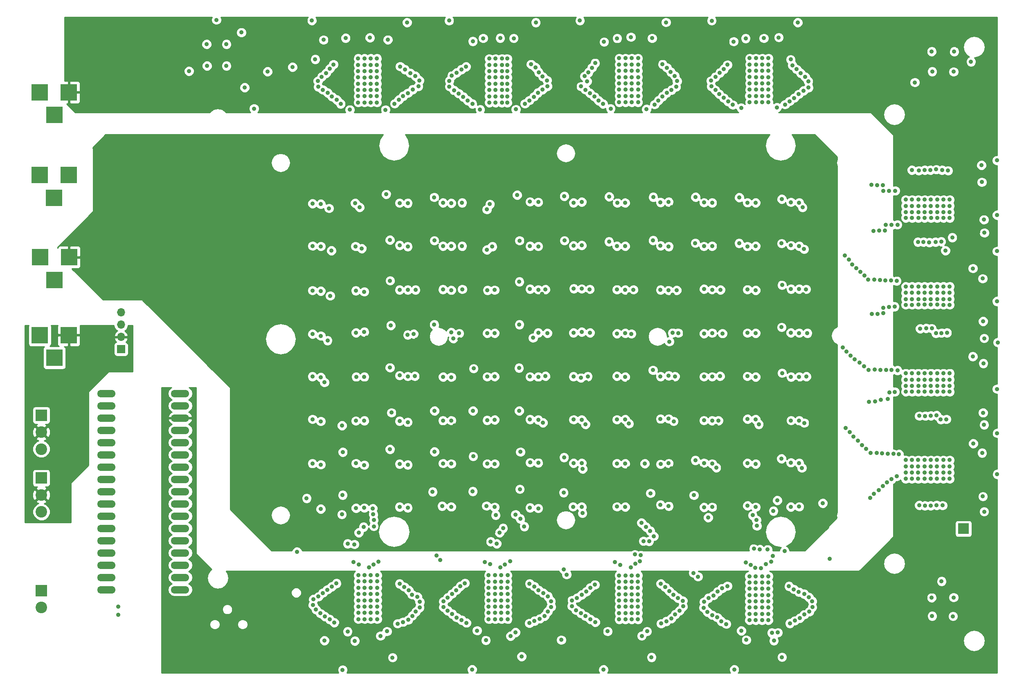
<source format=gbr>
G04 #@! TF.FileFunction,Copper,L5,Inr,Plane*
%FSLAX46Y46*%
G04 Gerber Fmt 4.6, Leading zero omitted, Abs format (unit mm)*
G04 Created by KiCad (PCBNEW 4.0.2-stable) date Monday, November 12, 2018 'PMt' 10:07:05 PM*
%MOMM*%
G01*
G04 APERTURE LIST*
%ADD10C,0.100000*%
%ADD11R,3.500120X3.500120*%
%ADD12O,3.810000X1.524000*%
%ADD13R,2.235200X2.235200*%
%ADD14R,3.500000X3.500000*%
%ADD15C,2.400000*%
%ADD16R,2.400000X2.400000*%
%ADD17R,1.700000X1.700000*%
%ADD18O,1.700000X1.700000*%
%ADD19C,0.889000*%
%ADD20C,0.254000*%
G04 APERTURE END LIST*
D10*
D11*
X47120140Y-97550000D03*
X41120660Y-97550000D03*
X44120400Y-102249000D03*
D12*
X54970000Y-142790000D03*
X54970000Y-145330000D03*
X54970000Y-147870000D03*
X54970000Y-150410000D03*
X54970000Y-152950000D03*
X54970000Y-155490000D03*
X54970000Y-158030000D03*
X54970000Y-160570000D03*
X54970000Y-163110000D03*
X54970000Y-165650000D03*
X54970000Y-168190000D03*
X54970000Y-170730000D03*
X54970000Y-173270000D03*
X54970000Y-175810000D03*
X54970000Y-178350000D03*
X54970000Y-180890000D03*
X54970000Y-183430000D03*
X70210000Y-142790000D03*
X70210000Y-145330000D03*
X70210000Y-147870000D03*
X70210000Y-150410000D03*
X70210000Y-152950000D03*
X70210000Y-155490000D03*
X70210000Y-158030000D03*
X70210000Y-160570000D03*
X70210000Y-163110000D03*
X70210000Y-165650000D03*
X70210000Y-168190000D03*
X70210000Y-170730000D03*
X70210000Y-173270000D03*
X70210000Y-175810000D03*
X70210000Y-178350000D03*
X70210000Y-180890000D03*
X70210000Y-183430000D03*
D13*
X232310000Y-170790000D03*
D11*
X47170140Y-80400000D03*
X41170660Y-80400000D03*
X44170400Y-85099000D03*
D14*
X47170000Y-130700000D03*
X41170000Y-130700000D03*
X44170000Y-135400000D03*
D15*
X41470000Y-163800000D03*
X41470000Y-167300000D03*
D16*
X41470000Y-160300000D03*
D17*
X57970000Y-133600000D03*
D18*
X57970000Y-131060000D03*
X57970000Y-128520000D03*
X57970000Y-125980000D03*
D15*
X41470000Y-187100000D03*
D16*
X41470000Y-183600000D03*
D15*
X41470000Y-150800000D03*
X41470000Y-154300000D03*
D16*
X41470000Y-147300000D03*
D14*
X47220000Y-114550000D03*
X41220000Y-114550000D03*
X44220000Y-119250000D03*
D19*
X106350000Y-194025000D03*
X133475000Y-193900000D03*
X149075000Y-193825000D03*
X193075000Y-193975000D03*
X227770000Y-181700000D03*
X236325000Y-164100000D03*
X236175000Y-155100000D03*
X236375000Y-146775000D03*
X236425000Y-136550000D03*
X236275000Y-118975000D03*
X236525000Y-106775000D03*
X236100000Y-99000000D03*
X233870000Y-74050000D03*
X194070000Y-69040000D03*
X187240000Y-69240000D03*
X167880000Y-69200000D03*
X160640000Y-69220000D03*
X139220000Y-69210000D03*
X132910000Y-69210000D03*
X113180000Y-69520000D03*
X104440000Y-69160000D03*
X72020000Y-76000000D03*
X161050000Y-180460000D03*
X162350000Y-180460000D03*
X161050000Y-181760000D03*
X162350000Y-181760000D03*
X163650000Y-181760000D03*
X164950000Y-181760000D03*
X164950000Y-180460000D03*
X163650000Y-180460000D03*
X85500000Y-83780000D03*
X225830000Y-188870000D03*
X230140000Y-188930000D03*
X230270000Y-185040000D03*
X225730000Y-185090000D03*
X225840000Y-76100000D03*
X230260000Y-76140000D03*
X230390000Y-71970000D03*
X225730000Y-71960000D03*
X75760000Y-74920000D03*
X79780000Y-74920000D03*
X79780000Y-70440000D03*
X75690000Y-70440000D03*
X188020000Y-188430000D03*
X189320000Y-188430000D03*
X190620000Y-188430000D03*
X191920000Y-188430000D03*
X188020000Y-189730000D03*
X189320000Y-189730000D03*
X190620000Y-189730000D03*
X191920000Y-189730000D03*
X188020000Y-180630000D03*
X189320000Y-180630000D03*
X190620000Y-180630000D03*
X191920000Y-180630000D03*
X191920000Y-181930000D03*
X190620000Y-181930000D03*
X189320000Y-181930000D03*
X188020000Y-181930000D03*
X161050000Y-189560000D03*
X162350000Y-189560000D03*
X163650000Y-189560000D03*
X164950000Y-189560000D03*
X164950000Y-188260000D03*
X163650000Y-188260000D03*
X162350000Y-188260000D03*
X161050000Y-188260000D03*
X134050000Y-189530000D03*
X135350000Y-189530000D03*
X136650000Y-189530000D03*
X137950000Y-189530000D03*
X137950000Y-188230000D03*
X136650000Y-188230000D03*
X135350000Y-188230000D03*
X134050000Y-188230000D03*
X137950000Y-181730000D03*
X136650000Y-181730000D03*
X135350000Y-181730000D03*
X134050000Y-181730000D03*
X135350000Y-180430000D03*
X136650000Y-180430000D03*
X137950000Y-180430000D03*
X110970000Y-189520000D03*
X109670000Y-189520000D03*
X108370000Y-189520000D03*
X107070000Y-188220000D03*
X108370000Y-188220000D03*
X109670000Y-188220000D03*
X110970000Y-188220000D03*
X107070000Y-189520000D03*
X110970000Y-180420000D03*
X109670000Y-180420000D03*
X108370000Y-180420000D03*
X107070000Y-180420000D03*
X109670000Y-181720000D03*
X110970000Y-181720000D03*
X108370000Y-181720000D03*
X107070000Y-181720000D03*
X221640000Y-160470000D03*
X221640000Y-159170000D03*
X221640000Y-157870000D03*
X221640000Y-156570000D03*
X220340000Y-156570000D03*
X220340000Y-157870000D03*
X220340000Y-159170000D03*
X220340000Y-160470000D03*
X229440000Y-160470000D03*
X229440000Y-159170000D03*
X229440000Y-157870000D03*
X229440000Y-156570000D03*
X228140000Y-160470000D03*
X228140000Y-159170000D03*
X228140000Y-157870000D03*
X228140000Y-156570000D03*
X221670000Y-138610000D03*
X221670000Y-139910000D03*
X221670000Y-141210000D03*
X221670000Y-142420000D03*
X220370000Y-142420000D03*
X220370000Y-141210000D03*
X220370000Y-139910000D03*
X220370000Y-138610000D03*
X229470000Y-138610000D03*
X229470000Y-139910000D03*
X229470000Y-141210000D03*
X229470000Y-142420000D03*
X228150000Y-142420000D03*
X228170000Y-141210000D03*
X228170000Y-139910000D03*
X228170000Y-138610000D03*
X220360000Y-120620000D03*
X220360000Y-121920000D03*
X220360000Y-123220000D03*
X220360000Y-124410000D03*
X221660000Y-124410000D03*
X221660000Y-123220000D03*
X221660000Y-121920000D03*
X221660000Y-120620000D03*
X229460000Y-121920000D03*
X229460000Y-120620000D03*
X229460000Y-123220000D03*
X229460000Y-124410000D03*
X228160000Y-124410000D03*
X228160000Y-123220000D03*
X228160000Y-121920000D03*
X228160000Y-120620000D03*
X220370000Y-103930000D03*
X220360000Y-102630000D03*
X220370000Y-106410000D03*
X220370000Y-105230000D03*
X221670000Y-102630000D03*
X221670000Y-106410000D03*
X221670000Y-105230000D03*
X221670000Y-103930000D03*
X229470000Y-105230000D03*
X229470000Y-103930000D03*
X229470000Y-102630000D03*
X229470000Y-106410000D03*
X228170000Y-106410000D03*
X228170000Y-105230000D03*
X228170000Y-103930000D03*
X228170000Y-102630000D03*
X188040000Y-81150000D03*
X189360000Y-81150000D03*
X190660000Y-81150000D03*
X191960000Y-81150000D03*
X188060000Y-82450000D03*
X189360000Y-82450000D03*
X190660000Y-82450000D03*
X191960000Y-82450000D03*
X188060000Y-74650000D03*
X189360000Y-74650000D03*
X190660000Y-74650000D03*
X191960000Y-74650000D03*
X188060000Y-73350000D03*
X189360000Y-73350000D03*
X190660000Y-73350000D03*
X191960000Y-73350000D03*
X164960000Y-82450000D03*
X163660000Y-82450000D03*
X162360000Y-82450000D03*
X161060000Y-82450000D03*
X164960000Y-81150000D03*
X163660000Y-81150000D03*
X162360000Y-81150000D03*
X161060000Y-81150000D03*
X164960000Y-73350000D03*
X163660000Y-73350000D03*
X162360000Y-73350000D03*
X161060000Y-74650000D03*
X162360000Y-74650000D03*
X163660000Y-74650000D03*
X164960000Y-74650000D03*
X161060000Y-73350000D03*
X137900000Y-82540000D03*
X136770000Y-82530000D03*
X135470000Y-82530000D03*
X134170000Y-82530000D03*
X136770000Y-81230000D03*
X135470000Y-81230000D03*
X134170000Y-81230000D03*
X137900000Y-81240000D03*
X134170000Y-73430000D03*
X135470000Y-73430000D03*
X136770000Y-73430000D03*
X137890000Y-73430000D03*
X137890000Y-74750000D03*
X136770000Y-74730000D03*
X135470000Y-74730000D03*
X134170000Y-74730000D03*
X107040000Y-82510000D03*
X108340000Y-82510000D03*
X109640000Y-82510000D03*
X110940000Y-82510000D03*
X110940000Y-81210000D03*
X109640000Y-81210000D03*
X108340000Y-81210000D03*
X107040000Y-81210000D03*
X107040000Y-74710000D03*
X108340000Y-74710000D03*
X109640000Y-74710000D03*
X110940000Y-74710000D03*
X110940000Y-73410000D03*
X109640000Y-73410000D03*
X108340000Y-73410000D03*
X107040000Y-73410000D03*
X107040000Y-79910000D03*
X108340000Y-79910000D03*
X109640000Y-79910000D03*
X110940000Y-79910000D03*
X110940000Y-78610000D03*
X109640000Y-78610000D03*
X108340000Y-78610000D03*
X107040000Y-78610000D03*
X107040000Y-77310000D03*
X108340000Y-77340000D03*
X109640000Y-77300000D03*
X110940000Y-77310000D03*
X110940000Y-76010000D03*
X109640000Y-76010000D03*
X108340000Y-76010000D03*
X107040000Y-76010000D03*
X188020000Y-187130000D03*
X189320000Y-187130000D03*
X190620000Y-187130000D03*
X191920000Y-187130000D03*
X191920000Y-185830000D03*
X190620000Y-185830000D03*
X189320000Y-185830000D03*
X188020000Y-185830000D03*
X188020000Y-184530000D03*
X189320000Y-184530000D03*
X190620000Y-184530000D03*
X191920000Y-184530000D03*
X191920000Y-183230000D03*
X190620000Y-183230000D03*
X189320000Y-183230000D03*
X188020000Y-183230000D03*
X161050000Y-186960000D03*
X162350000Y-186960000D03*
X163650000Y-186960000D03*
X164950000Y-186960000D03*
X164950000Y-185660000D03*
X163650000Y-185660000D03*
X162350000Y-185660000D03*
X161050000Y-185660000D03*
X161050000Y-184360000D03*
X162350000Y-184360000D03*
X163650000Y-184360000D03*
X164950000Y-184360000D03*
X164950000Y-183060000D03*
X163650000Y-183060000D03*
X162350000Y-183060000D03*
X161050000Y-183060000D03*
X134050000Y-186930000D03*
X135350000Y-186930000D03*
X136650000Y-186930000D03*
X137950000Y-186930000D03*
X137950000Y-185630000D03*
X136650000Y-185630000D03*
X135350000Y-185630000D03*
X134050000Y-185630000D03*
X134050000Y-184330000D03*
X135350000Y-184330000D03*
X136650000Y-184330000D03*
X137950000Y-184330000D03*
X137940000Y-183030000D03*
X136650000Y-183030000D03*
X135350000Y-183030000D03*
X134050000Y-183030000D03*
X107070000Y-186920000D03*
X108370000Y-186920000D03*
X109670000Y-186920000D03*
X110970000Y-186920000D03*
X110970000Y-185620000D03*
X109670000Y-185620000D03*
X108370000Y-185620000D03*
X107070000Y-185620000D03*
X107070000Y-184320000D03*
X108370000Y-184320000D03*
X109670000Y-184320000D03*
X110970000Y-184320000D03*
X110970000Y-183020000D03*
X109670000Y-183020000D03*
X108370000Y-183020000D03*
X107070000Y-183020000D03*
X222940000Y-160470000D03*
X224240000Y-160470000D03*
X225540000Y-160470000D03*
X226840000Y-160470000D03*
X226840000Y-159170000D03*
X225540000Y-159170000D03*
X224240000Y-159170000D03*
X222940000Y-159170000D03*
X222940000Y-157870000D03*
X224230000Y-157870000D03*
X225540000Y-157870000D03*
X226840000Y-157870000D03*
X226840000Y-156570000D03*
X225540000Y-156570000D03*
X224240000Y-156570000D03*
X222940000Y-156570000D03*
X222970000Y-142420000D03*
X224280000Y-142420000D03*
X225580000Y-142420000D03*
X226870000Y-142420000D03*
X226870000Y-141210000D03*
X225570000Y-141210000D03*
X224270000Y-141210000D03*
X222970000Y-141210000D03*
X222970000Y-139910000D03*
X224270000Y-139910000D03*
X225570000Y-139910000D03*
X226870000Y-139910000D03*
X226870000Y-138610000D03*
X225570000Y-138610000D03*
X224270000Y-138610000D03*
X222970000Y-138610000D03*
X222960000Y-124400000D03*
X224260000Y-124400000D03*
X225560000Y-124400000D03*
X226860000Y-124400000D03*
X226860000Y-123220000D03*
X225560000Y-123220000D03*
X224260000Y-123220000D03*
X222960000Y-123220000D03*
X222960000Y-121920000D03*
X224260000Y-121920000D03*
X225560000Y-121920000D03*
X226860000Y-121920000D03*
X226860000Y-120620000D03*
X225560000Y-120620000D03*
X224260000Y-120620000D03*
X222960000Y-120620000D03*
X226860000Y-106400000D03*
X225580000Y-106400000D03*
X224260000Y-106400000D03*
X222970000Y-106400000D03*
X222970000Y-105230000D03*
X224270000Y-105230000D03*
X225570000Y-105240000D03*
X226870000Y-105230000D03*
X226870000Y-103930000D03*
X225570000Y-103930000D03*
X224270000Y-103930000D03*
X222970000Y-103930000D03*
X226870000Y-102630000D03*
X225570000Y-102630000D03*
X224270000Y-102630000D03*
X222970000Y-102630000D03*
X191960000Y-79850000D03*
X190660000Y-79850000D03*
X189360000Y-79850000D03*
X188060000Y-79850000D03*
X188060000Y-78550000D03*
X189360000Y-78550000D03*
X190660000Y-78550000D03*
X191960000Y-78550000D03*
X191960000Y-77250000D03*
X190660000Y-77250000D03*
X189360000Y-77250000D03*
X188060000Y-77240000D03*
X191960000Y-75950000D03*
X190660000Y-75950000D03*
X189360000Y-75950000D03*
X188060000Y-75950000D03*
X161060000Y-79850000D03*
X162360000Y-79850000D03*
X163660000Y-79850000D03*
X164960000Y-79850000D03*
X164960000Y-78550000D03*
X163660000Y-78550000D03*
X162360000Y-78550000D03*
X161060000Y-78550000D03*
X161060000Y-77250000D03*
X162360000Y-77250000D03*
X163660000Y-77250000D03*
X164960000Y-77250000D03*
X164940000Y-75950000D03*
X163660000Y-75950000D03*
X162360000Y-75950000D03*
X161060000Y-75950000D03*
X137900000Y-79930000D03*
X137900000Y-78630000D03*
X137900000Y-76030000D03*
X137900000Y-77330000D03*
X136770000Y-79930000D03*
X136770000Y-78630000D03*
X136770000Y-77330000D03*
X135470000Y-79930000D03*
X135470000Y-78630000D03*
X135470000Y-77330000D03*
X136770000Y-76030000D03*
X135470000Y-76030000D03*
X134170000Y-79930000D03*
X134170000Y-78630000D03*
X134170000Y-77330000D03*
X134170000Y-76030000D03*
X236375000Y-127825000D03*
X187375000Y-193825000D03*
X100050000Y-193950000D03*
X77700000Y-65400000D03*
X189250000Y-178925000D03*
X134050000Y-180430000D03*
X109275000Y-178800000D03*
X136480000Y-178835000D03*
X192650000Y-192350000D03*
X190440000Y-178995000D03*
X163480000Y-178815000D03*
X111650000Y-193000000D03*
X138575000Y-193025000D03*
X165725000Y-193000000D03*
X227875000Y-96525000D03*
X101000000Y-104425000D03*
X101925000Y-74625000D03*
X99300000Y-103550000D03*
X102550000Y-182125000D03*
X97600000Y-103450000D03*
X101500000Y-113200000D03*
X218650000Y-107825000D03*
X101175000Y-75525000D03*
X99300000Y-112300000D03*
X101600000Y-182775000D03*
X97625000Y-112225000D03*
X207775000Y-114225000D03*
X101250000Y-122550000D03*
X100400000Y-76450000D03*
X99300000Y-121550000D03*
X100650000Y-183425000D03*
X97600000Y-121450000D03*
X100700000Y-131800000D03*
X218050000Y-124775000D03*
X99500000Y-77175000D03*
X99300000Y-130850000D03*
X99700000Y-184100000D03*
X97600000Y-130475000D03*
X100050000Y-140475000D03*
X207300000Y-133250000D03*
X98725000Y-78050000D03*
X99300000Y-139450000D03*
X98825000Y-184850000D03*
X97575000Y-139250000D03*
X103700000Y-149425000D03*
X218125000Y-142450000D03*
X98750000Y-79250000D03*
X99300000Y-148550000D03*
X97775000Y-185425000D03*
X97600000Y-148125000D03*
X103850000Y-154925000D03*
X207950000Y-149925000D03*
X99725000Y-79875000D03*
X99300000Y-157525000D03*
X97675000Y-186600000D03*
X97575000Y-157275000D03*
X103825000Y-163825000D03*
X218475000Y-159925000D03*
X100725000Y-80525000D03*
X99300000Y-166700000D03*
X98325000Y-187550000D03*
X96375000Y-164475000D03*
X112825000Y-101525000D03*
X226675000Y-96375000D03*
X101625000Y-81300000D03*
X107325000Y-104225000D03*
X110270000Y-170300000D03*
X106425000Y-103350000D03*
X99200000Y-188325000D03*
X217450000Y-107875000D03*
X113625000Y-111000000D03*
X102600000Y-81950000D03*
X107775000Y-112750000D03*
X110270000Y-169000000D03*
X106475000Y-112300000D03*
X100150000Y-188975000D03*
X208575000Y-115075000D03*
X113650000Y-119425000D03*
X103425000Y-82775000D03*
X108300000Y-121700000D03*
X101125000Y-189575000D03*
X110170000Y-167800000D03*
X106550000Y-121475000D03*
X113800000Y-128700000D03*
X216900000Y-124875000D03*
X108300000Y-130050000D03*
X105300000Y-84000000D03*
X106600000Y-130200000D03*
X110070000Y-166600000D03*
X102075000Y-190225000D03*
X113625000Y-137425000D03*
X208125000Y-134125000D03*
X108300000Y-139325000D03*
X112700000Y-84025000D03*
X115175000Y-190450000D03*
X104850000Y-173900000D03*
X106625000Y-139325000D03*
X113925000Y-146750000D03*
X216975000Y-142575000D03*
X114575000Y-82750000D03*
X108300000Y-148425000D03*
X106575000Y-148450000D03*
X106250000Y-174025000D03*
X116325000Y-190125000D03*
X113625000Y-154325000D03*
X208750000Y-150800000D03*
X115450000Y-81950000D03*
X108300000Y-157600000D03*
X107175000Y-171600000D03*
X124025000Y-177300000D03*
X117400000Y-189675000D03*
X106600000Y-157250000D03*
X217450000Y-160500000D03*
X103675000Y-167825000D03*
X116350000Y-81200000D03*
X108300000Y-166475000D03*
X108150000Y-170425000D03*
X118225000Y-188850000D03*
X123300000Y-176375000D03*
X106600000Y-166525000D03*
X122775000Y-102150000D03*
X225475000Y-96500000D03*
X117350000Y-80550000D03*
X117300000Y-103350000D03*
X118975000Y-187975000D03*
X115600000Y-103325000D03*
X122800000Y-111100000D03*
X216225000Y-107850000D03*
X118325000Y-79825000D03*
X117300000Y-112350000D03*
X119750000Y-187125000D03*
X115600000Y-112075000D03*
X209275000Y-116025000D03*
X118900000Y-121325000D03*
X119500000Y-79175000D03*
X117300000Y-121325000D03*
X119775000Y-185950000D03*
X115600000Y-121325000D03*
X122775000Y-128525000D03*
X215750000Y-125000000D03*
X119725000Y-77950000D03*
X118530000Y-130450000D03*
X119275000Y-184900000D03*
X117290000Y-130640000D03*
X118750000Y-139200000D03*
X208950000Y-134950000D03*
X118875000Y-77050000D03*
X117300000Y-139225000D03*
X118200000Y-184450000D03*
X115600000Y-139050000D03*
X122850000Y-146375000D03*
X216675000Y-143950000D03*
X117800000Y-76400000D03*
X117300000Y-148725000D03*
X117500000Y-183525000D03*
X115600000Y-148500000D03*
X122825000Y-154850000D03*
X209550000Y-151675000D03*
X116700000Y-75700000D03*
X117300000Y-157550000D03*
X116550000Y-182825000D03*
X115600000Y-157375000D03*
X122450000Y-163150000D03*
X216500000Y-161200000D03*
X115725000Y-75050000D03*
X117300000Y-166450000D03*
X115600000Y-182175000D03*
X115600000Y-166275000D03*
X128550000Y-103275000D03*
X224275000Y-96525000D03*
X129375000Y-75075000D03*
X126300000Y-103350000D03*
X124600000Y-103295000D03*
X129140000Y-182075000D03*
X128550000Y-112250000D03*
X216075000Y-109050000D03*
X128400000Y-75700000D03*
X126300000Y-112275000D03*
X124600000Y-112235000D03*
X128170000Y-182715000D03*
X210125000Y-116825000D03*
X128575000Y-121200000D03*
X127400000Y-76375000D03*
X126300000Y-121375000D03*
X124590000Y-121245000D03*
X127350000Y-183515000D03*
X127950000Y-130325000D03*
X215725000Y-126175000D03*
X126425000Y-76975000D03*
X126300000Y-130140000D03*
X126480000Y-184275000D03*
X126750000Y-131410000D03*
X130925000Y-137600000D03*
X209825000Y-135725000D03*
X125925000Y-78025000D03*
X126300000Y-139400000D03*
X125570000Y-185055000D03*
X124620000Y-139335000D03*
X130800000Y-146375000D03*
X215250000Y-144050000D03*
X125925000Y-79200000D03*
X126300000Y-148375000D03*
X124590000Y-148385000D03*
X124690000Y-185855000D03*
X130850000Y-155800000D03*
X210425000Y-152550000D03*
X126875000Y-79975000D03*
X126300000Y-157325000D03*
X124620000Y-157265000D03*
X124690000Y-187025000D03*
X130750000Y-163075000D03*
X215600000Y-161950000D03*
X127850000Y-80650000D03*
X126300000Y-166250000D03*
X124420000Y-166085000D03*
X125570000Y-187785000D03*
X139950000Y-101675000D03*
X223050000Y-96625000D03*
X128800000Y-81350000D03*
X134300000Y-103575000D03*
X133680000Y-104675000D03*
X126510000Y-188465000D03*
X141410000Y-170325000D03*
X140425000Y-111125000D03*
X214900000Y-109050000D03*
X129700000Y-82125000D03*
X134800000Y-112350000D03*
X133690000Y-113025000D03*
X127430000Y-189175000D03*
X140590000Y-168745000D03*
X210975000Y-117600000D03*
X140400000Y-119625000D03*
X130675000Y-82800000D03*
X135275000Y-121350000D03*
X133800000Y-121385000D03*
X128450000Y-189725000D03*
X139620000Y-167845000D03*
X140400000Y-128500000D03*
X214525000Y-126275000D03*
X132275000Y-83975000D03*
X135300000Y-130275000D03*
X133740000Y-130305000D03*
X129460000Y-190295000D03*
X135510000Y-167975000D03*
X140325000Y-137500000D03*
X210775000Y-136425000D03*
X139700000Y-83925000D03*
X135300000Y-139275000D03*
X133740000Y-139305000D03*
X142480000Y-190355000D03*
X134460000Y-173485000D03*
X214000000Y-144400000D03*
X140375000Y-146375000D03*
X141550000Y-82750000D03*
X135300000Y-148225000D03*
X135710000Y-173885000D03*
X143530000Y-189885000D03*
X133720000Y-148335000D03*
X140625000Y-154875000D03*
X211325000Y-153475000D03*
X142475000Y-82075000D03*
X135300000Y-157350000D03*
X136320000Y-171625000D03*
X144600000Y-189445000D03*
X150170000Y-180285000D03*
X133760000Y-157325000D03*
X140500000Y-162600000D03*
X214750000Y-162825000D03*
X143400000Y-81325000D03*
X135300000Y-166300000D03*
X137030000Y-170685000D03*
X145620000Y-188895000D03*
X149570000Y-179215000D03*
X133600000Y-166075000D03*
X149700000Y-101925000D03*
X221625000Y-96500000D03*
X144225000Y-80500000D03*
X144300000Y-103150000D03*
X142600000Y-103055000D03*
X146290000Y-187925000D03*
X149725000Y-111100000D03*
X213725000Y-109100000D03*
X145200000Y-79825000D03*
X144300000Y-112300000D03*
X142600000Y-112275000D03*
X146980000Y-186975000D03*
X211825000Y-118375000D03*
X145800000Y-121250000D03*
X146200000Y-79150000D03*
X144300000Y-121275000D03*
X142600000Y-121165000D03*
X146930000Y-185805000D03*
X146200000Y-130275000D03*
X213375000Y-126350000D03*
X146125000Y-77925000D03*
X144300000Y-130200000D03*
X146320000Y-184835000D03*
X143230000Y-131250000D03*
X145800000Y-139200000D03*
X211775000Y-137125000D03*
X145225000Y-77150000D03*
X144300000Y-139325000D03*
X142600000Y-139305000D03*
X145380000Y-184115000D03*
X145275000Y-148850000D03*
X212750000Y-144475000D03*
X144400000Y-76250000D03*
X144300000Y-148225000D03*
X142600000Y-148155000D03*
X144370000Y-183505000D03*
X149650000Y-156025000D03*
X212175000Y-154275000D03*
X143750000Y-75275000D03*
X144300000Y-157150000D03*
X142610000Y-157085000D03*
X143500000Y-182745000D03*
X149550000Y-163300000D03*
X213750000Y-163600000D03*
X142800000Y-74600000D03*
X144300000Y-166575000D03*
X142600000Y-166445000D03*
X142510000Y-182165000D03*
X158975000Y-102025000D03*
X213275000Y-99550000D03*
X156075000Y-74350000D03*
X153300000Y-103100000D03*
X151600000Y-103275000D03*
X156050000Y-182385000D03*
X222875000Y-111400000D03*
X158950000Y-111325000D03*
X155425000Y-75300000D03*
X153300000Y-112100000D03*
X151600000Y-112185000D03*
X155060000Y-182995000D03*
X212625000Y-119225000D03*
X154950000Y-121200000D03*
X153300000Y-121100000D03*
X154700000Y-76250000D03*
X151660000Y-121055000D03*
X154270000Y-183825000D03*
X155025000Y-130200000D03*
X223350000Y-129350000D03*
X153300000Y-130050000D03*
X153875000Y-77075000D03*
X151600000Y-130205000D03*
X153310000Y-184465000D03*
X212675000Y-137875000D03*
X154550000Y-139250000D03*
X154440000Y-78120000D03*
X153150000Y-139540000D03*
X151590000Y-139275000D03*
X152340000Y-185125000D03*
X154100000Y-149150000D03*
X223175000Y-147425000D03*
X153170000Y-79180000D03*
X153300000Y-148225000D03*
X151630000Y-148195000D03*
X151310000Y-185625000D03*
X153500000Y-158400000D03*
X213100000Y-155100000D03*
X154100000Y-79875000D03*
X153300000Y-157200000D03*
X151290000Y-186805000D03*
X151620000Y-157215000D03*
X153450000Y-167575000D03*
X212975000Y-164450000D03*
X155025000Y-80575000D03*
X153300000Y-166275000D03*
X151510000Y-166245000D03*
X152130000Y-187655000D03*
X168100000Y-102100000D03*
X214450000Y-99675000D03*
X155925000Y-81300000D03*
X162300000Y-103300000D03*
X153120000Y-188295000D03*
X160660000Y-103305000D03*
X168230000Y-172345000D03*
X224050000Y-111400000D03*
X168075000Y-111050000D03*
X156775000Y-82100000D03*
X162300000Y-112275000D03*
X154100000Y-188915000D03*
X160600000Y-112275000D03*
X167490000Y-171255000D03*
X213850000Y-119225000D03*
X164000000Y-121275000D03*
X157700000Y-82800000D03*
X162300000Y-121300000D03*
X160600000Y-121255000D03*
X155090000Y-189555000D03*
X166600000Y-170435000D03*
X163575000Y-130425000D03*
X224600000Y-129275000D03*
X159300000Y-83775000D03*
X162300000Y-130300000D03*
X160600000Y-130355000D03*
X156090000Y-190145000D03*
X165670000Y-169565000D03*
X168050000Y-137950000D03*
X213925000Y-137850000D03*
X166700000Y-83900000D03*
X162300000Y-139350000D03*
X169740000Y-190435000D03*
X160580000Y-139185000D03*
X164310000Y-176130000D03*
X163050000Y-149025000D03*
X224375000Y-147450000D03*
X168375000Y-82925000D03*
X162300000Y-148150000D03*
X170810000Y-189965000D03*
X160600000Y-148185000D03*
X165530000Y-176290000D03*
X166375000Y-157300000D03*
X214325000Y-155100000D03*
X169175000Y-82075000D03*
X162300000Y-157300000D03*
X160600000Y-157265000D03*
X166080000Y-173360000D03*
X171860000Y-189375000D03*
X177360000Y-180715000D03*
X167525000Y-163450000D03*
X223175000Y-165925000D03*
X170025000Y-81275000D03*
X162300000Y-166275000D03*
X160610000Y-166225000D03*
X167260000Y-173390000D03*
X176430000Y-179955000D03*
X172660000Y-188515000D03*
X176875000Y-102100000D03*
X215625000Y-99675000D03*
X170900000Y-80525000D03*
X171300000Y-103100000D03*
X169600000Y-103195000D03*
X173540000Y-187765000D03*
X225225000Y-111500000D03*
X176800000Y-111625000D03*
X171900000Y-79925000D03*
X171300000Y-112325000D03*
X169600000Y-112185000D03*
X174280000Y-186885000D03*
X215025000Y-119300000D03*
X172950000Y-121400000D03*
X172850000Y-79225000D03*
X171300000Y-121425000D03*
X169610000Y-121335000D03*
X174220000Y-185725000D03*
X173275000Y-130250000D03*
X225750000Y-129300000D03*
X173050000Y-78075000D03*
X172110000Y-130230000D03*
X173230000Y-185135000D03*
X171430000Y-132030000D03*
X172600000Y-139250000D03*
X215100000Y-137875000D03*
X172575000Y-77000000D03*
X171300000Y-139100000D03*
X169600000Y-139275000D03*
X172290000Y-184455000D03*
X172325000Y-148550000D03*
X225550000Y-147375000D03*
X171725000Y-76175000D03*
X171300000Y-148025000D03*
X169610000Y-148045000D03*
X171420000Y-183695000D03*
X215500000Y-155175000D03*
X176825000Y-156600000D03*
X170950000Y-75300000D03*
X171300000Y-157250000D03*
X169620000Y-157415000D03*
X170580000Y-182905000D03*
X176525000Y-163850000D03*
X224325000Y-166025000D03*
X170025000Y-74600000D03*
X171300000Y-166125000D03*
X169610000Y-165825000D03*
X169660000Y-182175000D03*
X185900000Y-102200000D03*
X215725000Y-100850000D03*
X180300000Y-103275000D03*
X183475000Y-74700000D03*
X178610000Y-103235000D03*
X183450000Y-182665000D03*
X226525000Y-111425000D03*
X185875000Y-111650000D03*
X180300000Y-112250000D03*
X182725000Y-75575000D03*
X178600000Y-112285000D03*
X182380000Y-183145000D03*
X216175000Y-119375000D03*
X182000000Y-121300000D03*
X180300000Y-121275000D03*
X181875000Y-76375000D03*
X178610000Y-121165000D03*
X181430000Y-183825000D03*
X182425000Y-130350000D03*
X226600000Y-130325000D03*
X180300000Y-130250000D03*
X180975000Y-77225000D03*
X178620000Y-130375000D03*
X180580000Y-184615000D03*
X181925000Y-139200000D03*
X216275000Y-137875000D03*
X180075000Y-78000000D03*
X180300000Y-139300000D03*
X178610000Y-139295000D03*
X179530000Y-185165000D03*
X181575000Y-148400000D03*
X226725000Y-147325000D03*
X180300000Y-148400000D03*
X180125000Y-79175000D03*
X178600000Y-148365000D03*
X178620000Y-185945000D03*
X216650000Y-155225000D03*
X181150000Y-158125000D03*
X180300000Y-157325000D03*
X180975000Y-79950000D03*
X178610000Y-157175000D03*
X178530000Y-187145000D03*
X179475000Y-168475000D03*
X225500000Y-166025000D03*
X180300000Y-166300000D03*
X181775000Y-80775000D03*
X178610000Y-166355000D03*
X179290000Y-188015000D03*
X194700000Y-102525000D03*
X216925000Y-100825000D03*
X189300000Y-103275000D03*
X182700000Y-81550000D03*
X192970000Y-167100000D03*
X187600000Y-103255000D03*
X180310000Y-188685000D03*
X194675000Y-111700000D03*
X227700000Y-111325000D03*
X189300000Y-112250000D03*
X183600000Y-82325000D03*
X189570000Y-170200000D03*
X187600000Y-112315000D03*
X181360000Y-189165000D03*
X217325000Y-119400000D03*
X194775000Y-120325000D03*
X189300000Y-121400000D03*
X184575000Y-83000000D03*
X189470000Y-169000000D03*
X182200000Y-189985000D03*
X187600000Y-121255000D03*
X194675000Y-129050000D03*
X227750000Y-130250000D03*
X186300000Y-83625000D03*
X189300000Y-130275000D03*
X188670000Y-168000000D03*
X183230000Y-190535000D03*
X187600000Y-130235000D03*
X217425000Y-137900000D03*
X194775000Y-138550000D03*
X189300000Y-139350000D03*
X193700000Y-83550000D03*
X195270000Y-175400000D03*
X187600000Y-139205000D03*
X188920000Y-174935000D03*
X196370000Y-190385000D03*
X189950000Y-149175000D03*
X227600000Y-148150000D03*
X195375000Y-82925000D03*
X189300000Y-148150000D03*
X187620000Y-148085000D03*
X197400000Y-189845000D03*
X190150000Y-175055000D03*
X217800000Y-155300000D03*
X194650000Y-156275000D03*
X189300000Y-157375000D03*
X196350000Y-82250000D03*
X191770000Y-175100000D03*
X198450000Y-189285000D03*
X187600000Y-157195000D03*
X193775000Y-164925000D03*
X226750000Y-165950000D03*
X197300000Y-81575000D03*
X189300000Y-166300000D03*
X192870000Y-176400000D03*
X199370000Y-188565000D03*
X187620000Y-166025000D03*
X199010000Y-104240000D03*
X218175000Y-100800000D03*
X198300000Y-103250000D03*
X198175000Y-80800000D03*
X196600000Y-103155000D03*
X200390000Y-187975000D03*
X228575000Y-113175000D03*
X199330000Y-112890000D03*
X198300000Y-112275000D03*
X199200000Y-80075000D03*
X201030000Y-187025000D03*
X196620000Y-112125000D03*
X218475000Y-119475000D03*
X199750000Y-121200000D03*
X198300000Y-121125000D03*
X200250000Y-79425000D03*
X201020000Y-185855000D03*
X196620000Y-121125000D03*
X200000000Y-130275000D03*
X228900000Y-130225000D03*
X198300000Y-130250000D03*
X200200000Y-78150000D03*
X200300000Y-184965000D03*
X196590000Y-130205000D03*
X199800000Y-139275000D03*
X218650000Y-138000000D03*
X198300000Y-139325000D03*
X199525000Y-77200000D03*
X199340000Y-184295000D03*
X196620000Y-139365000D03*
X199350000Y-148875000D03*
X228775000Y-148125000D03*
X198300000Y-148400000D03*
X198625000Y-76450000D03*
X198230000Y-183905000D03*
X196620000Y-148375000D03*
X218950000Y-155350000D03*
X198870000Y-158200000D03*
X198300000Y-157200000D03*
X197775000Y-75625000D03*
X197210000Y-183335000D03*
X196600000Y-157105000D03*
X203200000Y-165500000D03*
X227975000Y-165975000D03*
X198300000Y-166225000D03*
X196925000Y-74825000D03*
X196580000Y-166275000D03*
X196200000Y-182705000D03*
X97460000Y-65530000D03*
X103825000Y-200025000D03*
X106100000Y-177675000D03*
X133280000Y-177685000D03*
X130625000Y-199950000D03*
X160170000Y-177735000D03*
X157825000Y-199975000D03*
X187260000Y-177775000D03*
X184875000Y-199950000D03*
X239250000Y-94500000D03*
X239260000Y-113300000D03*
X239390000Y-132200000D03*
X239280000Y-151000000D03*
X125860000Y-65550000D03*
X152930000Y-65540000D03*
X180200000Y-65570000D03*
X165380000Y-177525000D03*
X138460000Y-177565000D03*
X111275000Y-177650000D03*
X114150000Y-197475000D03*
X140850000Y-197250000D03*
X167750000Y-197425000D03*
X192520000Y-177645000D03*
X194750000Y-197400000D03*
X230000000Y-110475000D03*
X236650000Y-109500000D03*
X236600000Y-131350000D03*
X236575000Y-149275000D03*
X236600000Y-167250000D03*
X198000000Y-65960000D03*
X170740000Y-65910000D03*
X143800000Y-65940000D03*
X117150000Y-65930000D03*
X93450000Y-75175000D03*
X186325000Y-191925000D03*
X188270000Y-178315000D03*
X161250000Y-178265000D03*
X158675000Y-192050000D03*
X131650000Y-191900000D03*
X134340000Y-178145000D03*
X104850000Y-192075000D03*
X107175000Y-178200000D03*
X234325000Y-153150000D03*
X234250000Y-135125000D03*
X234225000Y-135125000D03*
X234275000Y-116875000D03*
X99870000Y-69540000D03*
X130770000Y-69820000D03*
X157930000Y-69960000D03*
X184750000Y-69890000D03*
X236040000Y-95510000D03*
X110250000Y-178200000D03*
X113000000Y-192050000D03*
X139600000Y-192250000D03*
X137440000Y-178175000D03*
X166825000Y-192050000D03*
X164370000Y-178075000D03*
X193900000Y-192300000D03*
X191380000Y-178125000D03*
X196550000Y-73600000D03*
X94375000Y-175575000D03*
X229125000Y-96625000D03*
X204600000Y-177050000D03*
X98150000Y-73575000D03*
X222250000Y-78360000D03*
X239290000Y-159510000D03*
X239270000Y-141850000D03*
X239230000Y-123680000D03*
X239260000Y-105820000D03*
X163490000Y-68950000D03*
X136430000Y-69180000D03*
X191000000Y-69200000D03*
X109470000Y-69090000D03*
X82875000Y-68000000D03*
X88290000Y-76120000D03*
X57370000Y-188600000D03*
X218070000Y-184500000D03*
X217870000Y-71600000D03*
X75270000Y-82600000D03*
X57370000Y-186900000D03*
X83550000Y-79425000D03*
X99620000Y-150550000D03*
X99570000Y-159500000D03*
X112270000Y-95600000D03*
X112270000Y-104950000D03*
X107070000Y-114450000D03*
X98370000Y-123500000D03*
X98170000Y-132550000D03*
X107120000Y-123550000D03*
X108820000Y-131200000D03*
X119120000Y-131650000D03*
X128020000Y-131600000D03*
X134170000Y-132100000D03*
X145720000Y-131750000D03*
X99120000Y-141500000D03*
X108920000Y-141300000D03*
X109270000Y-149700000D03*
X113820000Y-158350000D03*
X118420000Y-140500000D03*
X118170000Y-149800000D03*
X122920000Y-158250000D03*
X130870000Y-158350000D03*
X126970000Y-149400000D03*
X127270000Y-140450000D03*
X136020000Y-140450000D03*
X136270000Y-149700000D03*
X136420000Y-158250000D03*
X150670000Y-158250000D03*
X149820000Y-149800000D03*
X145270000Y-140450000D03*
X122770000Y-122350000D03*
X118370000Y-113450000D03*
X122970000Y-104850000D03*
X117370000Y-95700000D03*
X127520000Y-104700000D03*
X145070000Y-122200000D03*
X139970000Y-122200000D03*
X127370000Y-122250000D03*
X127420000Y-95850000D03*
X127520000Y-113700000D03*
X140070000Y-113900000D03*
X139220000Y-104900000D03*
X139270000Y-95800000D03*
X145270000Y-113650000D03*
X143270000Y-104950000D03*
X143920000Y-95900000D03*
X163470000Y-113650000D03*
X163170000Y-104550000D03*
X171320000Y-95800000D03*
X162520000Y-95800000D03*
X159170000Y-95650000D03*
X154170000Y-104600000D03*
X154220000Y-113400000D03*
X154220000Y-122250000D03*
X154670000Y-131800000D03*
X154220000Y-140450000D03*
X152070000Y-149850000D03*
X163020000Y-158350000D03*
X162170000Y-150000000D03*
X162970000Y-140450000D03*
X163470000Y-131950000D03*
X163170000Y-122250000D03*
X172970000Y-132000000D03*
X171970000Y-104250000D03*
X172320000Y-113500000D03*
X172120000Y-122350000D03*
X172070000Y-140400000D03*
X170170000Y-149850000D03*
X171820000Y-158350000D03*
X178020000Y-158350000D03*
X181120000Y-149550000D03*
X181320000Y-140500000D03*
X181370000Y-131700000D03*
X181120000Y-122300000D03*
X181070000Y-113450000D03*
X179020000Y-104950000D03*
X180520000Y-95950000D03*
X188120000Y-95900000D03*
X187970000Y-104950000D03*
X190170000Y-113500000D03*
X190520000Y-122250000D03*
X188020000Y-132000000D03*
X188220000Y-140450000D03*
X188220000Y-149600000D03*
X188270000Y-158300000D03*
X197670000Y-140400000D03*
X198170000Y-149800000D03*
X197520000Y-158350000D03*
X198820000Y-132100000D03*
X199120000Y-122250000D03*
X205770000Y-113650000D03*
X205570000Y-104750000D03*
X204370000Y-96950000D03*
X98870000Y-114700000D03*
X98120000Y-105250000D03*
X100570000Y-96250000D03*
D20*
G36*
X38823569Y-128698110D02*
X38772560Y-128950000D01*
X38772560Y-132450000D01*
X38816838Y-132685317D01*
X38955910Y-132901441D01*
X39168110Y-133046431D01*
X39420000Y-133097440D01*
X42106045Y-133097440D01*
X41968559Y-133185910D01*
X41823569Y-133398110D01*
X41772560Y-133650000D01*
X41772560Y-137150000D01*
X41816838Y-137385317D01*
X41955910Y-137601441D01*
X42168110Y-137746431D01*
X42420000Y-137797440D01*
X45920000Y-137797440D01*
X46155317Y-137753162D01*
X46371441Y-137614090D01*
X46516431Y-137401890D01*
X46567440Y-137150000D01*
X46567440Y-133650000D01*
X46523162Y-133414683D01*
X46384090Y-133198559D01*
X46217891Y-133085000D01*
X46884250Y-133085000D01*
X47043000Y-132926250D01*
X47043000Y-130827000D01*
X47297000Y-130827000D01*
X47297000Y-132926250D01*
X47455750Y-133085000D01*
X49046309Y-133085000D01*
X49279698Y-132988327D01*
X49458327Y-132809699D01*
X49483055Y-132750000D01*
X56472560Y-132750000D01*
X56472560Y-134450000D01*
X56516838Y-134685317D01*
X56655910Y-134901441D01*
X56868110Y-135046431D01*
X57120000Y-135097440D01*
X58820000Y-135097440D01*
X59055317Y-135053162D01*
X59271441Y-134914090D01*
X59416431Y-134701890D01*
X59467440Y-134450000D01*
X59467440Y-132750000D01*
X59423162Y-132514683D01*
X59284090Y-132298559D01*
X59071890Y-132153569D01*
X58963893Y-132131699D01*
X59241645Y-131826924D01*
X59411476Y-131416890D01*
X59290155Y-131187000D01*
X58097000Y-131187000D01*
X58097000Y-131207000D01*
X57843000Y-131207000D01*
X57843000Y-131187000D01*
X56649845Y-131187000D01*
X56528524Y-131416890D01*
X56698355Y-131826924D01*
X56974501Y-132129937D01*
X56884683Y-132146838D01*
X56668559Y-132285910D01*
X56523569Y-132498110D01*
X56472560Y-132750000D01*
X49483055Y-132750000D01*
X49555000Y-132576310D01*
X49555000Y-130985750D01*
X49396250Y-130827000D01*
X47297000Y-130827000D01*
X47043000Y-130827000D01*
X44943750Y-130827000D01*
X44785000Y-130985750D01*
X44785000Y-132576310D01*
X44881673Y-132809699D01*
X45060302Y-132988327D01*
X45094663Y-133002560D01*
X43233955Y-133002560D01*
X43371441Y-132914090D01*
X43516431Y-132701890D01*
X43567440Y-132450000D01*
X43567440Y-128950000D01*
X43523162Y-128714683D01*
X43498914Y-128677000D01*
X44845761Y-128677000D01*
X44785000Y-128823690D01*
X44785000Y-130414250D01*
X44943750Y-130573000D01*
X47043000Y-130573000D01*
X47043000Y-130553000D01*
X47297000Y-130553000D01*
X47297000Y-130573000D01*
X49396250Y-130573000D01*
X49555000Y-130414250D01*
X49555000Y-128823690D01*
X49494239Y-128677000D01*
X56487136Y-128677000D01*
X56568946Y-129088285D01*
X56890853Y-129570054D01*
X57231553Y-129797702D01*
X57088642Y-129864817D01*
X56698355Y-130293076D01*
X56528524Y-130703110D01*
X56649845Y-130933000D01*
X57843000Y-130933000D01*
X57843000Y-130913000D01*
X58097000Y-130913000D01*
X58097000Y-130933000D01*
X59290155Y-130933000D01*
X59411476Y-130703110D01*
X59241645Y-130293076D01*
X58851358Y-129864817D01*
X58708447Y-129797702D01*
X59049147Y-129570054D01*
X59371054Y-129088285D01*
X59452864Y-128677000D01*
X60343000Y-128677000D01*
X60343000Y-138273000D01*
X55370000Y-138273000D01*
X55320590Y-138283006D01*
X55280197Y-138310197D01*
X51280197Y-142310197D01*
X51252334Y-142352211D01*
X51243000Y-142400000D01*
X51243000Y-157647394D01*
X47666732Y-161223662D01*
X47620590Y-161233006D01*
X47578965Y-161261447D01*
X47551685Y-161303841D01*
X47543000Y-161350000D01*
X47543000Y-169473000D01*
X38095000Y-169473000D01*
X38095000Y-167663403D01*
X39634682Y-167663403D01*
X39913455Y-168338086D01*
X40429199Y-168854730D01*
X41103395Y-169134681D01*
X41833403Y-169135318D01*
X42508086Y-168856545D01*
X43024730Y-168340801D01*
X43304681Y-167666605D01*
X43305318Y-166936597D01*
X43026545Y-166261914D01*
X42510801Y-165745270D01*
X42053043Y-165555192D01*
X42464435Y-165384788D01*
X42587570Y-165097175D01*
X41470000Y-163979605D01*
X40352430Y-165097175D01*
X40475565Y-165384788D01*
X40904458Y-165548204D01*
X40431914Y-165743455D01*
X39915270Y-166259199D01*
X39635319Y-166933395D01*
X39634682Y-167663403D01*
X38095000Y-167663403D01*
X38095000Y-163487734D01*
X39625293Y-163487734D01*
X39646214Y-164217443D01*
X39885212Y-164794435D01*
X40172825Y-164917570D01*
X41290395Y-163800000D01*
X41649605Y-163800000D01*
X42767175Y-164917570D01*
X43054788Y-164794435D01*
X43314707Y-164112266D01*
X43293786Y-163382557D01*
X43054788Y-162805565D01*
X42767175Y-162682430D01*
X41649605Y-163800000D01*
X41290395Y-163800000D01*
X40172825Y-162682430D01*
X39885212Y-162805565D01*
X39625293Y-163487734D01*
X38095000Y-163487734D01*
X38095000Y-159100000D01*
X39622560Y-159100000D01*
X39622560Y-161500000D01*
X39666838Y-161735317D01*
X39805910Y-161951441D01*
X40018110Y-162096431D01*
X40270000Y-162147440D01*
X40639181Y-162147440D01*
X40475565Y-162215212D01*
X40352430Y-162502825D01*
X41470000Y-163620395D01*
X42587570Y-162502825D01*
X42464435Y-162215212D01*
X42286564Y-162147440D01*
X42670000Y-162147440D01*
X42905317Y-162103162D01*
X43121441Y-161964090D01*
X43266431Y-161751890D01*
X43317440Y-161500000D01*
X43317440Y-159100000D01*
X43273162Y-158864683D01*
X43134090Y-158648559D01*
X42921890Y-158503569D01*
X42670000Y-158452560D01*
X40270000Y-158452560D01*
X40034683Y-158496838D01*
X39818559Y-158635910D01*
X39673569Y-158848110D01*
X39622560Y-159100000D01*
X38095000Y-159100000D01*
X38095000Y-154663403D01*
X39634682Y-154663403D01*
X39913455Y-155338086D01*
X40429199Y-155854730D01*
X41103395Y-156134681D01*
X41833403Y-156135318D01*
X42508086Y-155856545D01*
X43024730Y-155340801D01*
X43304681Y-154666605D01*
X43305318Y-153936597D01*
X43026545Y-153261914D01*
X42510801Y-152745270D01*
X42053043Y-152555192D01*
X42464435Y-152384788D01*
X42587570Y-152097175D01*
X41470000Y-150979605D01*
X40352430Y-152097175D01*
X40475565Y-152384788D01*
X40904458Y-152548204D01*
X40431914Y-152743455D01*
X39915270Y-153259199D01*
X39635319Y-153933395D01*
X39634682Y-154663403D01*
X38095000Y-154663403D01*
X38095000Y-150487734D01*
X39625293Y-150487734D01*
X39646214Y-151217443D01*
X39885212Y-151794435D01*
X40172825Y-151917570D01*
X41290395Y-150800000D01*
X41649605Y-150800000D01*
X42767175Y-151917570D01*
X43054788Y-151794435D01*
X43314707Y-151112266D01*
X43293786Y-150382557D01*
X43054788Y-149805565D01*
X42767175Y-149682430D01*
X41649605Y-150800000D01*
X41290395Y-150800000D01*
X40172825Y-149682430D01*
X39885212Y-149805565D01*
X39625293Y-150487734D01*
X38095000Y-150487734D01*
X38095000Y-146100000D01*
X39622560Y-146100000D01*
X39622560Y-148500000D01*
X39666838Y-148735317D01*
X39805910Y-148951441D01*
X40018110Y-149096431D01*
X40270000Y-149147440D01*
X40639181Y-149147440D01*
X40475565Y-149215212D01*
X40352430Y-149502825D01*
X41470000Y-150620395D01*
X42587570Y-149502825D01*
X42464435Y-149215212D01*
X42286564Y-149147440D01*
X42670000Y-149147440D01*
X42905317Y-149103162D01*
X43121441Y-148964090D01*
X43266431Y-148751890D01*
X43317440Y-148500000D01*
X43317440Y-146100000D01*
X43273162Y-145864683D01*
X43134090Y-145648559D01*
X42921890Y-145503569D01*
X42670000Y-145452560D01*
X40270000Y-145452560D01*
X40034683Y-145496838D01*
X39818559Y-145635910D01*
X39673569Y-145848110D01*
X39622560Y-146100000D01*
X38095000Y-146100000D01*
X38095000Y-128677000D01*
X38837993Y-128677000D01*
X38823569Y-128698110D01*
X38823569Y-128698110D01*
G37*
X38823569Y-128698110D02*
X38772560Y-128950000D01*
X38772560Y-132450000D01*
X38816838Y-132685317D01*
X38955910Y-132901441D01*
X39168110Y-133046431D01*
X39420000Y-133097440D01*
X42106045Y-133097440D01*
X41968559Y-133185910D01*
X41823569Y-133398110D01*
X41772560Y-133650000D01*
X41772560Y-137150000D01*
X41816838Y-137385317D01*
X41955910Y-137601441D01*
X42168110Y-137746431D01*
X42420000Y-137797440D01*
X45920000Y-137797440D01*
X46155317Y-137753162D01*
X46371441Y-137614090D01*
X46516431Y-137401890D01*
X46567440Y-137150000D01*
X46567440Y-133650000D01*
X46523162Y-133414683D01*
X46384090Y-133198559D01*
X46217891Y-133085000D01*
X46884250Y-133085000D01*
X47043000Y-132926250D01*
X47043000Y-130827000D01*
X47297000Y-130827000D01*
X47297000Y-132926250D01*
X47455750Y-133085000D01*
X49046309Y-133085000D01*
X49279698Y-132988327D01*
X49458327Y-132809699D01*
X49483055Y-132750000D01*
X56472560Y-132750000D01*
X56472560Y-134450000D01*
X56516838Y-134685317D01*
X56655910Y-134901441D01*
X56868110Y-135046431D01*
X57120000Y-135097440D01*
X58820000Y-135097440D01*
X59055317Y-135053162D01*
X59271441Y-134914090D01*
X59416431Y-134701890D01*
X59467440Y-134450000D01*
X59467440Y-132750000D01*
X59423162Y-132514683D01*
X59284090Y-132298559D01*
X59071890Y-132153569D01*
X58963893Y-132131699D01*
X59241645Y-131826924D01*
X59411476Y-131416890D01*
X59290155Y-131187000D01*
X58097000Y-131187000D01*
X58097000Y-131207000D01*
X57843000Y-131207000D01*
X57843000Y-131187000D01*
X56649845Y-131187000D01*
X56528524Y-131416890D01*
X56698355Y-131826924D01*
X56974501Y-132129937D01*
X56884683Y-132146838D01*
X56668559Y-132285910D01*
X56523569Y-132498110D01*
X56472560Y-132750000D01*
X49483055Y-132750000D01*
X49555000Y-132576310D01*
X49555000Y-130985750D01*
X49396250Y-130827000D01*
X47297000Y-130827000D01*
X47043000Y-130827000D01*
X44943750Y-130827000D01*
X44785000Y-130985750D01*
X44785000Y-132576310D01*
X44881673Y-132809699D01*
X45060302Y-132988327D01*
X45094663Y-133002560D01*
X43233955Y-133002560D01*
X43371441Y-132914090D01*
X43516431Y-132701890D01*
X43567440Y-132450000D01*
X43567440Y-128950000D01*
X43523162Y-128714683D01*
X43498914Y-128677000D01*
X44845761Y-128677000D01*
X44785000Y-128823690D01*
X44785000Y-130414250D01*
X44943750Y-130573000D01*
X47043000Y-130573000D01*
X47043000Y-130553000D01*
X47297000Y-130553000D01*
X47297000Y-130573000D01*
X49396250Y-130573000D01*
X49555000Y-130414250D01*
X49555000Y-128823690D01*
X49494239Y-128677000D01*
X56487136Y-128677000D01*
X56568946Y-129088285D01*
X56890853Y-129570054D01*
X57231553Y-129797702D01*
X57088642Y-129864817D01*
X56698355Y-130293076D01*
X56528524Y-130703110D01*
X56649845Y-130933000D01*
X57843000Y-130933000D01*
X57843000Y-130913000D01*
X58097000Y-130913000D01*
X58097000Y-130933000D01*
X59290155Y-130933000D01*
X59411476Y-130703110D01*
X59241645Y-130293076D01*
X58851358Y-129864817D01*
X58708447Y-129797702D01*
X59049147Y-129570054D01*
X59371054Y-129088285D01*
X59452864Y-128677000D01*
X60343000Y-128677000D01*
X60343000Y-138273000D01*
X55370000Y-138273000D01*
X55320590Y-138283006D01*
X55280197Y-138310197D01*
X51280197Y-142310197D01*
X51252334Y-142352211D01*
X51243000Y-142400000D01*
X51243000Y-157647394D01*
X47666732Y-161223662D01*
X47620590Y-161233006D01*
X47578965Y-161261447D01*
X47551685Y-161303841D01*
X47543000Y-161350000D01*
X47543000Y-169473000D01*
X38095000Y-169473000D01*
X38095000Y-167663403D01*
X39634682Y-167663403D01*
X39913455Y-168338086D01*
X40429199Y-168854730D01*
X41103395Y-169134681D01*
X41833403Y-169135318D01*
X42508086Y-168856545D01*
X43024730Y-168340801D01*
X43304681Y-167666605D01*
X43305318Y-166936597D01*
X43026545Y-166261914D01*
X42510801Y-165745270D01*
X42053043Y-165555192D01*
X42464435Y-165384788D01*
X42587570Y-165097175D01*
X41470000Y-163979605D01*
X40352430Y-165097175D01*
X40475565Y-165384788D01*
X40904458Y-165548204D01*
X40431914Y-165743455D01*
X39915270Y-166259199D01*
X39635319Y-166933395D01*
X39634682Y-167663403D01*
X38095000Y-167663403D01*
X38095000Y-163487734D01*
X39625293Y-163487734D01*
X39646214Y-164217443D01*
X39885212Y-164794435D01*
X40172825Y-164917570D01*
X41290395Y-163800000D01*
X41649605Y-163800000D01*
X42767175Y-164917570D01*
X43054788Y-164794435D01*
X43314707Y-164112266D01*
X43293786Y-163382557D01*
X43054788Y-162805565D01*
X42767175Y-162682430D01*
X41649605Y-163800000D01*
X41290395Y-163800000D01*
X40172825Y-162682430D01*
X39885212Y-162805565D01*
X39625293Y-163487734D01*
X38095000Y-163487734D01*
X38095000Y-159100000D01*
X39622560Y-159100000D01*
X39622560Y-161500000D01*
X39666838Y-161735317D01*
X39805910Y-161951441D01*
X40018110Y-162096431D01*
X40270000Y-162147440D01*
X40639181Y-162147440D01*
X40475565Y-162215212D01*
X40352430Y-162502825D01*
X41470000Y-163620395D01*
X42587570Y-162502825D01*
X42464435Y-162215212D01*
X42286564Y-162147440D01*
X42670000Y-162147440D01*
X42905317Y-162103162D01*
X43121441Y-161964090D01*
X43266431Y-161751890D01*
X43317440Y-161500000D01*
X43317440Y-159100000D01*
X43273162Y-158864683D01*
X43134090Y-158648559D01*
X42921890Y-158503569D01*
X42670000Y-158452560D01*
X40270000Y-158452560D01*
X40034683Y-158496838D01*
X39818559Y-158635910D01*
X39673569Y-158848110D01*
X39622560Y-159100000D01*
X38095000Y-159100000D01*
X38095000Y-154663403D01*
X39634682Y-154663403D01*
X39913455Y-155338086D01*
X40429199Y-155854730D01*
X41103395Y-156134681D01*
X41833403Y-156135318D01*
X42508086Y-155856545D01*
X43024730Y-155340801D01*
X43304681Y-154666605D01*
X43305318Y-153936597D01*
X43026545Y-153261914D01*
X42510801Y-152745270D01*
X42053043Y-152555192D01*
X42464435Y-152384788D01*
X42587570Y-152097175D01*
X41470000Y-150979605D01*
X40352430Y-152097175D01*
X40475565Y-152384788D01*
X40904458Y-152548204D01*
X40431914Y-152743455D01*
X39915270Y-153259199D01*
X39635319Y-153933395D01*
X39634682Y-154663403D01*
X38095000Y-154663403D01*
X38095000Y-150487734D01*
X39625293Y-150487734D01*
X39646214Y-151217443D01*
X39885212Y-151794435D01*
X40172825Y-151917570D01*
X41290395Y-150800000D01*
X41649605Y-150800000D01*
X42767175Y-151917570D01*
X43054788Y-151794435D01*
X43314707Y-151112266D01*
X43293786Y-150382557D01*
X43054788Y-149805565D01*
X42767175Y-149682430D01*
X41649605Y-150800000D01*
X41290395Y-150800000D01*
X40172825Y-149682430D01*
X39885212Y-149805565D01*
X39625293Y-150487734D01*
X38095000Y-150487734D01*
X38095000Y-146100000D01*
X39622560Y-146100000D01*
X39622560Y-148500000D01*
X39666838Y-148735317D01*
X39805910Y-148951441D01*
X40018110Y-149096431D01*
X40270000Y-149147440D01*
X40639181Y-149147440D01*
X40475565Y-149215212D01*
X40352430Y-149502825D01*
X41470000Y-150620395D01*
X42587570Y-149502825D01*
X42464435Y-149215212D01*
X42286564Y-149147440D01*
X42670000Y-149147440D01*
X42905317Y-149103162D01*
X43121441Y-148964090D01*
X43266431Y-148751890D01*
X43317440Y-148500000D01*
X43317440Y-146100000D01*
X43273162Y-145864683D01*
X43134090Y-145648559D01*
X42921890Y-145503569D01*
X42670000Y-145452560D01*
X40270000Y-145452560D01*
X40034683Y-145496838D01*
X39818559Y-145635910D01*
X39673569Y-145848110D01*
X39622560Y-146100000D01*
X38095000Y-146100000D01*
X38095000Y-128677000D01*
X38837993Y-128677000D01*
X38823569Y-128698110D01*
G36*
X76620687Y-65184332D02*
X76620313Y-65613784D01*
X76784311Y-66010689D01*
X77087714Y-66314622D01*
X77484332Y-66479313D01*
X77913784Y-66479687D01*
X78310689Y-66315689D01*
X78614622Y-66012286D01*
X78779313Y-65615668D01*
X78779687Y-65186216D01*
X78631262Y-64827000D01*
X96636250Y-64827000D01*
X96545378Y-64917714D01*
X96380687Y-65314332D01*
X96380313Y-65743784D01*
X96544311Y-66140689D01*
X96847714Y-66444622D01*
X97244332Y-66609313D01*
X97673784Y-66609687D01*
X98070689Y-66445689D01*
X98373121Y-66143784D01*
X116070313Y-66143784D01*
X116234311Y-66540689D01*
X116537714Y-66844622D01*
X116934332Y-67009313D01*
X117363784Y-67009687D01*
X117760689Y-66845689D01*
X118064622Y-66542286D01*
X118229313Y-66145668D01*
X118229687Y-65716216D01*
X118065689Y-65319311D01*
X117762286Y-65015378D01*
X117365668Y-64850687D01*
X116936216Y-64850313D01*
X116539311Y-65014311D01*
X116235378Y-65317714D01*
X116070687Y-65714332D01*
X116070313Y-66143784D01*
X98373121Y-66143784D01*
X98374622Y-66142286D01*
X98539313Y-65745668D01*
X98539687Y-65316216D01*
X98375689Y-64919311D01*
X98283539Y-64827000D01*
X125056285Y-64827000D01*
X124945378Y-64937714D01*
X124780687Y-65334332D01*
X124780313Y-65763784D01*
X124944311Y-66160689D01*
X125247714Y-66464622D01*
X125644332Y-66629313D01*
X126073784Y-66629687D01*
X126470689Y-66465689D01*
X126774622Y-66162286D01*
X126778152Y-66153784D01*
X142720313Y-66153784D01*
X142884311Y-66550689D01*
X143187714Y-66854622D01*
X143584332Y-67019313D01*
X144013784Y-67019687D01*
X144410689Y-66855689D01*
X144714622Y-66552286D01*
X144879313Y-66155668D01*
X144879687Y-65726216D01*
X144715689Y-65329311D01*
X144412286Y-65025378D01*
X144015668Y-64860687D01*
X143586216Y-64860313D01*
X143189311Y-65024311D01*
X142885378Y-65327714D01*
X142720687Y-65724332D01*
X142720313Y-66153784D01*
X126778152Y-66153784D01*
X126939313Y-65765668D01*
X126939687Y-65336216D01*
X126775689Y-64939311D01*
X126663574Y-64827000D01*
X152116268Y-64827000D01*
X152015378Y-64927714D01*
X151850687Y-65324332D01*
X151850313Y-65753784D01*
X152014311Y-66150689D01*
X152317714Y-66454622D01*
X152714332Y-66619313D01*
X153143784Y-66619687D01*
X153540689Y-66455689D01*
X153844622Y-66152286D01*
X153856457Y-66123784D01*
X169660313Y-66123784D01*
X169824311Y-66520689D01*
X170127714Y-66824622D01*
X170524332Y-66989313D01*
X170953784Y-66989687D01*
X171350689Y-66825689D01*
X171654622Y-66522286D01*
X171819313Y-66125668D01*
X171819687Y-65696216D01*
X171655689Y-65299311D01*
X171352286Y-64995378D01*
X170955668Y-64830687D01*
X170526216Y-64830313D01*
X170129311Y-64994311D01*
X169825378Y-65297714D01*
X169660687Y-65694332D01*
X169660313Y-66123784D01*
X153856457Y-66123784D01*
X154009313Y-65755668D01*
X154009687Y-65326216D01*
X153845689Y-64929311D01*
X153743556Y-64827000D01*
X179416320Y-64827000D01*
X179285378Y-64957714D01*
X179120687Y-65354332D01*
X179120313Y-65783784D01*
X179284311Y-66180689D01*
X179587714Y-66484622D01*
X179984332Y-66649313D01*
X180413784Y-66649687D01*
X180810689Y-66485689D01*
X181114622Y-66182286D01*
X181118152Y-66173784D01*
X196920313Y-66173784D01*
X197084311Y-66570689D01*
X197387714Y-66874622D01*
X197784332Y-67039313D01*
X198213784Y-67039687D01*
X198610689Y-66875689D01*
X198914622Y-66572286D01*
X199079313Y-66175668D01*
X199079687Y-65746216D01*
X198915689Y-65349311D01*
X198612286Y-65045378D01*
X198215668Y-64880687D01*
X197786216Y-64880313D01*
X197389311Y-65044311D01*
X197085378Y-65347714D01*
X196920687Y-65744332D01*
X196920313Y-66173784D01*
X181118152Y-66173784D01*
X181279313Y-65785668D01*
X181279687Y-65356216D01*
X181115689Y-64959311D01*
X180983609Y-64827000D01*
X239243000Y-64827000D01*
X239243000Y-93420493D01*
X239036216Y-93420313D01*
X238639311Y-93584311D01*
X238335378Y-93887714D01*
X238170687Y-94284332D01*
X238170313Y-94713784D01*
X238334311Y-95110689D01*
X238637714Y-95414622D01*
X239034332Y-95579313D01*
X239243000Y-95579495D01*
X239243000Y-104740484D01*
X239046216Y-104740313D01*
X238649311Y-104904311D01*
X238345378Y-105207714D01*
X238180687Y-105604332D01*
X238180313Y-106033784D01*
X238344311Y-106430689D01*
X238647714Y-106734622D01*
X239044332Y-106899313D01*
X239243000Y-106899486D01*
X239243000Y-112220484D01*
X239046216Y-112220313D01*
X238649311Y-112384311D01*
X238345378Y-112687714D01*
X238180687Y-113084332D01*
X238180313Y-113513784D01*
X238344311Y-113910689D01*
X238647714Y-114214622D01*
X239044332Y-114379313D01*
X239243000Y-114379486D01*
X239243000Y-122600511D01*
X239016216Y-122600313D01*
X238619311Y-122764311D01*
X238315378Y-123067714D01*
X238150687Y-123464332D01*
X238150313Y-123893784D01*
X238314311Y-124290689D01*
X238617714Y-124594622D01*
X239014332Y-124759313D01*
X239243000Y-124759512D01*
X239243000Y-131120371D01*
X239176216Y-131120313D01*
X238779311Y-131284311D01*
X238475378Y-131587714D01*
X238310687Y-131984332D01*
X238310313Y-132413784D01*
X238474311Y-132810689D01*
X238777714Y-133114622D01*
X239174332Y-133279313D01*
X239243000Y-133279373D01*
X239243000Y-140770476D01*
X239056216Y-140770313D01*
X238659311Y-140934311D01*
X238355378Y-141237714D01*
X238190687Y-141634332D01*
X238190313Y-142063784D01*
X238354311Y-142460689D01*
X238657714Y-142764622D01*
X239054332Y-142929313D01*
X239243000Y-142929477D01*
X239243000Y-149920467D01*
X239066216Y-149920313D01*
X238669311Y-150084311D01*
X238365378Y-150387714D01*
X238200687Y-150784332D01*
X238200313Y-151213784D01*
X238364311Y-151610689D01*
X238667714Y-151914622D01*
X239064332Y-152079313D01*
X239243000Y-152079469D01*
X239243000Y-158430458D01*
X239076216Y-158430313D01*
X238679311Y-158594311D01*
X238375378Y-158897714D01*
X238210687Y-159294332D01*
X238210313Y-159723784D01*
X238374311Y-160120689D01*
X238677714Y-160424622D01*
X239074332Y-160589313D01*
X239243000Y-160589460D01*
X239243000Y-200673000D01*
X185678715Y-200673000D01*
X185789622Y-200562286D01*
X185954313Y-200165668D01*
X185954687Y-199736216D01*
X185790689Y-199339311D01*
X185487286Y-199035378D01*
X185090668Y-198870687D01*
X184661216Y-198870313D01*
X184264311Y-199034311D01*
X183960378Y-199337714D01*
X183795687Y-199734332D01*
X183795313Y-200163784D01*
X183959311Y-200560689D01*
X184071426Y-200673000D01*
X158653758Y-200673000D01*
X158739622Y-200587286D01*
X158904313Y-200190668D01*
X158904687Y-199761216D01*
X158740689Y-199364311D01*
X158437286Y-199060378D01*
X158040668Y-198895687D01*
X157611216Y-198895313D01*
X157214311Y-199059311D01*
X156910378Y-199362714D01*
X156745687Y-199759332D01*
X156745313Y-200188784D01*
X156909311Y-200585689D01*
X156996470Y-200673000D01*
X131428715Y-200673000D01*
X131539622Y-200562286D01*
X131704313Y-200165668D01*
X131704687Y-199736216D01*
X131540689Y-199339311D01*
X131237286Y-199035378D01*
X130840668Y-198870687D01*
X130411216Y-198870313D01*
X130014311Y-199034311D01*
X129710378Y-199337714D01*
X129545687Y-199734332D01*
X129545313Y-200163784D01*
X129709311Y-200560689D01*
X129821426Y-200673000D01*
X104703846Y-200673000D01*
X104739622Y-200637286D01*
X104904313Y-200240668D01*
X104904687Y-199811216D01*
X104740689Y-199414311D01*
X104437286Y-199110378D01*
X104040668Y-198945687D01*
X103611216Y-198945313D01*
X103214311Y-199109311D01*
X102910378Y-199412714D01*
X102745687Y-199809332D01*
X102745313Y-200238784D01*
X102909311Y-200635689D01*
X102946557Y-200673000D01*
X66397000Y-200673000D01*
X66397000Y-197688784D01*
X113070313Y-197688784D01*
X113234311Y-198085689D01*
X113537714Y-198389622D01*
X113934332Y-198554313D01*
X114363784Y-198554687D01*
X114760689Y-198390689D01*
X115064622Y-198087286D01*
X115229313Y-197690668D01*
X115229510Y-197463784D01*
X139770313Y-197463784D01*
X139934311Y-197860689D01*
X140237714Y-198164622D01*
X140634332Y-198329313D01*
X141063784Y-198329687D01*
X141460689Y-198165689D01*
X141764622Y-197862286D01*
X141857428Y-197638784D01*
X166670313Y-197638784D01*
X166834311Y-198035689D01*
X167137714Y-198339622D01*
X167534332Y-198504313D01*
X167963784Y-198504687D01*
X168360689Y-198340689D01*
X168664622Y-198037286D01*
X168829313Y-197640668D01*
X168829336Y-197613784D01*
X193670313Y-197613784D01*
X193834311Y-198010689D01*
X194137714Y-198314622D01*
X194534332Y-198479313D01*
X194963784Y-198479687D01*
X195360689Y-198315689D01*
X195664622Y-198012286D01*
X195829313Y-197615668D01*
X195829687Y-197186216D01*
X195665689Y-196789311D01*
X195362286Y-196485378D01*
X194965668Y-196320687D01*
X194536216Y-196320313D01*
X194139311Y-196484311D01*
X193835378Y-196787714D01*
X193670687Y-197184332D01*
X193670313Y-197613784D01*
X168829336Y-197613784D01*
X168829687Y-197211216D01*
X168665689Y-196814311D01*
X168362286Y-196510378D01*
X167965668Y-196345687D01*
X167536216Y-196345313D01*
X167139311Y-196509311D01*
X166835378Y-196812714D01*
X166670687Y-197209332D01*
X166670313Y-197638784D01*
X141857428Y-197638784D01*
X141929313Y-197465668D01*
X141929687Y-197036216D01*
X141765689Y-196639311D01*
X141462286Y-196335378D01*
X141065668Y-196170687D01*
X140636216Y-196170313D01*
X140239311Y-196334311D01*
X139935378Y-196637714D01*
X139770687Y-197034332D01*
X139770313Y-197463784D01*
X115229510Y-197463784D01*
X115229687Y-197261216D01*
X115065689Y-196864311D01*
X114762286Y-196560378D01*
X114365668Y-196395687D01*
X113936216Y-196395313D01*
X113539311Y-196559311D01*
X113235378Y-196862714D01*
X113070687Y-197259332D01*
X113070313Y-197688784D01*
X66397000Y-197688784D01*
X66397000Y-194163784D01*
X98970313Y-194163784D01*
X99134311Y-194560689D01*
X99437714Y-194864622D01*
X99834332Y-195029313D01*
X100263784Y-195029687D01*
X100660689Y-194865689D01*
X100964622Y-194562286D01*
X101098952Y-194238784D01*
X105270313Y-194238784D01*
X105434311Y-194635689D01*
X105737714Y-194939622D01*
X106134332Y-195104313D01*
X106563784Y-195104687D01*
X106960689Y-194940689D01*
X107264622Y-194637286D01*
X107429313Y-194240668D01*
X107429423Y-194113784D01*
X132395313Y-194113784D01*
X132559311Y-194510689D01*
X132862714Y-194814622D01*
X133259332Y-194979313D01*
X133688784Y-194979687D01*
X134085689Y-194815689D01*
X134389622Y-194512286D01*
X134554313Y-194115668D01*
X134554687Y-193686216D01*
X134390689Y-193289311D01*
X134340251Y-193238784D01*
X137495313Y-193238784D01*
X137659311Y-193635689D01*
X137962714Y-193939622D01*
X138359332Y-194104313D01*
X138788784Y-194104687D01*
X138948281Y-194038784D01*
X147995313Y-194038784D01*
X148159311Y-194435689D01*
X148462714Y-194739622D01*
X148859332Y-194904313D01*
X149288784Y-194904687D01*
X149685689Y-194740689D01*
X149989622Y-194437286D01*
X150154313Y-194040668D01*
X150154687Y-193611216D01*
X149990689Y-193214311D01*
X149990163Y-193213784D01*
X164645313Y-193213784D01*
X164809311Y-193610689D01*
X165112714Y-193914622D01*
X165509332Y-194079313D01*
X165938784Y-194079687D01*
X166335689Y-193915689D01*
X166639622Y-193612286D01*
X166804313Y-193215668D01*
X166804388Y-193129483D01*
X167038784Y-193129687D01*
X167435689Y-192965689D01*
X167739622Y-192662286D01*
X167904313Y-192265668D01*
X167904423Y-192138784D01*
X185245313Y-192138784D01*
X185409311Y-192535689D01*
X185712714Y-192839622D01*
X186109332Y-193004313D01*
X186538784Y-193004687D01*
X186760568Y-192913048D01*
X186460378Y-193212714D01*
X186295687Y-193609332D01*
X186295313Y-194038784D01*
X186459311Y-194435689D01*
X186762714Y-194739622D01*
X187159332Y-194904313D01*
X187588784Y-194904687D01*
X187985689Y-194740689D01*
X188289622Y-194437286D01*
X188454313Y-194040668D01*
X188454687Y-193611216D01*
X188290689Y-193214311D01*
X187987286Y-192910378D01*
X187590668Y-192745687D01*
X187161216Y-192745313D01*
X186939432Y-192836952D01*
X187213077Y-192563784D01*
X191570313Y-192563784D01*
X191734311Y-192960689D01*
X192037714Y-193264622D01*
X192193740Y-193329410D01*
X192160378Y-193362714D01*
X191995687Y-193759332D01*
X191995313Y-194188784D01*
X192159311Y-194585689D01*
X192462714Y-194889622D01*
X192859332Y-195054313D01*
X193288784Y-195054687D01*
X193685689Y-194890689D01*
X193989622Y-194587286D01*
X194154313Y-194190668D01*
X194154479Y-194000000D01*
X232241000Y-194000000D01*
X232412956Y-194864482D01*
X232902646Y-195597354D01*
X233635518Y-196087044D01*
X234500000Y-196259000D01*
X235364482Y-196087044D01*
X236097354Y-195597354D01*
X236587044Y-194864482D01*
X236759000Y-194000000D01*
X236587044Y-193135518D01*
X236097354Y-192402646D01*
X235364482Y-191912956D01*
X234500000Y-191741000D01*
X233635518Y-191912956D01*
X232902646Y-192402646D01*
X232412956Y-193135518D01*
X232241000Y-194000000D01*
X194154479Y-194000000D01*
X194154687Y-193761216D01*
X193997000Y-193379585D01*
X194113784Y-193379687D01*
X194510689Y-193215689D01*
X194814622Y-192912286D01*
X194979313Y-192515668D01*
X194979687Y-192086216D01*
X194815689Y-191689311D01*
X194512286Y-191385378D01*
X194115668Y-191220687D01*
X193686216Y-191220313D01*
X193289311Y-191384311D01*
X193245244Y-191428301D01*
X192865668Y-191270687D01*
X192436216Y-191270313D01*
X192039311Y-191434311D01*
X191735378Y-191737714D01*
X191570687Y-192134332D01*
X191570313Y-192563784D01*
X187213077Y-192563784D01*
X187239622Y-192537286D01*
X187404313Y-192140668D01*
X187404687Y-191711216D01*
X187240689Y-191314311D01*
X186937286Y-191010378D01*
X186540668Y-190845687D01*
X186111216Y-190845313D01*
X185714311Y-191009311D01*
X185410378Y-191312714D01*
X185245687Y-191709332D01*
X185245313Y-192138784D01*
X167904423Y-192138784D01*
X167904687Y-191836216D01*
X167740689Y-191439311D01*
X167437286Y-191135378D01*
X167040668Y-190970687D01*
X166611216Y-190970313D01*
X166214311Y-191134311D01*
X165910378Y-191437714D01*
X165745687Y-191834332D01*
X165745612Y-191920517D01*
X165511216Y-191920313D01*
X165114311Y-192084311D01*
X164810378Y-192387714D01*
X164645687Y-192784332D01*
X164645313Y-193213784D01*
X149990163Y-193213784D01*
X149687286Y-192910378D01*
X149290668Y-192745687D01*
X148861216Y-192745313D01*
X148464311Y-192909311D01*
X148160378Y-193212714D01*
X147995687Y-193609332D01*
X147995313Y-194038784D01*
X138948281Y-194038784D01*
X139185689Y-193940689D01*
X139489622Y-193637286D01*
X139617420Y-193329516D01*
X139813784Y-193329687D01*
X140210689Y-193165689D01*
X140514622Y-192862286D01*
X140679313Y-192465668D01*
X140679488Y-192263784D01*
X157595313Y-192263784D01*
X157759311Y-192660689D01*
X158062714Y-192964622D01*
X158459332Y-193129313D01*
X158888784Y-193129687D01*
X159285689Y-192965689D01*
X159589622Y-192662286D01*
X159754313Y-192265668D01*
X159754687Y-191836216D01*
X159590689Y-191439311D01*
X159287286Y-191135378D01*
X158890668Y-190970687D01*
X158461216Y-190970313D01*
X158064311Y-191134311D01*
X157760378Y-191437714D01*
X157595687Y-191834332D01*
X157595313Y-192263784D01*
X140679488Y-192263784D01*
X140679687Y-192036216D01*
X140515689Y-191639311D01*
X140212286Y-191335378D01*
X139815668Y-191170687D01*
X139386216Y-191170313D01*
X138989311Y-191334311D01*
X138685378Y-191637714D01*
X138557580Y-191945484D01*
X138361216Y-191945313D01*
X137964311Y-192109311D01*
X137660378Y-192412714D01*
X137495687Y-192809332D01*
X137495313Y-193238784D01*
X134340251Y-193238784D01*
X134087286Y-192985378D01*
X133690668Y-192820687D01*
X133261216Y-192820313D01*
X132864311Y-192984311D01*
X132560378Y-193287714D01*
X132395687Y-193684332D01*
X132395313Y-194113784D01*
X107429423Y-194113784D01*
X107429687Y-193811216D01*
X107265689Y-193414311D01*
X107065512Y-193213784D01*
X110570313Y-193213784D01*
X110734311Y-193610689D01*
X111037714Y-193914622D01*
X111434332Y-194079313D01*
X111863784Y-194079687D01*
X112260689Y-193915689D01*
X112564622Y-193612286D01*
X112729313Y-193215668D01*
X112729408Y-193106506D01*
X112784332Y-193129313D01*
X113213784Y-193129687D01*
X113610689Y-192965689D01*
X113914622Y-192662286D01*
X114079313Y-192265668D01*
X114079445Y-192113784D01*
X130570313Y-192113784D01*
X130734311Y-192510689D01*
X131037714Y-192814622D01*
X131434332Y-192979313D01*
X131863784Y-192979687D01*
X132260689Y-192815689D01*
X132564622Y-192512286D01*
X132729313Y-192115668D01*
X132729687Y-191686216D01*
X132565689Y-191289311D01*
X132262286Y-190985378D01*
X131865668Y-190820687D01*
X131436216Y-190820313D01*
X131039311Y-190984311D01*
X130735378Y-191287714D01*
X130570687Y-191684332D01*
X130570313Y-192113784D01*
X114079445Y-192113784D01*
X114079687Y-191836216D01*
X113915689Y-191439311D01*
X113612286Y-191135378D01*
X113215668Y-190970687D01*
X112786216Y-190970313D01*
X112389311Y-191134311D01*
X112085378Y-191437714D01*
X111920687Y-191834332D01*
X111920592Y-191943494D01*
X111865668Y-191920687D01*
X111436216Y-191920313D01*
X111039311Y-192084311D01*
X110735378Y-192387714D01*
X110570687Y-192784332D01*
X110570313Y-193213784D01*
X107065512Y-193213784D01*
X106962286Y-193110378D01*
X106565668Y-192945687D01*
X106136216Y-192945313D01*
X105739311Y-193109311D01*
X105435378Y-193412714D01*
X105270687Y-193809332D01*
X105270313Y-194238784D01*
X101098952Y-194238784D01*
X101129313Y-194165668D01*
X101129687Y-193736216D01*
X100965689Y-193339311D01*
X100662286Y-193035378D01*
X100265668Y-192870687D01*
X99836216Y-192870313D01*
X99439311Y-193034311D01*
X99135378Y-193337714D01*
X98970687Y-193734332D01*
X98970313Y-194163784D01*
X66397000Y-194163784D01*
X66397000Y-192288784D01*
X103770313Y-192288784D01*
X103934311Y-192685689D01*
X104237714Y-192989622D01*
X104634332Y-193154313D01*
X105063784Y-193154687D01*
X105460689Y-192990689D01*
X105764622Y-192687286D01*
X105929313Y-192290668D01*
X105929687Y-191861216D01*
X105765689Y-191464311D01*
X105462286Y-191160378D01*
X105065668Y-190995687D01*
X104636216Y-190995313D01*
X104239311Y-191159311D01*
X103935378Y-191462714D01*
X103770687Y-191859332D01*
X103770313Y-192288784D01*
X66397000Y-192288784D01*
X66397000Y-190813784D01*
X76290313Y-190813784D01*
X76454311Y-191210689D01*
X76757714Y-191514622D01*
X77154332Y-191679313D01*
X77583784Y-191679687D01*
X77980689Y-191515689D01*
X78284622Y-191212286D01*
X78449313Y-190815668D01*
X78449314Y-190813784D01*
X82040313Y-190813784D01*
X82204311Y-191210689D01*
X82507714Y-191514622D01*
X82904332Y-191679313D01*
X83333784Y-191679687D01*
X83730689Y-191515689D01*
X84034622Y-191212286D01*
X84199313Y-190815668D01*
X84199687Y-190386216D01*
X84035689Y-189989311D01*
X83732286Y-189685378D01*
X83335668Y-189520687D01*
X82906216Y-189520313D01*
X82509311Y-189684311D01*
X82205378Y-189987714D01*
X82040687Y-190384332D01*
X82040313Y-190813784D01*
X78449314Y-190813784D01*
X78449687Y-190386216D01*
X78285689Y-189989311D01*
X77982286Y-189685378D01*
X77585668Y-189520687D01*
X77156216Y-189520313D01*
X76759311Y-189684311D01*
X76455378Y-189987714D01*
X76290687Y-190384332D01*
X76290313Y-190813784D01*
X66397000Y-190813784D01*
X66397000Y-187713784D01*
X78890313Y-187713784D01*
X79054311Y-188110689D01*
X79357714Y-188414622D01*
X79754332Y-188579313D01*
X80183784Y-188579687D01*
X80580689Y-188415689D01*
X80884622Y-188112286D01*
X81049313Y-187715668D01*
X81049687Y-187286216D01*
X80885689Y-186889311D01*
X80810294Y-186813784D01*
X96595313Y-186813784D01*
X96759311Y-187210689D01*
X97062714Y-187514622D01*
X97245464Y-187590507D01*
X97245313Y-187763784D01*
X97409311Y-188160689D01*
X97712714Y-188464622D01*
X98109332Y-188629313D01*
X98157736Y-188629355D01*
X98284311Y-188935689D01*
X98587714Y-189239622D01*
X98984332Y-189404313D01*
X99159431Y-189404465D01*
X99234311Y-189585689D01*
X99537714Y-189889622D01*
X99934332Y-190054313D01*
X100155107Y-190054505D01*
X100209311Y-190185689D01*
X100512714Y-190489622D01*
X100909332Y-190654313D01*
X101084431Y-190654465D01*
X101159311Y-190835689D01*
X101462714Y-191139622D01*
X101859332Y-191304313D01*
X102288784Y-191304687D01*
X102685689Y-191140689D01*
X102989622Y-190837286D01*
X103061666Y-190663784D01*
X114095313Y-190663784D01*
X114259311Y-191060689D01*
X114562714Y-191364622D01*
X114959332Y-191529313D01*
X115388784Y-191529687D01*
X115785689Y-191365689D01*
X115994933Y-191156810D01*
X116109332Y-191204313D01*
X116538784Y-191204687D01*
X116935689Y-191040689D01*
X117222532Y-190754346D01*
X117613784Y-190754687D01*
X118010689Y-190590689D01*
X118314622Y-190287286D01*
X118468149Y-189917554D01*
X118835689Y-189765689D01*
X119139622Y-189462286D01*
X119304313Y-189065668D01*
X119304364Y-189006930D01*
X119585689Y-188890689D01*
X119889622Y-188587286D01*
X120054313Y-188190668D01*
X120054333Y-188167273D01*
X120360689Y-188040689D01*
X120664622Y-187737286D01*
X120829313Y-187340668D01*
X120829687Y-186911216D01*
X120686712Y-186565191D01*
X120689622Y-186562286D01*
X120854313Y-186165668D01*
X120854397Y-186068784D01*
X123610313Y-186068784D01*
X123763872Y-186440424D01*
X123610687Y-186809332D01*
X123610313Y-187238784D01*
X123774311Y-187635689D01*
X124077714Y-187939622D01*
X124474332Y-188104313D01*
X124533938Y-188104365D01*
X124654311Y-188395689D01*
X124957714Y-188699622D01*
X125354332Y-188864313D01*
X125507027Y-188864446D01*
X125594311Y-189075689D01*
X125897714Y-189379622D01*
X126294332Y-189544313D01*
X126414620Y-189544418D01*
X126514311Y-189785689D01*
X126817714Y-190089622D01*
X127214332Y-190254313D01*
X127500790Y-190254562D01*
X127534311Y-190335689D01*
X127837714Y-190639622D01*
X128234332Y-190804313D01*
X128502520Y-190804547D01*
X128544311Y-190905689D01*
X128847714Y-191209622D01*
X129244332Y-191374313D01*
X129673784Y-191374687D01*
X130070689Y-191210689D01*
X130374622Y-190907286D01*
X130539313Y-190510668D01*
X130539687Y-190081216D01*
X130375689Y-189684311D01*
X130072286Y-189380378D01*
X129675668Y-189215687D01*
X129407480Y-189215453D01*
X129365689Y-189114311D01*
X129062286Y-188810378D01*
X128665668Y-188645687D01*
X128379210Y-188645438D01*
X128345689Y-188564311D01*
X128042286Y-188260378D01*
X127645668Y-188095687D01*
X127525380Y-188095582D01*
X127425689Y-187854311D01*
X127122286Y-187550378D01*
X126725668Y-187385687D01*
X126572973Y-187385554D01*
X126485689Y-187174311D01*
X126182286Y-186870378D01*
X125785668Y-186705687D01*
X125726062Y-186705635D01*
X125616128Y-186439576D01*
X125742745Y-186134651D01*
X125783784Y-186134687D01*
X126180689Y-185970689D01*
X126484622Y-185667286D01*
X126614454Y-185354618D01*
X126693784Y-185354687D01*
X127090689Y-185190689D01*
X127394622Y-184887286D01*
X127516138Y-184594646D01*
X127563784Y-184594687D01*
X127960689Y-184430689D01*
X128264622Y-184127286D01*
X128406654Y-183785237D01*
X128780689Y-183630689D01*
X129084622Y-183327286D01*
X129156363Y-183154515D01*
X129353784Y-183154687D01*
X129750689Y-182990689D01*
X130054622Y-182687286D01*
X130219313Y-182290668D01*
X130219687Y-181861216D01*
X130055689Y-181464311D01*
X129752286Y-181160378D01*
X129355668Y-180995687D01*
X128926216Y-180995313D01*
X128529311Y-181159311D01*
X128225378Y-181462714D01*
X128153637Y-181635485D01*
X127956216Y-181635313D01*
X127559311Y-181799311D01*
X127255378Y-182102714D01*
X127113346Y-182444763D01*
X126739311Y-182599311D01*
X126435378Y-182902714D01*
X126313862Y-183195354D01*
X126266216Y-183195313D01*
X125869311Y-183359311D01*
X125565378Y-183662714D01*
X125435546Y-183975382D01*
X125356216Y-183975313D01*
X124959311Y-184139311D01*
X124655378Y-184442714D01*
X124517255Y-184775349D01*
X124476216Y-184775313D01*
X124079311Y-184939311D01*
X123775378Y-185242714D01*
X123610687Y-185639332D01*
X123610313Y-186068784D01*
X120854397Y-186068784D01*
X120854687Y-185736216D01*
X120690689Y-185339311D01*
X120387286Y-185035378D01*
X120354395Y-185021720D01*
X120354687Y-184686216D01*
X120190689Y-184289311D01*
X119887286Y-183985378D01*
X119490668Y-183820687D01*
X119096755Y-183820344D01*
X118812286Y-183535378D01*
X118579576Y-183438748D01*
X118579687Y-183311216D01*
X118415689Y-182914311D01*
X118112286Y-182610378D01*
X117715668Y-182445687D01*
X117561236Y-182445553D01*
X117465689Y-182214311D01*
X117162286Y-181910378D01*
X116765668Y-181745687D01*
X116590569Y-181745535D01*
X116515689Y-181564311D01*
X116212286Y-181260378D01*
X115815668Y-181095687D01*
X115386216Y-181095313D01*
X114989311Y-181259311D01*
X114685378Y-181562714D01*
X114520687Y-181959332D01*
X114520313Y-182388784D01*
X114684311Y-182785689D01*
X114987714Y-183089622D01*
X115384332Y-183254313D01*
X115559431Y-183254465D01*
X115634311Y-183435689D01*
X115937714Y-183739622D01*
X116334332Y-183904313D01*
X116488764Y-183904447D01*
X116584311Y-184135689D01*
X116887714Y-184439622D01*
X117120424Y-184536252D01*
X117120313Y-184663784D01*
X117284311Y-185060689D01*
X117587714Y-185364622D01*
X117984332Y-185529313D01*
X118378245Y-185529656D01*
X118662714Y-185814622D01*
X118695605Y-185828280D01*
X118695313Y-186163784D01*
X118838288Y-186509809D01*
X118835378Y-186512714D01*
X118670687Y-186909332D01*
X118670667Y-186932727D01*
X118364311Y-187059311D01*
X118060378Y-187362714D01*
X117895687Y-187759332D01*
X117895636Y-187818070D01*
X117614311Y-187934311D01*
X117310378Y-188237714D01*
X117156851Y-188607446D01*
X116789311Y-188759311D01*
X116502468Y-189045654D01*
X116111216Y-189045313D01*
X115714311Y-189209311D01*
X115505067Y-189418190D01*
X115390668Y-189370687D01*
X114961216Y-189370313D01*
X114564311Y-189534311D01*
X114260378Y-189837714D01*
X114095687Y-190234332D01*
X114095313Y-190663784D01*
X103061666Y-190663784D01*
X103154313Y-190440668D01*
X103154687Y-190011216D01*
X102990689Y-189614311D01*
X102687286Y-189310378D01*
X102290668Y-189145687D01*
X102115569Y-189145535D01*
X102040689Y-188964311D01*
X101737286Y-188660378D01*
X101340668Y-188495687D01*
X101119893Y-188495495D01*
X101065689Y-188364311D01*
X100762286Y-188060378D01*
X100365668Y-187895687D01*
X100190569Y-187895535D01*
X100115689Y-187714311D01*
X99812286Y-187410378D01*
X99415668Y-187245687D01*
X99367264Y-187245645D01*
X99240689Y-186939311D01*
X98937286Y-186635378D01*
X98754536Y-186559493D01*
X98754687Y-186386216D01*
X98633614Y-186093197D01*
X98689622Y-186037286D01*
X98734411Y-185929422D01*
X99038784Y-185929687D01*
X99435689Y-185765689D01*
X99739622Y-185462286D01*
X99856988Y-185179638D01*
X99913784Y-185179687D01*
X100310689Y-185015689D01*
X100614622Y-184712286D01*
X100700884Y-184504545D01*
X100863784Y-184504687D01*
X101260689Y-184340689D01*
X101564622Y-184037286D01*
X101640507Y-183854536D01*
X101813784Y-183854687D01*
X102210689Y-183690689D01*
X102514622Y-183387286D01*
X102590507Y-183204536D01*
X102763784Y-183204687D01*
X103160689Y-183040689D01*
X103464622Y-182737286D01*
X103629313Y-182340668D01*
X103629687Y-181911216D01*
X103465689Y-181514311D01*
X103162286Y-181210378D01*
X102765668Y-181045687D01*
X102336216Y-181045313D01*
X101939311Y-181209311D01*
X101635378Y-181512714D01*
X101559493Y-181695464D01*
X101386216Y-181695313D01*
X100989311Y-181859311D01*
X100685378Y-182162714D01*
X100609493Y-182345464D01*
X100436216Y-182345313D01*
X100039311Y-182509311D01*
X99735378Y-182812714D01*
X99649116Y-183020455D01*
X99486216Y-183020313D01*
X99089311Y-183184311D01*
X98785378Y-183487714D01*
X98668012Y-183770362D01*
X98611216Y-183770313D01*
X98214311Y-183934311D01*
X97910378Y-184237714D01*
X97865589Y-184345578D01*
X97561216Y-184345313D01*
X97164311Y-184509311D01*
X96860378Y-184812714D01*
X96695687Y-185209332D01*
X96695313Y-185638784D01*
X96816386Y-185931803D01*
X96760378Y-185987714D01*
X96595687Y-186384332D01*
X96595313Y-186813784D01*
X80810294Y-186813784D01*
X80582286Y-186585378D01*
X80185668Y-186420687D01*
X79756216Y-186420313D01*
X79359311Y-186584311D01*
X79055378Y-186887714D01*
X78890687Y-187284332D01*
X78890313Y-187713784D01*
X66397000Y-187713784D01*
X66397000Y-150410000D01*
X67620238Y-150410000D01*
X67726578Y-150944609D01*
X68029410Y-151397828D01*
X68451709Y-151680000D01*
X68029410Y-151962172D01*
X67726578Y-152415391D01*
X67620238Y-152950000D01*
X67726578Y-153484609D01*
X68029410Y-153937828D01*
X68451709Y-154220000D01*
X68029410Y-154502172D01*
X67726578Y-154955391D01*
X67620238Y-155490000D01*
X67726578Y-156024609D01*
X68029410Y-156477828D01*
X68451709Y-156760000D01*
X68029410Y-157042172D01*
X67726578Y-157495391D01*
X67620238Y-158030000D01*
X67726578Y-158564609D01*
X68029410Y-159017828D01*
X68451709Y-159300000D01*
X68029410Y-159582172D01*
X67726578Y-160035391D01*
X67620238Y-160570000D01*
X67726578Y-161104609D01*
X68029410Y-161557828D01*
X68451709Y-161840000D01*
X68029410Y-162122172D01*
X67726578Y-162575391D01*
X67620238Y-163110000D01*
X67726578Y-163644609D01*
X68029410Y-164097828D01*
X68451709Y-164380000D01*
X68029410Y-164662172D01*
X67726578Y-165115391D01*
X67620238Y-165650000D01*
X67726578Y-166184609D01*
X68029410Y-166637828D01*
X68451709Y-166920000D01*
X68029410Y-167202172D01*
X67726578Y-167655391D01*
X67620238Y-168190000D01*
X67726578Y-168724609D01*
X68029410Y-169177828D01*
X68451709Y-169460000D01*
X68029410Y-169742172D01*
X67726578Y-170195391D01*
X67620238Y-170730000D01*
X67726578Y-171264609D01*
X68029410Y-171717828D01*
X68451709Y-172000000D01*
X68029410Y-172282172D01*
X67726578Y-172735391D01*
X67620238Y-173270000D01*
X67726578Y-173804609D01*
X68029410Y-174257828D01*
X68451709Y-174540000D01*
X68029410Y-174822172D01*
X67726578Y-175275391D01*
X67620238Y-175810000D01*
X67726578Y-176344609D01*
X68029410Y-176797828D01*
X68451709Y-177080000D01*
X68029410Y-177362172D01*
X67726578Y-177815391D01*
X67620238Y-178350000D01*
X67726578Y-178884609D01*
X68029410Y-179337828D01*
X68451709Y-179620000D01*
X68029410Y-179902172D01*
X67726578Y-180355391D01*
X67620238Y-180890000D01*
X67726578Y-181424609D01*
X68029410Y-181877828D01*
X68451709Y-182160000D01*
X68029410Y-182442172D01*
X67726578Y-182895391D01*
X67620238Y-183430000D01*
X67726578Y-183964609D01*
X68029410Y-184417828D01*
X68482629Y-184720660D01*
X69017238Y-184827000D01*
X71402762Y-184827000D01*
X71937371Y-184720660D01*
X72390590Y-184417828D01*
X72493519Y-184263784D01*
X93140313Y-184263784D01*
X93304311Y-184660689D01*
X93607714Y-184964622D01*
X94004332Y-185129313D01*
X94433784Y-185129687D01*
X94830689Y-184965689D01*
X95134622Y-184662286D01*
X95299313Y-184265668D01*
X95299687Y-183836216D01*
X95135689Y-183439311D01*
X94832286Y-183135378D01*
X94435668Y-182970687D01*
X94006216Y-182970313D01*
X93609311Y-183134311D01*
X93305378Y-183437714D01*
X93140687Y-183834332D01*
X93140313Y-184263784D01*
X72493519Y-184263784D01*
X72693422Y-183964609D01*
X72799762Y-183430000D01*
X72693422Y-182895391D01*
X72390590Y-182442172D01*
X71968291Y-182160000D01*
X72390590Y-181877828D01*
X72693422Y-181424609D01*
X72799762Y-180890000D01*
X72693422Y-180355391D01*
X72390590Y-179902172D01*
X71968291Y-179620000D01*
X72390590Y-179337828D01*
X72693422Y-178884609D01*
X72799762Y-178350000D01*
X72693422Y-177815391D01*
X72390590Y-177362172D01*
X71968291Y-177080000D01*
X72390590Y-176797828D01*
X72693422Y-176344609D01*
X72799762Y-175810000D01*
X72693422Y-175275391D01*
X72390590Y-174822172D01*
X71968291Y-174540000D01*
X72390590Y-174257828D01*
X72693422Y-173804609D01*
X72799762Y-173270000D01*
X72693422Y-172735391D01*
X72390590Y-172282172D01*
X71968291Y-172000000D01*
X72390590Y-171717828D01*
X72693422Y-171264609D01*
X72799762Y-170730000D01*
X72693422Y-170195391D01*
X72390590Y-169742172D01*
X71968291Y-169460000D01*
X72390590Y-169177828D01*
X72693422Y-168724609D01*
X72799762Y-168190000D01*
X72693422Y-167655391D01*
X72390590Y-167202172D01*
X71968291Y-166920000D01*
X72390590Y-166637828D01*
X72693422Y-166184609D01*
X72799762Y-165650000D01*
X72693422Y-165115391D01*
X72390590Y-164662172D01*
X71968291Y-164380000D01*
X72390590Y-164097828D01*
X72693422Y-163644609D01*
X72799762Y-163110000D01*
X72693422Y-162575391D01*
X72390590Y-162122172D01*
X71968291Y-161840000D01*
X72390590Y-161557828D01*
X72693422Y-161104609D01*
X72799762Y-160570000D01*
X72693422Y-160035391D01*
X72390590Y-159582172D01*
X71968291Y-159300000D01*
X72390590Y-159017828D01*
X72693422Y-158564609D01*
X72799762Y-158030000D01*
X72693422Y-157495391D01*
X72390590Y-157042172D01*
X71968291Y-156760000D01*
X72390590Y-156477828D01*
X72693422Y-156024609D01*
X72799762Y-155490000D01*
X72693422Y-154955391D01*
X72390590Y-154502172D01*
X71968291Y-154220000D01*
X72390590Y-153937828D01*
X72693422Y-153484609D01*
X72799762Y-152950000D01*
X72693422Y-152415391D01*
X72390590Y-151962172D01*
X71968291Y-151680000D01*
X72390590Y-151397828D01*
X72693422Y-150944609D01*
X72799762Y-150410000D01*
X72693422Y-149875391D01*
X72390590Y-149422172D01*
X71950516Y-149128123D01*
X72004941Y-149112059D01*
X72430630Y-148768026D01*
X72692260Y-148287277D01*
X72707220Y-148213070D01*
X72584720Y-147997000D01*
X70337000Y-147997000D01*
X70337000Y-148017000D01*
X70083000Y-148017000D01*
X70083000Y-147997000D01*
X67835280Y-147997000D01*
X67712780Y-148213070D01*
X67727740Y-148287277D01*
X67989370Y-148768026D01*
X68415059Y-149112059D01*
X68469484Y-149128123D01*
X68029410Y-149422172D01*
X67726578Y-149875391D01*
X67620238Y-150410000D01*
X66397000Y-150410000D01*
X66397000Y-141577000D01*
X68366403Y-141577000D01*
X68029410Y-141802172D01*
X67726578Y-142255391D01*
X67620238Y-142790000D01*
X67726578Y-143324609D01*
X68029410Y-143777828D01*
X68451709Y-144060000D01*
X68029410Y-144342172D01*
X67726578Y-144795391D01*
X67620238Y-145330000D01*
X67726578Y-145864609D01*
X68029410Y-146317828D01*
X68469484Y-146611877D01*
X68415059Y-146627941D01*
X67989370Y-146971974D01*
X67727740Y-147452723D01*
X67712780Y-147526930D01*
X67835280Y-147743000D01*
X70083000Y-147743000D01*
X70083000Y-147723000D01*
X70337000Y-147723000D01*
X70337000Y-147743000D01*
X72584720Y-147743000D01*
X72707220Y-147526930D01*
X72692260Y-147452723D01*
X72430630Y-146971974D01*
X72004941Y-146627941D01*
X71950516Y-146611877D01*
X72390590Y-146317828D01*
X72693422Y-145864609D01*
X72799762Y-145330000D01*
X72693422Y-144795391D01*
X72390590Y-144342172D01*
X71968291Y-144060000D01*
X72390590Y-143777828D01*
X72693422Y-143324609D01*
X72799762Y-142790000D01*
X72693422Y-142255391D01*
X72390590Y-141802172D01*
X72053597Y-141577000D01*
X73443000Y-141577000D01*
X73443000Y-175950000D01*
X73453006Y-175999410D01*
X73480197Y-176039803D01*
X76666643Y-179226249D01*
X76402646Y-179402646D01*
X75912956Y-180135518D01*
X75741000Y-181000000D01*
X75912956Y-181864482D01*
X76402646Y-182597354D01*
X77135518Y-183087044D01*
X78000000Y-183259000D01*
X78864482Y-183087044D01*
X79597354Y-182597354D01*
X80087044Y-181864482D01*
X80259000Y-181000000D01*
X80087044Y-180135518D01*
X79713854Y-179577000D01*
X106386495Y-179577000D01*
X106155378Y-179807714D01*
X105990687Y-180204332D01*
X105990313Y-180633784D01*
X106154311Y-181030689D01*
X106193356Y-181069802D01*
X106155378Y-181107714D01*
X105990687Y-181504332D01*
X105990313Y-181933784D01*
X106154311Y-182330689D01*
X106193356Y-182369802D01*
X106155378Y-182407714D01*
X105990687Y-182804332D01*
X105990313Y-183233784D01*
X106154311Y-183630689D01*
X106193356Y-183669802D01*
X106155378Y-183707714D01*
X105990687Y-184104332D01*
X105990313Y-184533784D01*
X106154311Y-184930689D01*
X106193356Y-184969802D01*
X106155378Y-185007714D01*
X105990687Y-185404332D01*
X105990313Y-185833784D01*
X106154311Y-186230689D01*
X106193356Y-186269802D01*
X106155378Y-186307714D01*
X105990687Y-186704332D01*
X105990313Y-187133784D01*
X106154311Y-187530689D01*
X106193356Y-187569802D01*
X106155378Y-187607714D01*
X105990687Y-188004332D01*
X105990313Y-188433784D01*
X106154311Y-188830689D01*
X106193356Y-188869802D01*
X106155378Y-188907714D01*
X105990687Y-189304332D01*
X105990313Y-189733784D01*
X106154311Y-190130689D01*
X106457714Y-190434622D01*
X106854332Y-190599313D01*
X107283784Y-190599687D01*
X107680689Y-190435689D01*
X107719802Y-190396644D01*
X107757714Y-190434622D01*
X108154332Y-190599313D01*
X108583784Y-190599687D01*
X108980689Y-190435689D01*
X109019802Y-190396644D01*
X109057714Y-190434622D01*
X109454332Y-190599313D01*
X109883784Y-190599687D01*
X110280689Y-190435689D01*
X110319802Y-190396644D01*
X110357714Y-190434622D01*
X110754332Y-190599313D01*
X111183784Y-190599687D01*
X111580689Y-190435689D01*
X111884622Y-190132286D01*
X112049313Y-189735668D01*
X112049687Y-189306216D01*
X111885689Y-188909311D01*
X111846644Y-188870198D01*
X111884622Y-188832286D01*
X112049313Y-188435668D01*
X112049687Y-188006216D01*
X111885689Y-187609311D01*
X111846644Y-187570198D01*
X111884622Y-187532286D01*
X112049313Y-187135668D01*
X112049687Y-186706216D01*
X111885689Y-186309311D01*
X111846644Y-186270198D01*
X111884622Y-186232286D01*
X112049313Y-185835668D01*
X112049687Y-185406216D01*
X111885689Y-185009311D01*
X111846644Y-184970198D01*
X111884622Y-184932286D01*
X112049313Y-184535668D01*
X112049687Y-184106216D01*
X111885689Y-183709311D01*
X111846644Y-183670198D01*
X111884622Y-183632286D01*
X112049313Y-183235668D01*
X112049687Y-182806216D01*
X111885689Y-182409311D01*
X111846644Y-182370198D01*
X111884622Y-182332286D01*
X112049313Y-181935668D01*
X112049687Y-181506216D01*
X111885689Y-181109311D01*
X111846644Y-181070198D01*
X111884622Y-181032286D01*
X112049313Y-180635668D01*
X112049687Y-180206216D01*
X111885689Y-179809311D01*
X111653783Y-179577000D01*
X133376512Y-179577000D01*
X133135378Y-179817714D01*
X132970687Y-180214332D01*
X132970313Y-180643784D01*
X133134311Y-181040689D01*
X133173356Y-181079802D01*
X133135378Y-181117714D01*
X132970687Y-181514332D01*
X132970313Y-181943784D01*
X133134311Y-182340689D01*
X133173356Y-182379802D01*
X133135378Y-182417714D01*
X132970687Y-182814332D01*
X132970313Y-183243784D01*
X133134311Y-183640689D01*
X133173356Y-183679802D01*
X133135378Y-183717714D01*
X132970687Y-184114332D01*
X132970313Y-184543784D01*
X133134311Y-184940689D01*
X133173356Y-184979802D01*
X133135378Y-185017714D01*
X132970687Y-185414332D01*
X132970313Y-185843784D01*
X133134311Y-186240689D01*
X133173356Y-186279802D01*
X133135378Y-186317714D01*
X132970687Y-186714332D01*
X132970313Y-187143784D01*
X133134311Y-187540689D01*
X133173356Y-187579802D01*
X133135378Y-187617714D01*
X132970687Y-188014332D01*
X132970313Y-188443784D01*
X133134311Y-188840689D01*
X133173356Y-188879802D01*
X133135378Y-188917714D01*
X132970687Y-189314332D01*
X132970313Y-189743784D01*
X133134311Y-190140689D01*
X133437714Y-190444622D01*
X133834332Y-190609313D01*
X134263784Y-190609687D01*
X134660689Y-190445689D01*
X134699802Y-190406644D01*
X134737714Y-190444622D01*
X135134332Y-190609313D01*
X135563784Y-190609687D01*
X135960689Y-190445689D01*
X135999802Y-190406644D01*
X136037714Y-190444622D01*
X136434332Y-190609313D01*
X136863784Y-190609687D01*
X137260689Y-190445689D01*
X137299802Y-190406644D01*
X137337714Y-190444622D01*
X137734332Y-190609313D01*
X138163784Y-190609687D01*
X138262776Y-190568784D01*
X141400313Y-190568784D01*
X141564311Y-190965689D01*
X141867714Y-191269622D01*
X142264332Y-191434313D01*
X142693784Y-191434687D01*
X143090689Y-191270689D01*
X143394622Y-190967286D01*
X143395827Y-190964384D01*
X143743784Y-190964687D01*
X144140689Y-190800689D01*
X144417519Y-190524342D01*
X144813784Y-190524687D01*
X145210689Y-190360689D01*
X145514622Y-190057286D01*
X145549023Y-189974439D01*
X145833784Y-189974687D01*
X146230689Y-189810689D01*
X146534622Y-189507286D01*
X146699313Y-189110668D01*
X146699476Y-188923829D01*
X146900689Y-188840689D01*
X147204622Y-188537286D01*
X147369313Y-188140668D01*
X147369451Y-187982103D01*
X147590689Y-187890689D01*
X147894622Y-187587286D01*
X148059313Y-187190668D01*
X148059462Y-187018784D01*
X150210313Y-187018784D01*
X150374311Y-187415689D01*
X150677714Y-187719622D01*
X151053084Y-187875490D01*
X151214311Y-188265689D01*
X151517714Y-188569622D01*
X151914332Y-188734313D01*
X152133579Y-188734504D01*
X152204311Y-188905689D01*
X152507714Y-189209622D01*
X152904332Y-189374313D01*
X153121842Y-189374502D01*
X153184311Y-189525689D01*
X153487714Y-189829622D01*
X153884332Y-189994313D01*
X154103579Y-189994504D01*
X154174311Y-190165689D01*
X154477714Y-190469622D01*
X154874332Y-190634313D01*
X155124249Y-190634531D01*
X155174311Y-190755689D01*
X155477714Y-191059622D01*
X155874332Y-191224313D01*
X156303784Y-191224687D01*
X156700689Y-191060689D01*
X157004622Y-190757286D01*
X157169313Y-190360668D01*
X157169687Y-189931216D01*
X157005689Y-189534311D01*
X156702286Y-189230378D01*
X156305668Y-189065687D01*
X156055751Y-189065469D01*
X156005689Y-188944311D01*
X155702286Y-188640378D01*
X155305668Y-188475687D01*
X155086421Y-188475496D01*
X155015689Y-188304311D01*
X154712286Y-188000378D01*
X154315668Y-187835687D01*
X154098158Y-187835498D01*
X154035689Y-187684311D01*
X153732286Y-187380378D01*
X153335668Y-187215687D01*
X153116421Y-187215496D01*
X153045689Y-187044311D01*
X152742286Y-186740378D01*
X152366916Y-186584510D01*
X152223789Y-186238117D01*
X152224622Y-186237286D01*
X152238272Y-186204412D01*
X152553784Y-186204687D01*
X152950689Y-186040689D01*
X153254622Y-185737286D01*
X153334665Y-185544522D01*
X153523784Y-185544687D01*
X153920689Y-185380689D01*
X154224622Y-185077286D01*
X154296359Y-184904524D01*
X154483784Y-184904687D01*
X154880689Y-184740689D01*
X155184622Y-184437286D01*
X155347904Y-184044061D01*
X155670689Y-183910689D01*
X155974622Y-183607286D01*
X156033918Y-183464487D01*
X156263784Y-183464687D01*
X156660689Y-183300689D01*
X156964622Y-182997286D01*
X157129313Y-182600668D01*
X157129687Y-182171216D01*
X156965689Y-181774311D01*
X156662286Y-181470378D01*
X156265668Y-181305687D01*
X155836216Y-181305313D01*
X155439311Y-181469311D01*
X155135378Y-181772714D01*
X155076082Y-181915513D01*
X154846216Y-181915313D01*
X154449311Y-182079311D01*
X154145378Y-182382714D01*
X153982096Y-182775939D01*
X153659311Y-182909311D01*
X153355378Y-183212714D01*
X153283641Y-183385476D01*
X153096216Y-183385313D01*
X152699311Y-183549311D01*
X152395378Y-183852714D01*
X152315335Y-184045478D01*
X152126216Y-184045313D01*
X151729311Y-184209311D01*
X151425378Y-184512714D01*
X151411728Y-184545588D01*
X151096216Y-184545313D01*
X150699311Y-184709311D01*
X150395378Y-185012714D01*
X150230687Y-185409332D01*
X150230313Y-185838784D01*
X150376211Y-186191883D01*
X150375378Y-186192714D01*
X150210687Y-186589332D01*
X150210313Y-187018784D01*
X148059462Y-187018784D01*
X148059687Y-186761216D01*
X147895689Y-186364311D01*
X147875159Y-186343745D01*
X148009313Y-186020668D01*
X148009687Y-185591216D01*
X147845689Y-185194311D01*
X147542286Y-184890378D01*
X147399504Y-184831090D01*
X147399687Y-184621216D01*
X147235689Y-184224311D01*
X146932286Y-183920378D01*
X146535668Y-183755687D01*
X146399507Y-183755568D01*
X146295689Y-183504311D01*
X145992286Y-183200378D01*
X145595668Y-183035687D01*
X145344014Y-183035468D01*
X145285689Y-182894311D01*
X144982286Y-182590378D01*
X144585668Y-182425687D01*
X144536065Y-182425644D01*
X144415689Y-182134311D01*
X144112286Y-181830378D01*
X143715668Y-181665687D01*
X143471621Y-181665474D01*
X143425689Y-181554311D01*
X143122286Y-181250378D01*
X142725668Y-181085687D01*
X142296216Y-181085313D01*
X141899311Y-181249311D01*
X141595378Y-181552714D01*
X141430687Y-181949332D01*
X141430313Y-182378784D01*
X141594311Y-182775689D01*
X141897714Y-183079622D01*
X142294332Y-183244313D01*
X142538379Y-183244526D01*
X142584311Y-183355689D01*
X142887714Y-183659622D01*
X143284332Y-183824313D01*
X143333935Y-183824356D01*
X143454311Y-184115689D01*
X143757714Y-184419622D01*
X144154332Y-184584313D01*
X144405986Y-184584532D01*
X144464311Y-184725689D01*
X144767714Y-185029622D01*
X145164332Y-185194313D01*
X145300493Y-185194432D01*
X145404311Y-185445689D01*
X145707714Y-185749622D01*
X145850496Y-185808910D01*
X145850313Y-186018784D01*
X146014311Y-186415689D01*
X146034841Y-186436255D01*
X145900687Y-186759332D01*
X145900549Y-186917897D01*
X145679311Y-187009311D01*
X145375378Y-187312714D01*
X145210687Y-187709332D01*
X145210524Y-187896171D01*
X145009311Y-187979311D01*
X144705378Y-188282714D01*
X144670977Y-188365561D01*
X144386216Y-188365313D01*
X143989311Y-188529311D01*
X143712481Y-188805658D01*
X143316216Y-188805313D01*
X142919311Y-188969311D01*
X142615378Y-189272714D01*
X142614173Y-189275616D01*
X142266216Y-189275313D01*
X141869311Y-189439311D01*
X141565378Y-189742714D01*
X141400687Y-190139332D01*
X141400313Y-190568784D01*
X138262776Y-190568784D01*
X138560689Y-190445689D01*
X138864622Y-190142286D01*
X139029313Y-189745668D01*
X139029687Y-189316216D01*
X138865689Y-188919311D01*
X138826644Y-188880198D01*
X138864622Y-188842286D01*
X139029313Y-188445668D01*
X139029687Y-188016216D01*
X138865689Y-187619311D01*
X138826644Y-187580198D01*
X138864622Y-187542286D01*
X139029313Y-187145668D01*
X139029687Y-186716216D01*
X138865689Y-186319311D01*
X138826644Y-186280198D01*
X138864622Y-186242286D01*
X139029313Y-185845668D01*
X139029687Y-185416216D01*
X138865689Y-185019311D01*
X138826644Y-184980198D01*
X138864622Y-184942286D01*
X139029313Y-184545668D01*
X139029687Y-184116216D01*
X138865689Y-183719311D01*
X138821653Y-183675198D01*
X138854622Y-183642286D01*
X139019313Y-183245668D01*
X139019687Y-182816216D01*
X138855689Y-182419311D01*
X138821635Y-182385198D01*
X138864622Y-182342286D01*
X139029313Y-181945668D01*
X139029687Y-181516216D01*
X138865689Y-181119311D01*
X138826644Y-181080198D01*
X138864622Y-181042286D01*
X139029313Y-180645668D01*
X139029687Y-180216216D01*
X138865689Y-179819311D01*
X138623801Y-179577000D01*
X148551555Y-179577000D01*
X148654311Y-179825689D01*
X148957714Y-180129622D01*
X149090586Y-180184796D01*
X149090313Y-180498784D01*
X149254311Y-180895689D01*
X149557714Y-181199622D01*
X149954332Y-181364313D01*
X150383784Y-181364687D01*
X150780689Y-181200689D01*
X151084622Y-180897286D01*
X151249313Y-180500668D01*
X151249687Y-180071216D01*
X151085689Y-179674311D01*
X150988548Y-179577000D01*
X160406565Y-179577000D01*
X160135378Y-179847714D01*
X159970687Y-180244332D01*
X159970313Y-180673784D01*
X160134311Y-181070689D01*
X160173356Y-181109802D01*
X160135378Y-181147714D01*
X159970687Y-181544332D01*
X159970313Y-181973784D01*
X160134311Y-182370689D01*
X160173356Y-182409802D01*
X160135378Y-182447714D01*
X159970687Y-182844332D01*
X159970313Y-183273784D01*
X160134311Y-183670689D01*
X160173356Y-183709802D01*
X160135378Y-183747714D01*
X159970687Y-184144332D01*
X159970313Y-184573784D01*
X160134311Y-184970689D01*
X160173356Y-185009802D01*
X160135378Y-185047714D01*
X159970687Y-185444332D01*
X159970313Y-185873784D01*
X160134311Y-186270689D01*
X160173356Y-186309802D01*
X160135378Y-186347714D01*
X159970687Y-186744332D01*
X159970313Y-187173784D01*
X160134311Y-187570689D01*
X160173356Y-187609802D01*
X160135378Y-187647714D01*
X159970687Y-188044332D01*
X159970313Y-188473784D01*
X160134311Y-188870689D01*
X160173356Y-188909802D01*
X160135378Y-188947714D01*
X159970687Y-189344332D01*
X159970313Y-189773784D01*
X160134311Y-190170689D01*
X160437714Y-190474622D01*
X160834332Y-190639313D01*
X161263784Y-190639687D01*
X161660689Y-190475689D01*
X161699802Y-190436644D01*
X161737714Y-190474622D01*
X162134332Y-190639313D01*
X162563784Y-190639687D01*
X162960689Y-190475689D01*
X162999802Y-190436644D01*
X163037714Y-190474622D01*
X163434332Y-190639313D01*
X163863784Y-190639687D01*
X164260689Y-190475689D01*
X164299802Y-190436644D01*
X164337714Y-190474622D01*
X164734332Y-190639313D01*
X165163784Y-190639687D01*
X165560689Y-190475689D01*
X165864622Y-190172286D01*
X166029313Y-189775668D01*
X166029687Y-189346216D01*
X165865689Y-188949311D01*
X165826644Y-188910198D01*
X165864622Y-188872286D01*
X166029313Y-188475668D01*
X166029687Y-188046216D01*
X165865689Y-187649311D01*
X165826644Y-187610198D01*
X165864622Y-187572286D01*
X166029313Y-187175668D01*
X166029687Y-186746216D01*
X165865689Y-186349311D01*
X165826644Y-186310198D01*
X165864622Y-186272286D01*
X166029313Y-185875668D01*
X166029687Y-185446216D01*
X165865689Y-185049311D01*
X165826644Y-185010198D01*
X165864622Y-184972286D01*
X166029313Y-184575668D01*
X166029687Y-184146216D01*
X165865689Y-183749311D01*
X165826644Y-183710198D01*
X165864622Y-183672286D01*
X166029313Y-183275668D01*
X166029687Y-182846216D01*
X165865689Y-182449311D01*
X165826644Y-182410198D01*
X165848095Y-182388784D01*
X168580313Y-182388784D01*
X168744311Y-182785689D01*
X169047714Y-183089622D01*
X169444332Y-183254313D01*
X169556353Y-183254411D01*
X169664311Y-183515689D01*
X169967714Y-183819622D01*
X170364332Y-183984313D01*
X170371524Y-183984319D01*
X170504311Y-184305689D01*
X170807714Y-184609622D01*
X171204332Y-184774313D01*
X171253935Y-184774356D01*
X171374311Y-185065689D01*
X171677714Y-185369622D01*
X172074332Y-185534313D01*
X172227027Y-185534446D01*
X172314311Y-185745689D01*
X172617714Y-186049622D01*
X173014332Y-186214313D01*
X173254246Y-186214522D01*
X173304311Y-186335689D01*
X173328971Y-186360392D01*
X173200687Y-186669332D01*
X173200628Y-186737205D01*
X172929311Y-186849311D01*
X172625378Y-187152714D01*
X172508010Y-187435367D01*
X172446216Y-187435313D01*
X172049311Y-187599311D01*
X171745378Y-187902714D01*
X171580687Y-188299332D01*
X171580667Y-188322397D01*
X171249311Y-188459311D01*
X170945378Y-188762714D01*
X170894362Y-188885573D01*
X170596216Y-188885313D01*
X170199311Y-189049311D01*
X169895378Y-189352714D01*
X169894166Y-189355633D01*
X169526216Y-189355313D01*
X169129311Y-189519311D01*
X168825378Y-189822714D01*
X168660687Y-190219332D01*
X168660313Y-190648784D01*
X168824311Y-191045689D01*
X169127714Y-191349622D01*
X169524332Y-191514313D01*
X169953784Y-191514687D01*
X170350689Y-191350689D01*
X170654622Y-191047286D01*
X170655834Y-191044367D01*
X171023784Y-191044687D01*
X171420689Y-190880689D01*
X171724622Y-190577286D01*
X171775638Y-190454427D01*
X172073784Y-190454687D01*
X172470689Y-190290689D01*
X172774622Y-189987286D01*
X172939313Y-189590668D01*
X172939333Y-189567603D01*
X173270689Y-189430689D01*
X173574622Y-189127286D01*
X173691990Y-188844633D01*
X173753784Y-188844687D01*
X174150689Y-188680689D01*
X174454622Y-188377286D01*
X174619313Y-187980668D01*
X174619372Y-187912795D01*
X174890689Y-187800689D01*
X175194622Y-187497286D01*
X175252133Y-187358784D01*
X177450313Y-187358784D01*
X177614311Y-187755689D01*
X177917714Y-188059622D01*
X178210354Y-188181138D01*
X178210313Y-188228784D01*
X178374311Y-188625689D01*
X178677714Y-188929622D01*
X179074332Y-189094313D01*
X179311189Y-189094519D01*
X179394311Y-189295689D01*
X179697714Y-189599622D01*
X180094332Y-189764313D01*
X180439735Y-189764614D01*
X180444311Y-189775689D01*
X180747714Y-190079622D01*
X181138047Y-190241703D01*
X181284311Y-190595689D01*
X181587714Y-190899622D01*
X181984332Y-191064313D01*
X182280794Y-191064571D01*
X182314311Y-191145689D01*
X182617714Y-191449622D01*
X183014332Y-191614313D01*
X183443784Y-191614687D01*
X183840689Y-191450689D01*
X184144622Y-191147286D01*
X184309313Y-190750668D01*
X184309687Y-190321216D01*
X184145689Y-189924311D01*
X183842286Y-189620378D01*
X183445668Y-189455687D01*
X183149206Y-189455429D01*
X183115689Y-189374311D01*
X182812286Y-189070378D01*
X182421953Y-188908297D01*
X182275689Y-188554311D01*
X181972286Y-188250378D01*
X181575668Y-188085687D01*
X181230265Y-188085386D01*
X181225689Y-188074311D01*
X180922286Y-187770378D01*
X180525668Y-187605687D01*
X180288811Y-187605481D01*
X180205689Y-187404311D01*
X179902286Y-187100378D01*
X179609646Y-186978862D01*
X179609687Y-186931216D01*
X179478380Y-186613430D01*
X179534622Y-186557286D01*
X179664454Y-186244618D01*
X179743784Y-186244687D01*
X180140689Y-186080689D01*
X180444622Y-185777286D01*
X180479034Y-185694413D01*
X180793784Y-185694687D01*
X181190689Y-185530689D01*
X181494622Y-185227286D01*
X181628583Y-184904674D01*
X181643784Y-184904687D01*
X182040689Y-184740689D01*
X182344622Y-184437286D01*
X182432959Y-184224547D01*
X182593784Y-184224687D01*
X182990689Y-184060689D01*
X183294622Y-183757286D01*
X183299985Y-183744370D01*
X183663784Y-183744687D01*
X184060689Y-183580689D01*
X184364622Y-183277286D01*
X184529313Y-182880668D01*
X184529687Y-182451216D01*
X184365689Y-182054311D01*
X184062286Y-181750378D01*
X183665668Y-181585687D01*
X183236216Y-181585313D01*
X182839311Y-181749311D01*
X182535378Y-182052714D01*
X182530015Y-182065630D01*
X182166216Y-182065313D01*
X181769311Y-182229311D01*
X181465378Y-182532714D01*
X181377041Y-182745453D01*
X181216216Y-182745313D01*
X180819311Y-182909311D01*
X180515378Y-183212714D01*
X180381417Y-183535326D01*
X180366216Y-183535313D01*
X179969311Y-183699311D01*
X179665378Y-184002714D01*
X179630966Y-184085587D01*
X179316216Y-184085313D01*
X178919311Y-184249311D01*
X178615378Y-184552714D01*
X178485546Y-184865382D01*
X178406216Y-184865313D01*
X178009311Y-185029311D01*
X177705378Y-185332714D01*
X177540687Y-185729332D01*
X177540313Y-186158784D01*
X177671620Y-186476570D01*
X177615378Y-186532714D01*
X177450687Y-186929332D01*
X177450313Y-187358784D01*
X175252133Y-187358784D01*
X175359313Y-187100668D01*
X175359687Y-186671216D01*
X175195689Y-186274311D01*
X175171029Y-186249608D01*
X175299313Y-185940668D01*
X175299687Y-185511216D01*
X175135689Y-185114311D01*
X174832286Y-184810378D01*
X174435668Y-184645687D01*
X174195754Y-184645478D01*
X174145689Y-184524311D01*
X173842286Y-184220378D01*
X173445668Y-184055687D01*
X173292973Y-184055554D01*
X173205689Y-183844311D01*
X172902286Y-183540378D01*
X172505668Y-183375687D01*
X172456065Y-183375644D01*
X172335689Y-183084311D01*
X172032286Y-182780378D01*
X171635668Y-182615687D01*
X171628476Y-182615681D01*
X171495689Y-182294311D01*
X171192286Y-181990378D01*
X170795668Y-181825687D01*
X170683647Y-181825589D01*
X170575689Y-181564311D01*
X170272286Y-181260378D01*
X169875668Y-181095687D01*
X169446216Y-181095313D01*
X169049311Y-181259311D01*
X168745378Y-181562714D01*
X168580687Y-181959332D01*
X168580313Y-182388784D01*
X165848095Y-182388784D01*
X165864622Y-182372286D01*
X166029313Y-181975668D01*
X166029687Y-181546216D01*
X165865689Y-181149311D01*
X165826644Y-181110198D01*
X165864622Y-181072286D01*
X166029313Y-180675668D01*
X166029687Y-180246216D01*
X165865689Y-179849311D01*
X165593853Y-179577000D01*
X175418093Y-179577000D01*
X175350687Y-179739332D01*
X175350313Y-180168784D01*
X175514311Y-180565689D01*
X175817714Y-180869622D01*
X176214332Y-181034313D01*
X176323956Y-181034408D01*
X176444311Y-181325689D01*
X176747714Y-181629622D01*
X177144332Y-181794313D01*
X177573784Y-181794687D01*
X177970689Y-181630689D01*
X178274622Y-181327286D01*
X178439313Y-180930668D01*
X178439687Y-180501216D01*
X178275689Y-180104311D01*
X177972286Y-179800378D01*
X177575668Y-179635687D01*
X177466044Y-179635592D01*
X177441834Y-179577000D01*
X187741629Y-179577000D01*
X187409311Y-179714311D01*
X187105378Y-180017714D01*
X186940687Y-180414332D01*
X186940313Y-180843784D01*
X187104311Y-181240689D01*
X187143356Y-181279802D01*
X187105378Y-181317714D01*
X186940687Y-181714332D01*
X186940313Y-182143784D01*
X187104311Y-182540689D01*
X187143356Y-182579802D01*
X187105378Y-182617714D01*
X186940687Y-183014332D01*
X186940313Y-183443784D01*
X187104311Y-183840689D01*
X187143356Y-183879802D01*
X187105378Y-183917714D01*
X186940687Y-184314332D01*
X186940313Y-184743784D01*
X187104311Y-185140689D01*
X187143356Y-185179802D01*
X187105378Y-185217714D01*
X186940687Y-185614332D01*
X186940313Y-186043784D01*
X187104311Y-186440689D01*
X187143356Y-186479802D01*
X187105378Y-186517714D01*
X186940687Y-186914332D01*
X186940313Y-187343784D01*
X187104311Y-187740689D01*
X187143356Y-187779802D01*
X187105378Y-187817714D01*
X186940687Y-188214332D01*
X186940313Y-188643784D01*
X187104311Y-189040689D01*
X187143356Y-189079802D01*
X187105378Y-189117714D01*
X186940687Y-189514332D01*
X186940313Y-189943784D01*
X187104311Y-190340689D01*
X187407714Y-190644622D01*
X187804332Y-190809313D01*
X188233784Y-190809687D01*
X188630689Y-190645689D01*
X188669802Y-190606644D01*
X188707714Y-190644622D01*
X189104332Y-190809313D01*
X189533784Y-190809687D01*
X189930689Y-190645689D01*
X189969802Y-190606644D01*
X190007714Y-190644622D01*
X190404332Y-190809313D01*
X190833784Y-190809687D01*
X191230689Y-190645689D01*
X191269802Y-190606644D01*
X191307714Y-190644622D01*
X191704332Y-190809313D01*
X192133784Y-190809687D01*
X192530689Y-190645689D01*
X192834622Y-190342286D01*
X192999313Y-189945668D01*
X192999687Y-189516216D01*
X192835689Y-189119311D01*
X192796644Y-189080198D01*
X192834622Y-189042286D01*
X192999313Y-188645668D01*
X192999687Y-188216216D01*
X192835689Y-187819311D01*
X192796644Y-187780198D01*
X192834622Y-187742286D01*
X192999313Y-187345668D01*
X192999687Y-186916216D01*
X192835689Y-186519311D01*
X192796644Y-186480198D01*
X192834622Y-186442286D01*
X192999313Y-186045668D01*
X192999687Y-185616216D01*
X192835689Y-185219311D01*
X192796644Y-185180198D01*
X192834622Y-185142286D01*
X192999313Y-184745668D01*
X192999687Y-184316216D01*
X192835689Y-183919311D01*
X192796644Y-183880198D01*
X192834622Y-183842286D01*
X192999313Y-183445668D01*
X192999687Y-183016216D01*
X192959429Y-182918784D01*
X195120313Y-182918784D01*
X195284311Y-183315689D01*
X195587714Y-183619622D01*
X195984332Y-183784313D01*
X196227719Y-183784525D01*
X196294311Y-183945689D01*
X196597714Y-184249622D01*
X196994332Y-184414313D01*
X197272523Y-184414555D01*
X197314311Y-184515689D01*
X197617714Y-184819622D01*
X198014332Y-184984313D01*
X198443784Y-184984687D01*
X198485829Y-184967314D01*
X198727714Y-185209622D01*
X199124332Y-185374313D01*
X199301168Y-185374467D01*
X199384311Y-185575689D01*
X199687714Y-185879622D01*
X199940386Y-185984541D01*
X199940313Y-186068784D01*
X200098859Y-186452495D01*
X199950687Y-186809332D01*
X199950531Y-186988564D01*
X199779311Y-187059311D01*
X199475378Y-187362714D01*
X199424373Y-187485547D01*
X199156216Y-187485313D01*
X198759311Y-187649311D01*
X198455378Y-187952714D01*
X198350448Y-188205412D01*
X198236216Y-188205313D01*
X197839311Y-188369311D01*
X197535378Y-188672714D01*
X197496815Y-188765583D01*
X197186216Y-188765313D01*
X196789311Y-188929311D01*
X196485378Y-189232714D01*
X196455124Y-189305573D01*
X196156216Y-189305313D01*
X195759311Y-189469311D01*
X195455378Y-189772714D01*
X195290687Y-190169332D01*
X195290313Y-190598784D01*
X195454311Y-190995689D01*
X195757714Y-191299622D01*
X196154332Y-191464313D01*
X196583784Y-191464687D01*
X196980689Y-191300689D01*
X197284622Y-190997286D01*
X197314876Y-190924427D01*
X197613784Y-190924687D01*
X198010689Y-190760689D01*
X198314622Y-190457286D01*
X198353185Y-190364417D01*
X198663784Y-190364687D01*
X199060689Y-190200689D01*
X199364622Y-189897286D01*
X199469552Y-189644588D01*
X199583784Y-189644687D01*
X199980689Y-189480689D01*
X200284622Y-189177286D01*
X200323447Y-189083784D01*
X224750313Y-189083784D01*
X224914311Y-189480689D01*
X225217714Y-189784622D01*
X225614332Y-189949313D01*
X226043784Y-189949687D01*
X226440689Y-189785689D01*
X226744622Y-189482286D01*
X226885181Y-189143784D01*
X229060313Y-189143784D01*
X229224311Y-189540689D01*
X229527714Y-189844622D01*
X229924332Y-190009313D01*
X230353784Y-190009687D01*
X230750689Y-189845689D01*
X231054622Y-189542286D01*
X231219313Y-189145668D01*
X231219687Y-188716216D01*
X231055689Y-188319311D01*
X230752286Y-188015378D01*
X230355668Y-187850687D01*
X229926216Y-187850313D01*
X229529311Y-188014311D01*
X229225378Y-188317714D01*
X229060687Y-188714332D01*
X229060313Y-189143784D01*
X226885181Y-189143784D01*
X226909313Y-189085668D01*
X226909687Y-188656216D01*
X226745689Y-188259311D01*
X226442286Y-187955378D01*
X226045668Y-187790687D01*
X225616216Y-187790313D01*
X225219311Y-187954311D01*
X224915378Y-188257714D01*
X224750687Y-188654332D01*
X224750313Y-189083784D01*
X200323447Y-189083784D01*
X200335627Y-189054453D01*
X200603784Y-189054687D01*
X201000689Y-188890689D01*
X201304622Y-188587286D01*
X201469313Y-188190668D01*
X201469469Y-188011436D01*
X201640689Y-187940689D01*
X201944622Y-187637286D01*
X202109313Y-187240668D01*
X202109687Y-186811216D01*
X201951141Y-186427505D01*
X202099313Y-186070668D01*
X202099687Y-185641216D01*
X201960263Y-185303784D01*
X224650313Y-185303784D01*
X224814311Y-185700689D01*
X225117714Y-186004622D01*
X225514332Y-186169313D01*
X225943784Y-186169687D01*
X226340689Y-186005689D01*
X226644622Y-185702286D01*
X226809313Y-185305668D01*
X226809358Y-185253784D01*
X229190313Y-185253784D01*
X229354311Y-185650689D01*
X229657714Y-185954622D01*
X230054332Y-186119313D01*
X230483784Y-186119687D01*
X230880689Y-185955689D01*
X231184622Y-185652286D01*
X231349313Y-185255668D01*
X231349687Y-184826216D01*
X231185689Y-184429311D01*
X230882286Y-184125378D01*
X230485668Y-183960687D01*
X230056216Y-183960313D01*
X229659311Y-184124311D01*
X229355378Y-184427714D01*
X229190687Y-184824332D01*
X229190313Y-185253784D01*
X226809358Y-185253784D01*
X226809687Y-184876216D01*
X226645689Y-184479311D01*
X226342286Y-184175378D01*
X225945668Y-184010687D01*
X225516216Y-184010313D01*
X225119311Y-184174311D01*
X224815378Y-184477714D01*
X224650687Y-184874332D01*
X224650313Y-185303784D01*
X201960263Y-185303784D01*
X201935689Y-185244311D01*
X201632286Y-184940378D01*
X201379614Y-184835459D01*
X201379687Y-184751216D01*
X201215689Y-184354311D01*
X200912286Y-184050378D01*
X200515668Y-183885687D01*
X200338832Y-183885533D01*
X200255689Y-183684311D01*
X199952286Y-183380378D01*
X199555668Y-183215687D01*
X199126216Y-183215313D01*
X199084171Y-183232686D01*
X198842286Y-182990378D01*
X198445668Y-182825687D01*
X198167477Y-182825445D01*
X198125689Y-182724311D01*
X197822286Y-182420378D01*
X197425668Y-182255687D01*
X197182281Y-182255475D01*
X197115689Y-182094311D01*
X196935477Y-181913784D01*
X226690313Y-181913784D01*
X226854311Y-182310689D01*
X227157714Y-182614622D01*
X227554332Y-182779313D01*
X227983784Y-182779687D01*
X228380689Y-182615689D01*
X228684622Y-182312286D01*
X228849313Y-181915668D01*
X228849687Y-181486216D01*
X228685689Y-181089311D01*
X228382286Y-180785378D01*
X227985668Y-180620687D01*
X227556216Y-180620313D01*
X227159311Y-180784311D01*
X226855378Y-181087714D01*
X226690687Y-181484332D01*
X226690313Y-181913784D01*
X196935477Y-181913784D01*
X196812286Y-181790378D01*
X196415668Y-181625687D01*
X195986216Y-181625313D01*
X195589311Y-181789311D01*
X195285378Y-182092714D01*
X195120687Y-182489332D01*
X195120313Y-182918784D01*
X192959429Y-182918784D01*
X192835689Y-182619311D01*
X192796644Y-182580198D01*
X192834622Y-182542286D01*
X192999313Y-182145668D01*
X192999687Y-181716216D01*
X192835689Y-181319311D01*
X192796644Y-181280198D01*
X192834622Y-181242286D01*
X192999313Y-180845668D01*
X192999687Y-180416216D01*
X192835689Y-180019311D01*
X192532286Y-179715378D01*
X192199036Y-179577000D01*
X210620000Y-179577000D01*
X210642130Y-179572519D01*
X210649671Y-179575362D01*
X210700045Y-179573395D01*
X210759803Y-179539803D01*
X212299606Y-178000000D01*
X215741000Y-178000000D01*
X215912956Y-178864482D01*
X216402646Y-179597354D01*
X217135518Y-180087044D01*
X218000000Y-180259000D01*
X218864482Y-180087044D01*
X219597354Y-179597354D01*
X220087044Y-178864482D01*
X220259000Y-178000000D01*
X220087044Y-177135518D01*
X219597354Y-176402646D01*
X218864482Y-175912956D01*
X218000000Y-175741000D01*
X217135518Y-175912956D01*
X216402646Y-176402646D01*
X215912956Y-177135518D01*
X215741000Y-178000000D01*
X212299606Y-178000000D01*
X217809803Y-172489803D01*
X217837666Y-172447789D01*
X217847000Y-172400000D01*
X217847000Y-169672400D01*
X230544960Y-169672400D01*
X230544960Y-171907600D01*
X230589238Y-172142917D01*
X230728310Y-172359041D01*
X230940510Y-172504031D01*
X231192400Y-172555040D01*
X233427600Y-172555040D01*
X233662917Y-172510762D01*
X233879041Y-172371690D01*
X234024031Y-172159490D01*
X234075040Y-171907600D01*
X234075040Y-169672400D01*
X234030762Y-169437083D01*
X233891690Y-169220959D01*
X233679490Y-169075969D01*
X233427600Y-169024960D01*
X231192400Y-169024960D01*
X230957083Y-169069238D01*
X230740959Y-169208310D01*
X230595969Y-169420510D01*
X230544960Y-169672400D01*
X217847000Y-169672400D01*
X217847000Y-167463784D01*
X235520313Y-167463784D01*
X235684311Y-167860689D01*
X235987714Y-168164622D01*
X236384332Y-168329313D01*
X236813784Y-168329687D01*
X237210689Y-168165689D01*
X237514622Y-167862286D01*
X237679313Y-167465668D01*
X237679687Y-167036216D01*
X237515689Y-166639311D01*
X237212286Y-166335378D01*
X236815668Y-166170687D01*
X236386216Y-166170313D01*
X235989311Y-166334311D01*
X235685378Y-166637714D01*
X235520687Y-167034332D01*
X235520313Y-167463784D01*
X217847000Y-167463784D01*
X217847000Y-166138784D01*
X222095313Y-166138784D01*
X222259311Y-166535689D01*
X222562714Y-166839622D01*
X222959332Y-167004313D01*
X223388784Y-167004687D01*
X223664104Y-166890927D01*
X223712714Y-166939622D01*
X224109332Y-167104313D01*
X224538784Y-167104687D01*
X224912930Y-166950093D01*
X225284332Y-167104313D01*
X225713784Y-167104687D01*
X226110689Y-166940689D01*
X226172443Y-166879043D01*
X226534332Y-167029313D01*
X226963784Y-167029687D01*
X227345208Y-166872086D01*
X227362714Y-166889622D01*
X227759332Y-167054313D01*
X228188784Y-167054687D01*
X228585689Y-166890689D01*
X228889622Y-166587286D01*
X229054313Y-166190668D01*
X229054687Y-165761216D01*
X228890689Y-165364311D01*
X228587286Y-165060378D01*
X228190668Y-164895687D01*
X227761216Y-164895313D01*
X227379792Y-165052914D01*
X227362286Y-165035378D01*
X226965668Y-164870687D01*
X226536216Y-164870313D01*
X226139311Y-165034311D01*
X226077557Y-165095957D01*
X225715668Y-164945687D01*
X225286216Y-164945313D01*
X224912070Y-165099907D01*
X224540668Y-164945687D01*
X224111216Y-164945313D01*
X223835896Y-165059073D01*
X223787286Y-165010378D01*
X223390668Y-164845687D01*
X222961216Y-164845313D01*
X222564311Y-165009311D01*
X222260378Y-165312714D01*
X222095687Y-165709332D01*
X222095313Y-166138784D01*
X217847000Y-166138784D01*
X217847000Y-164313784D01*
X235245313Y-164313784D01*
X235409311Y-164710689D01*
X235712714Y-165014622D01*
X236109332Y-165179313D01*
X236538784Y-165179687D01*
X236935689Y-165015689D01*
X237239622Y-164712286D01*
X237404313Y-164315668D01*
X237404687Y-163886216D01*
X237240689Y-163489311D01*
X236937286Y-163185378D01*
X236540668Y-163020687D01*
X236111216Y-163020313D01*
X235714311Y-163184311D01*
X235410378Y-163487714D01*
X235245687Y-163884332D01*
X235245313Y-164313784D01*
X217847000Y-164313784D01*
X217847000Y-161503984D01*
X218060689Y-161415689D01*
X218364622Y-161112286D01*
X218409402Y-161004444D01*
X218688784Y-161004687D01*
X219085689Y-160840689D01*
X219260328Y-160666354D01*
X219260313Y-160683784D01*
X219424311Y-161080689D01*
X219727714Y-161384622D01*
X220124332Y-161549313D01*
X220553784Y-161549687D01*
X220950689Y-161385689D01*
X220989802Y-161346644D01*
X221027714Y-161384622D01*
X221424332Y-161549313D01*
X221853784Y-161549687D01*
X222250689Y-161385689D01*
X222289802Y-161346644D01*
X222327714Y-161384622D01*
X222724332Y-161549313D01*
X223153784Y-161549687D01*
X223550689Y-161385689D01*
X223589802Y-161346644D01*
X223627714Y-161384622D01*
X224024332Y-161549313D01*
X224453784Y-161549687D01*
X224850689Y-161385689D01*
X224889802Y-161346644D01*
X224927714Y-161384622D01*
X225324332Y-161549313D01*
X225753784Y-161549687D01*
X226150689Y-161385689D01*
X226189802Y-161346644D01*
X226227714Y-161384622D01*
X226624332Y-161549313D01*
X227053784Y-161549687D01*
X227450689Y-161385689D01*
X227489802Y-161346644D01*
X227527714Y-161384622D01*
X227924332Y-161549313D01*
X228353784Y-161549687D01*
X228750689Y-161385689D01*
X228789802Y-161346644D01*
X228827714Y-161384622D01*
X229224332Y-161549313D01*
X229653784Y-161549687D01*
X230050689Y-161385689D01*
X230354622Y-161082286D01*
X230519313Y-160685668D01*
X230519687Y-160256216D01*
X230355689Y-159859311D01*
X230316644Y-159820198D01*
X230354622Y-159782286D01*
X230519313Y-159385668D01*
X230519687Y-158956216D01*
X230355689Y-158559311D01*
X230316644Y-158520198D01*
X230354622Y-158482286D01*
X230519313Y-158085668D01*
X230519687Y-157656216D01*
X230355689Y-157259311D01*
X230316644Y-157220198D01*
X230354622Y-157182286D01*
X230519313Y-156785668D01*
X230519687Y-156356216D01*
X230355689Y-155959311D01*
X230052286Y-155655378D01*
X229655668Y-155490687D01*
X229226216Y-155490313D01*
X228829311Y-155654311D01*
X228790198Y-155693356D01*
X228752286Y-155655378D01*
X228355668Y-155490687D01*
X227926216Y-155490313D01*
X227529311Y-155654311D01*
X227490198Y-155693356D01*
X227452286Y-155655378D01*
X227055668Y-155490687D01*
X226626216Y-155490313D01*
X226229311Y-155654311D01*
X226190198Y-155693356D01*
X226152286Y-155655378D01*
X225755668Y-155490687D01*
X225326216Y-155490313D01*
X224929311Y-155654311D01*
X224890198Y-155693356D01*
X224852286Y-155655378D01*
X224455668Y-155490687D01*
X224026216Y-155490313D01*
X223629311Y-155654311D01*
X223590198Y-155693356D01*
X223552286Y-155655378D01*
X223155668Y-155490687D01*
X222726216Y-155490313D01*
X222329311Y-155654311D01*
X222290198Y-155693356D01*
X222252286Y-155655378D01*
X221855668Y-155490687D01*
X221426216Y-155490313D01*
X221029311Y-155654311D01*
X220990198Y-155693356D01*
X220952286Y-155655378D01*
X220555668Y-155490687D01*
X220126216Y-155490313D01*
X220029344Y-155530340D01*
X220029532Y-155313784D01*
X235095313Y-155313784D01*
X235259311Y-155710689D01*
X235562714Y-156014622D01*
X235959332Y-156179313D01*
X236388784Y-156179687D01*
X236785689Y-156015689D01*
X237089622Y-155712286D01*
X237254313Y-155315668D01*
X237254687Y-154886216D01*
X237090689Y-154489311D01*
X236787286Y-154185378D01*
X236390668Y-154020687D01*
X235961216Y-154020313D01*
X235564311Y-154184311D01*
X235260378Y-154487714D01*
X235095687Y-154884332D01*
X235095313Y-155313784D01*
X220029532Y-155313784D01*
X220029687Y-155136216D01*
X219865689Y-154739311D01*
X219562286Y-154435378D01*
X219165668Y-154270687D01*
X218736216Y-154270313D01*
X218425559Y-154398674D01*
X218412286Y-154385378D01*
X218015668Y-154220687D01*
X217847000Y-154220540D01*
X217847000Y-153363784D01*
X233245313Y-153363784D01*
X233409311Y-153760689D01*
X233712714Y-154064622D01*
X234109332Y-154229313D01*
X234538784Y-154229687D01*
X234935689Y-154065689D01*
X235239622Y-153762286D01*
X235404313Y-153365668D01*
X235404687Y-152936216D01*
X235240689Y-152539311D01*
X234937286Y-152235378D01*
X234540668Y-152070687D01*
X234111216Y-152070313D01*
X233714311Y-152234311D01*
X233410378Y-152537714D01*
X233245687Y-152934332D01*
X233245313Y-153363784D01*
X217847000Y-153363784D01*
X217847000Y-149488784D01*
X235495313Y-149488784D01*
X235659311Y-149885689D01*
X235962714Y-150189622D01*
X236359332Y-150354313D01*
X236788784Y-150354687D01*
X237185689Y-150190689D01*
X237489622Y-149887286D01*
X237654313Y-149490668D01*
X237654687Y-149061216D01*
X237490689Y-148664311D01*
X237187286Y-148360378D01*
X236790668Y-148195687D01*
X236361216Y-148195313D01*
X235964311Y-148359311D01*
X235660378Y-148662714D01*
X235495687Y-149059332D01*
X235495313Y-149488784D01*
X217847000Y-149488784D01*
X217847000Y-147638784D01*
X222095313Y-147638784D01*
X222259311Y-148035689D01*
X222562714Y-148339622D01*
X222959332Y-148504313D01*
X223388784Y-148504687D01*
X223752509Y-148354399D01*
X223762714Y-148364622D01*
X224159332Y-148529313D01*
X224588784Y-148529687D01*
X224985689Y-148365689D01*
X225025410Y-148326037D01*
X225334332Y-148454313D01*
X225763784Y-148454687D01*
X226160689Y-148290689D01*
X226182724Y-148268693D01*
X226509332Y-148404313D01*
X226537069Y-148404337D01*
X226684311Y-148760689D01*
X226987714Y-149064622D01*
X227384332Y-149229313D01*
X227813784Y-149229687D01*
X228210689Y-149065689D01*
X228215037Y-149061349D01*
X228559332Y-149204313D01*
X228988784Y-149204687D01*
X229385689Y-149040689D01*
X229689622Y-148737286D01*
X229854313Y-148340668D01*
X229854687Y-147911216D01*
X229690689Y-147514311D01*
X229387286Y-147210378D01*
X228990668Y-147045687D01*
X228561216Y-147045313D01*
X228164311Y-147209311D01*
X228159963Y-147213651D01*
X227815668Y-147070687D01*
X227787931Y-147070663D01*
X227754100Y-146988784D01*
X235295313Y-146988784D01*
X235459311Y-147385689D01*
X235762714Y-147689622D01*
X236159332Y-147854313D01*
X236588784Y-147854687D01*
X236985689Y-147690689D01*
X237289622Y-147387286D01*
X237454313Y-146990668D01*
X237454687Y-146561216D01*
X237290689Y-146164311D01*
X236987286Y-145860378D01*
X236590668Y-145695687D01*
X236161216Y-145695313D01*
X235764311Y-145859311D01*
X235460378Y-146162714D01*
X235295687Y-146559332D01*
X235295313Y-146988784D01*
X227754100Y-146988784D01*
X227640689Y-146714311D01*
X227337286Y-146410378D01*
X226940668Y-146245687D01*
X226511216Y-146245313D01*
X226114311Y-146409311D01*
X226092276Y-146431307D01*
X225765668Y-146295687D01*
X225336216Y-146295313D01*
X224939311Y-146459311D01*
X224899590Y-146498963D01*
X224590668Y-146370687D01*
X224161216Y-146370313D01*
X223797491Y-146520601D01*
X223787286Y-146510378D01*
X223390668Y-146345687D01*
X222961216Y-146345313D01*
X222564311Y-146509311D01*
X222260378Y-146812714D01*
X222095687Y-147209332D01*
X222095313Y-147638784D01*
X217847000Y-147638784D01*
X217847000Y-143503430D01*
X217909332Y-143529313D01*
X218338784Y-143529687D01*
X218735689Y-143365689D01*
X219039622Y-143062286D01*
X219204313Y-142665668D01*
X219204687Y-142236216D01*
X219040689Y-141839311D01*
X218737286Y-141535378D01*
X218340668Y-141370687D01*
X217911216Y-141370313D01*
X217847000Y-141396847D01*
X217847000Y-138893654D01*
X217967202Y-138843987D01*
X218037714Y-138914622D01*
X218434332Y-139079313D01*
X218863784Y-139079687D01*
X219260689Y-138915689D01*
X219308547Y-138867914D01*
X219454311Y-139220689D01*
X219493356Y-139259802D01*
X219455378Y-139297714D01*
X219290687Y-139694332D01*
X219290313Y-140123784D01*
X219454311Y-140520689D01*
X219493356Y-140559802D01*
X219455378Y-140597714D01*
X219290687Y-140994332D01*
X219290313Y-141423784D01*
X219452156Y-141815473D01*
X219290687Y-142204332D01*
X219290313Y-142633784D01*
X219454311Y-143030689D01*
X219757714Y-143334622D01*
X220154332Y-143499313D01*
X220583784Y-143499687D01*
X220980689Y-143335689D01*
X221019802Y-143296644D01*
X221057714Y-143334622D01*
X221454332Y-143499313D01*
X221883784Y-143499687D01*
X222280689Y-143335689D01*
X222319802Y-143296644D01*
X222357714Y-143334622D01*
X222754332Y-143499313D01*
X223183784Y-143499687D01*
X223580689Y-143335689D01*
X223624811Y-143291644D01*
X223667714Y-143334622D01*
X224064332Y-143499313D01*
X224493784Y-143499687D01*
X224890689Y-143335689D01*
X224929802Y-143296644D01*
X224967714Y-143334622D01*
X225364332Y-143499313D01*
X225793784Y-143499687D01*
X226190689Y-143335689D01*
X226224793Y-143301644D01*
X226257714Y-143334622D01*
X226654332Y-143499313D01*
X227083784Y-143499687D01*
X227480689Y-143335689D01*
X227509785Y-143306644D01*
X227537714Y-143334622D01*
X227934332Y-143499313D01*
X228363784Y-143499687D01*
X228760689Y-143335689D01*
X228809820Y-143286644D01*
X228857714Y-143334622D01*
X229254332Y-143499313D01*
X229683784Y-143499687D01*
X230080689Y-143335689D01*
X230384622Y-143032286D01*
X230549313Y-142635668D01*
X230549687Y-142206216D01*
X230387844Y-141814527D01*
X230549313Y-141425668D01*
X230549687Y-140996216D01*
X230385689Y-140599311D01*
X230346644Y-140560198D01*
X230384622Y-140522286D01*
X230549313Y-140125668D01*
X230549687Y-139696216D01*
X230385689Y-139299311D01*
X230346644Y-139260198D01*
X230384622Y-139222286D01*
X230549313Y-138825668D01*
X230549687Y-138396216D01*
X230385689Y-137999311D01*
X230082286Y-137695378D01*
X229685668Y-137530687D01*
X229256216Y-137530313D01*
X228859311Y-137694311D01*
X228820198Y-137733356D01*
X228782286Y-137695378D01*
X228385668Y-137530687D01*
X227956216Y-137530313D01*
X227559311Y-137694311D01*
X227520198Y-137733356D01*
X227482286Y-137695378D01*
X227085668Y-137530687D01*
X226656216Y-137530313D01*
X226259311Y-137694311D01*
X226220198Y-137733356D01*
X226182286Y-137695378D01*
X225785668Y-137530687D01*
X225356216Y-137530313D01*
X224959311Y-137694311D01*
X224920198Y-137733356D01*
X224882286Y-137695378D01*
X224485668Y-137530687D01*
X224056216Y-137530313D01*
X223659311Y-137694311D01*
X223620198Y-137733356D01*
X223582286Y-137695378D01*
X223185668Y-137530687D01*
X222756216Y-137530313D01*
X222359311Y-137694311D01*
X222320198Y-137733356D01*
X222282286Y-137695378D01*
X221885668Y-137530687D01*
X221456216Y-137530313D01*
X221059311Y-137694311D01*
X221020198Y-137733356D01*
X220982286Y-137695378D01*
X220585668Y-137530687D01*
X220156216Y-137530313D01*
X219759311Y-137694311D01*
X219711453Y-137742086D01*
X219565689Y-137389311D01*
X219262286Y-137085378D01*
X218865668Y-136920687D01*
X218436216Y-136920313D01*
X218107798Y-137056013D01*
X218037286Y-136985378D01*
X217847000Y-136906364D01*
X217847000Y-136763784D01*
X235345313Y-136763784D01*
X235509311Y-137160689D01*
X235812714Y-137464622D01*
X236209332Y-137629313D01*
X236638784Y-137629687D01*
X237035689Y-137465689D01*
X237339622Y-137162286D01*
X237504313Y-136765668D01*
X237504687Y-136336216D01*
X237340689Y-135939311D01*
X237037286Y-135635378D01*
X236640668Y-135470687D01*
X236211216Y-135470313D01*
X235814311Y-135634311D01*
X235510378Y-135937714D01*
X235345687Y-136334332D01*
X235345313Y-136763784D01*
X217847000Y-136763784D01*
X217847000Y-135338784D01*
X233145313Y-135338784D01*
X233309311Y-135735689D01*
X233612714Y-136039622D01*
X234009332Y-136204313D01*
X234438784Y-136204687D01*
X234438837Y-136204665D01*
X234463784Y-136204687D01*
X234860689Y-136040689D01*
X235164622Y-135737286D01*
X235329313Y-135340668D01*
X235329687Y-134911216D01*
X235165689Y-134514311D01*
X234862286Y-134210378D01*
X234465668Y-134045687D01*
X234036216Y-134045313D01*
X234036163Y-134045335D01*
X234011216Y-134045313D01*
X233614311Y-134209311D01*
X233310378Y-134512714D01*
X233145687Y-134909332D01*
X233145313Y-135338784D01*
X217847000Y-135338784D01*
X217847000Y-131563784D01*
X235520313Y-131563784D01*
X235684311Y-131960689D01*
X235987714Y-132264622D01*
X236384332Y-132429313D01*
X236813784Y-132429687D01*
X237210689Y-132265689D01*
X237514622Y-131962286D01*
X237679313Y-131565668D01*
X237679687Y-131136216D01*
X237515689Y-130739311D01*
X237212286Y-130435378D01*
X236815668Y-130270687D01*
X236386216Y-130270313D01*
X235989311Y-130434311D01*
X235685378Y-130737714D01*
X235520687Y-131134332D01*
X235520313Y-131563784D01*
X217847000Y-131563784D01*
X217847000Y-129563784D01*
X222270313Y-129563784D01*
X222434311Y-129960689D01*
X222737714Y-130264622D01*
X223134332Y-130429313D01*
X223563784Y-130429687D01*
X223960689Y-130265689D01*
X224022443Y-130204043D01*
X224384332Y-130354313D01*
X224813784Y-130354687D01*
X225145222Y-130217740D01*
X225520457Y-130373552D01*
X225520313Y-130538784D01*
X225684311Y-130935689D01*
X225987714Y-131239622D01*
X226384332Y-131404313D01*
X226813784Y-131404687D01*
X227210689Y-131240689D01*
X227243066Y-131208368D01*
X227534332Y-131329313D01*
X227963784Y-131329687D01*
X228355577Y-131167801D01*
X228684332Y-131304313D01*
X229113784Y-131304687D01*
X229510689Y-131140689D01*
X229814622Y-130837286D01*
X229979313Y-130440668D01*
X229979687Y-130011216D01*
X229815689Y-129614311D01*
X229512286Y-129310378D01*
X229115668Y-129145687D01*
X228686216Y-129145313D01*
X228294423Y-129307199D01*
X227965668Y-129170687D01*
X227536216Y-129170313D01*
X227139311Y-129334311D01*
X227106934Y-129366632D01*
X226829543Y-129251448D01*
X226829687Y-129086216D01*
X226665689Y-128689311D01*
X226362286Y-128385378D01*
X225965668Y-128220687D01*
X225536216Y-128220313D01*
X225204778Y-128357260D01*
X224815668Y-128195687D01*
X224386216Y-128195313D01*
X223989311Y-128359311D01*
X223927557Y-128420957D01*
X223565668Y-128270687D01*
X223136216Y-128270313D01*
X222739311Y-128434311D01*
X222435378Y-128737714D01*
X222270687Y-129134332D01*
X222270313Y-129563784D01*
X217847000Y-129563784D01*
X217847000Y-128038784D01*
X235295313Y-128038784D01*
X235459311Y-128435689D01*
X235762714Y-128739622D01*
X236159332Y-128904313D01*
X236588784Y-128904687D01*
X236985689Y-128740689D01*
X237289622Y-128437286D01*
X237454313Y-128040668D01*
X237454687Y-127611216D01*
X237290689Y-127214311D01*
X236987286Y-126910378D01*
X236590668Y-126745687D01*
X236161216Y-126745313D01*
X235764311Y-126909311D01*
X235460378Y-127212714D01*
X235295687Y-127609332D01*
X235295313Y-128038784D01*
X217847000Y-128038784D01*
X217847000Y-125854324D01*
X218263784Y-125854687D01*
X218660689Y-125690689D01*
X218964622Y-125387286D01*
X219129313Y-124990668D01*
X219129687Y-124561216D01*
X218965689Y-124164311D01*
X218662286Y-123860378D01*
X218265668Y-123695687D01*
X217847000Y-123695322D01*
X217847000Y-120833784D01*
X219280313Y-120833784D01*
X219444311Y-121230689D01*
X219483356Y-121269802D01*
X219445378Y-121307714D01*
X219280687Y-121704332D01*
X219280313Y-122133784D01*
X219444311Y-122530689D01*
X219483356Y-122569802D01*
X219445378Y-122607714D01*
X219280687Y-123004332D01*
X219280313Y-123433784D01*
X219438014Y-123815449D01*
X219280687Y-124194332D01*
X219280313Y-124623784D01*
X219444311Y-125020689D01*
X219747714Y-125324622D01*
X220144332Y-125489313D01*
X220573784Y-125489687D01*
X220970689Y-125325689D01*
X221009802Y-125286644D01*
X221047714Y-125324622D01*
X221444332Y-125489313D01*
X221873784Y-125489687D01*
X222270689Y-125325689D01*
X222314802Y-125281653D01*
X222347714Y-125314622D01*
X222744332Y-125479313D01*
X223173784Y-125479687D01*
X223570689Y-125315689D01*
X223609802Y-125276644D01*
X223647714Y-125314622D01*
X224044332Y-125479313D01*
X224473784Y-125479687D01*
X224870689Y-125315689D01*
X224909802Y-125276644D01*
X224947714Y-125314622D01*
X225344332Y-125479313D01*
X225773784Y-125479687D01*
X226170689Y-125315689D01*
X226209802Y-125276644D01*
X226247714Y-125314622D01*
X226644332Y-125479313D01*
X227073784Y-125479687D01*
X227470689Y-125315689D01*
X227504802Y-125281635D01*
X227547714Y-125324622D01*
X227944332Y-125489313D01*
X228373784Y-125489687D01*
X228770689Y-125325689D01*
X228809802Y-125286644D01*
X228847714Y-125324622D01*
X229244332Y-125489313D01*
X229673784Y-125489687D01*
X230070689Y-125325689D01*
X230374622Y-125022286D01*
X230539313Y-124625668D01*
X230539687Y-124196216D01*
X230381986Y-123814551D01*
X230539313Y-123435668D01*
X230539687Y-123006216D01*
X230375689Y-122609311D01*
X230336644Y-122570198D01*
X230374622Y-122532286D01*
X230539313Y-122135668D01*
X230539687Y-121706216D01*
X230375689Y-121309311D01*
X230336644Y-121270198D01*
X230374622Y-121232286D01*
X230539313Y-120835668D01*
X230539687Y-120406216D01*
X230375689Y-120009311D01*
X230072286Y-119705378D01*
X229675668Y-119540687D01*
X229246216Y-119540313D01*
X228849311Y-119704311D01*
X228810198Y-119743356D01*
X228772286Y-119705378D01*
X228375668Y-119540687D01*
X227946216Y-119540313D01*
X227549311Y-119704311D01*
X227510198Y-119743356D01*
X227472286Y-119705378D01*
X227075668Y-119540687D01*
X226646216Y-119540313D01*
X226249311Y-119704311D01*
X226210198Y-119743356D01*
X226172286Y-119705378D01*
X225775668Y-119540687D01*
X225346216Y-119540313D01*
X224949311Y-119704311D01*
X224910198Y-119743356D01*
X224872286Y-119705378D01*
X224475668Y-119540687D01*
X224046216Y-119540313D01*
X223649311Y-119704311D01*
X223610198Y-119743356D01*
X223572286Y-119705378D01*
X223175668Y-119540687D01*
X222746216Y-119540313D01*
X222349311Y-119704311D01*
X222310198Y-119743356D01*
X222272286Y-119705378D01*
X221875668Y-119540687D01*
X221446216Y-119540313D01*
X221049311Y-119704311D01*
X221010198Y-119743356D01*
X220972286Y-119705378D01*
X220575668Y-119540687D01*
X220146216Y-119540313D01*
X219749311Y-119704311D01*
X219445378Y-120007714D01*
X219280687Y-120404332D01*
X219280313Y-120833784D01*
X217847000Y-120833784D01*
X217847000Y-120373880D01*
X217862714Y-120389622D01*
X218259332Y-120554313D01*
X218688784Y-120554687D01*
X219085689Y-120390689D01*
X219389622Y-120087286D01*
X219554313Y-119690668D01*
X219554687Y-119261216D01*
X219524759Y-119188784D01*
X235195313Y-119188784D01*
X235359311Y-119585689D01*
X235662714Y-119889622D01*
X236059332Y-120054313D01*
X236488784Y-120054687D01*
X236885689Y-119890689D01*
X237189622Y-119587286D01*
X237354313Y-119190668D01*
X237354687Y-118761216D01*
X237190689Y-118364311D01*
X236887286Y-118060378D01*
X236490668Y-117895687D01*
X236061216Y-117895313D01*
X235664311Y-118059311D01*
X235360378Y-118362714D01*
X235195687Y-118759332D01*
X235195313Y-119188784D01*
X219524759Y-119188784D01*
X219390689Y-118864311D01*
X219087286Y-118560378D01*
X218690668Y-118395687D01*
X218261216Y-118395313D01*
X217968227Y-118516374D01*
X217937286Y-118485378D01*
X217847000Y-118447888D01*
X217847000Y-117088784D01*
X233195313Y-117088784D01*
X233359311Y-117485689D01*
X233662714Y-117789622D01*
X234059332Y-117954313D01*
X234488784Y-117954687D01*
X234885689Y-117790689D01*
X235189622Y-117487286D01*
X235354313Y-117090668D01*
X235354687Y-116661216D01*
X235190689Y-116264311D01*
X234887286Y-115960378D01*
X234490668Y-115795687D01*
X234061216Y-115795313D01*
X233664311Y-115959311D01*
X233360378Y-116262714D01*
X233195687Y-116659332D01*
X233195313Y-117088784D01*
X217847000Y-117088784D01*
X217847000Y-111613784D01*
X221795313Y-111613784D01*
X221959311Y-112010689D01*
X222262714Y-112314622D01*
X222659332Y-112479313D01*
X223088784Y-112479687D01*
X223462930Y-112325093D01*
X223834332Y-112479313D01*
X224263784Y-112479687D01*
X224556803Y-112358614D01*
X224612714Y-112414622D01*
X225009332Y-112579313D01*
X225438784Y-112579687D01*
X225835689Y-112415689D01*
X225912302Y-112339209D01*
X225912714Y-112339622D01*
X226309332Y-112504313D01*
X226738784Y-112504687D01*
X227135689Y-112340689D01*
X227193097Y-112283381D01*
X227484332Y-112404313D01*
X227818764Y-112404604D01*
X227660378Y-112562714D01*
X227495687Y-112959332D01*
X227495313Y-113388784D01*
X227659311Y-113785689D01*
X227962714Y-114089622D01*
X228359332Y-114254313D01*
X228788784Y-114254687D01*
X229185689Y-114090689D01*
X229489622Y-113787286D01*
X229654313Y-113390668D01*
X229654687Y-112961216D01*
X229490689Y-112564311D01*
X229187286Y-112260378D01*
X228790668Y-112095687D01*
X228456236Y-112095396D01*
X228614622Y-111937286D01*
X228779313Y-111540668D01*
X228779687Y-111111216D01*
X228615689Y-110714311D01*
X228590207Y-110688784D01*
X228920313Y-110688784D01*
X229084311Y-111085689D01*
X229387714Y-111389622D01*
X229784332Y-111554313D01*
X230213784Y-111554687D01*
X230610689Y-111390689D01*
X230914622Y-111087286D01*
X231079313Y-110690668D01*
X231079687Y-110261216D01*
X230915689Y-109864311D01*
X230765425Y-109713784D01*
X235570313Y-109713784D01*
X235734311Y-110110689D01*
X236037714Y-110414622D01*
X236434332Y-110579313D01*
X236863784Y-110579687D01*
X237260689Y-110415689D01*
X237564622Y-110112286D01*
X237729313Y-109715668D01*
X237729687Y-109286216D01*
X237565689Y-108889311D01*
X237262286Y-108585378D01*
X236865668Y-108420687D01*
X236436216Y-108420313D01*
X236039311Y-108584311D01*
X235735378Y-108887714D01*
X235570687Y-109284332D01*
X235570313Y-109713784D01*
X230765425Y-109713784D01*
X230612286Y-109560378D01*
X230215668Y-109395687D01*
X229786216Y-109395313D01*
X229389311Y-109559311D01*
X229085378Y-109862714D01*
X228920687Y-110259332D01*
X228920313Y-110688784D01*
X228590207Y-110688784D01*
X228312286Y-110410378D01*
X227915668Y-110245687D01*
X227486216Y-110245313D01*
X227089311Y-110409311D01*
X227031903Y-110466619D01*
X226740668Y-110345687D01*
X226311216Y-110345313D01*
X225914311Y-110509311D01*
X225837698Y-110585791D01*
X225837286Y-110585378D01*
X225440668Y-110420687D01*
X225011216Y-110420313D01*
X224718197Y-110541386D01*
X224662286Y-110485378D01*
X224265668Y-110320687D01*
X223836216Y-110320313D01*
X223462070Y-110474907D01*
X223090668Y-110320687D01*
X222661216Y-110320313D01*
X222264311Y-110484311D01*
X221960378Y-110787714D01*
X221795687Y-111184332D01*
X221795313Y-111613784D01*
X217847000Y-111613784D01*
X217847000Y-108878984D01*
X218060689Y-108790689D01*
X218090068Y-108761361D01*
X218434332Y-108904313D01*
X218863784Y-108904687D01*
X219260689Y-108740689D01*
X219564622Y-108437286D01*
X219729313Y-108040668D01*
X219729687Y-107611216D01*
X219565689Y-107214311D01*
X219262286Y-106910378D01*
X218865668Y-106745687D01*
X218436216Y-106745313D01*
X218039311Y-106909311D01*
X218009932Y-106938639D01*
X217847000Y-106870983D01*
X217847000Y-102843784D01*
X219280313Y-102843784D01*
X219444311Y-103240689D01*
X219488347Y-103284802D01*
X219455378Y-103317714D01*
X219290687Y-103714332D01*
X219290313Y-104143784D01*
X219454311Y-104540689D01*
X219493356Y-104579802D01*
X219455378Y-104617714D01*
X219290687Y-105014332D01*
X219290313Y-105443784D01*
X219445943Y-105820436D01*
X219290687Y-106194332D01*
X219290313Y-106623784D01*
X219454311Y-107020689D01*
X219757714Y-107324622D01*
X220154332Y-107489313D01*
X220583784Y-107489687D01*
X220980689Y-107325689D01*
X221019802Y-107286644D01*
X221057714Y-107324622D01*
X221454332Y-107489313D01*
X221883784Y-107489687D01*
X222280689Y-107325689D01*
X222324802Y-107281653D01*
X222357714Y-107314622D01*
X222754332Y-107479313D01*
X223183784Y-107479687D01*
X223580689Y-107315689D01*
X223614793Y-107281644D01*
X223647714Y-107314622D01*
X224044332Y-107479313D01*
X224473784Y-107479687D01*
X224870689Y-107315689D01*
X224919820Y-107266644D01*
X224967714Y-107314622D01*
X225364332Y-107479313D01*
X225793784Y-107479687D01*
X226190689Y-107315689D01*
X226219785Y-107286644D01*
X226247714Y-107314622D01*
X226644332Y-107479313D01*
X227073784Y-107479687D01*
X227470689Y-107315689D01*
X227509811Y-107276635D01*
X227557714Y-107324622D01*
X227954332Y-107489313D01*
X228383784Y-107489687D01*
X228780689Y-107325689D01*
X228819802Y-107286644D01*
X228857714Y-107324622D01*
X229254332Y-107489313D01*
X229683784Y-107489687D01*
X230080689Y-107325689D01*
X230384622Y-107022286D01*
X230398533Y-106988784D01*
X235445313Y-106988784D01*
X235609311Y-107385689D01*
X235912714Y-107689622D01*
X236309332Y-107854313D01*
X236738784Y-107854687D01*
X237135689Y-107690689D01*
X237439622Y-107387286D01*
X237604313Y-106990668D01*
X237604687Y-106561216D01*
X237440689Y-106164311D01*
X237137286Y-105860378D01*
X236740668Y-105695687D01*
X236311216Y-105695313D01*
X235914311Y-105859311D01*
X235610378Y-106162714D01*
X235445687Y-106559332D01*
X235445313Y-106988784D01*
X230398533Y-106988784D01*
X230549313Y-106625668D01*
X230549687Y-106196216D01*
X230394057Y-105819564D01*
X230549313Y-105445668D01*
X230549687Y-105016216D01*
X230385689Y-104619311D01*
X230346644Y-104580198D01*
X230384622Y-104542286D01*
X230549313Y-104145668D01*
X230549687Y-103716216D01*
X230385689Y-103319311D01*
X230346644Y-103280198D01*
X230384622Y-103242286D01*
X230549313Y-102845668D01*
X230549687Y-102416216D01*
X230385689Y-102019311D01*
X230082286Y-101715378D01*
X229685668Y-101550687D01*
X229256216Y-101550313D01*
X228859311Y-101714311D01*
X228820198Y-101753356D01*
X228782286Y-101715378D01*
X228385668Y-101550687D01*
X227956216Y-101550313D01*
X227559311Y-101714311D01*
X227520198Y-101753356D01*
X227482286Y-101715378D01*
X227085668Y-101550687D01*
X226656216Y-101550313D01*
X226259311Y-101714311D01*
X226220198Y-101753356D01*
X226182286Y-101715378D01*
X225785668Y-101550687D01*
X225356216Y-101550313D01*
X224959311Y-101714311D01*
X224920198Y-101753356D01*
X224882286Y-101715378D01*
X224485668Y-101550687D01*
X224056216Y-101550313D01*
X223659311Y-101714311D01*
X223620198Y-101753356D01*
X223582286Y-101715378D01*
X223185668Y-101550687D01*
X222756216Y-101550313D01*
X222359311Y-101714311D01*
X222320198Y-101753356D01*
X222282286Y-101715378D01*
X221885668Y-101550687D01*
X221456216Y-101550313D01*
X221059311Y-101714311D01*
X221015189Y-101758356D01*
X220972286Y-101715378D01*
X220575668Y-101550687D01*
X220146216Y-101550313D01*
X219749311Y-101714311D01*
X219445378Y-102017714D01*
X219280687Y-102414332D01*
X219280313Y-102843784D01*
X217847000Y-102843784D01*
X217847000Y-101832668D01*
X217959332Y-101879313D01*
X218388784Y-101879687D01*
X218785689Y-101715689D01*
X219089622Y-101412286D01*
X219254313Y-101015668D01*
X219254687Y-100586216D01*
X219090689Y-100189311D01*
X218787286Y-99885378D01*
X218390668Y-99720687D01*
X217961216Y-99720313D01*
X217847000Y-99767506D01*
X217847000Y-99213784D01*
X235020313Y-99213784D01*
X235184311Y-99610689D01*
X235487714Y-99914622D01*
X235884332Y-100079313D01*
X236313784Y-100079687D01*
X236710689Y-99915689D01*
X237014622Y-99612286D01*
X237179313Y-99215668D01*
X237179687Y-98786216D01*
X237015689Y-98389311D01*
X236712286Y-98085378D01*
X236315668Y-97920687D01*
X235886216Y-97920313D01*
X235489311Y-98084311D01*
X235185378Y-98387714D01*
X235020687Y-98784332D01*
X235020313Y-99213784D01*
X217847000Y-99213784D01*
X217847000Y-96713784D01*
X220545313Y-96713784D01*
X220709311Y-97110689D01*
X221012714Y-97414622D01*
X221409332Y-97579313D01*
X221838784Y-97579687D01*
X222235689Y-97415689D01*
X222274911Y-97376535D01*
X222437714Y-97539622D01*
X222834332Y-97704313D01*
X223263784Y-97704687D01*
X223660689Y-97540689D01*
X223732785Y-97468718D01*
X224059332Y-97604313D01*
X224488784Y-97604687D01*
X224885689Y-97440689D01*
X224897381Y-97429017D01*
X225259332Y-97579313D01*
X225688784Y-97579687D01*
X226085689Y-97415689D01*
X226168128Y-97333394D01*
X226459332Y-97454313D01*
X226888784Y-97454687D01*
X227164166Y-97340901D01*
X227262714Y-97439622D01*
X227659332Y-97604313D01*
X228088784Y-97604687D01*
X228434902Y-97461674D01*
X228512714Y-97539622D01*
X228909332Y-97704313D01*
X229338784Y-97704687D01*
X229735689Y-97540689D01*
X230039622Y-97237286D01*
X230204313Y-96840668D01*
X230204687Y-96411216D01*
X230040689Y-96014311D01*
X229750669Y-95723784D01*
X234960313Y-95723784D01*
X235124311Y-96120689D01*
X235427714Y-96424622D01*
X235824332Y-96589313D01*
X236253784Y-96589687D01*
X236650689Y-96425689D01*
X236954622Y-96122286D01*
X237119313Y-95725668D01*
X237119687Y-95296216D01*
X236955689Y-94899311D01*
X236652286Y-94595378D01*
X236255668Y-94430687D01*
X235826216Y-94430313D01*
X235429311Y-94594311D01*
X235125378Y-94897714D01*
X234960687Y-95294332D01*
X234960313Y-95723784D01*
X229750669Y-95723784D01*
X229737286Y-95710378D01*
X229340668Y-95545687D01*
X228911216Y-95545313D01*
X228565098Y-95688326D01*
X228487286Y-95610378D01*
X228090668Y-95445687D01*
X227661216Y-95445313D01*
X227385834Y-95559099D01*
X227287286Y-95460378D01*
X226890668Y-95295687D01*
X226461216Y-95295313D01*
X226064311Y-95459311D01*
X225981872Y-95541606D01*
X225690668Y-95420687D01*
X225261216Y-95420313D01*
X224864311Y-95584311D01*
X224852619Y-95595983D01*
X224490668Y-95445687D01*
X224061216Y-95445313D01*
X223664311Y-95609311D01*
X223592215Y-95681282D01*
X223265668Y-95545687D01*
X222836216Y-95545313D01*
X222439311Y-95709311D01*
X222400089Y-95748465D01*
X222237286Y-95585378D01*
X221840668Y-95420687D01*
X221411216Y-95420313D01*
X221014311Y-95584311D01*
X220710378Y-95887714D01*
X220545687Y-96284332D01*
X220545313Y-96713784D01*
X217847000Y-96713784D01*
X217847000Y-89300000D01*
X217836994Y-89250590D01*
X217809803Y-89210197D01*
X213599606Y-85000000D01*
X215741000Y-85000000D01*
X215912956Y-85864482D01*
X216402646Y-86597354D01*
X217135518Y-87087044D01*
X218000000Y-87259000D01*
X218864482Y-87087044D01*
X219597354Y-86597354D01*
X220087044Y-85864482D01*
X220259000Y-85000000D01*
X220087044Y-84135518D01*
X219597354Y-83402646D01*
X218864482Y-82912956D01*
X218000000Y-82741000D01*
X217135518Y-82912956D01*
X216402646Y-83402646D01*
X215912956Y-84135518D01*
X215741000Y-85000000D01*
X213599606Y-85000000D01*
X213209803Y-84610197D01*
X213167789Y-84582334D01*
X213120000Y-84573000D01*
X194050977Y-84573000D01*
X194310689Y-84465689D01*
X194614622Y-84162286D01*
X194752749Y-83829640D01*
X194762714Y-83839622D01*
X195159332Y-84004313D01*
X195588784Y-84004687D01*
X195985689Y-83840689D01*
X196289622Y-83537286D01*
X196375893Y-83329523D01*
X196563784Y-83329687D01*
X196960689Y-83165689D01*
X197264622Y-82862286D01*
X197350884Y-82654545D01*
X197513784Y-82654687D01*
X197910689Y-82490689D01*
X198214622Y-82187286D01*
X198342366Y-81879647D01*
X198388784Y-81879687D01*
X198785689Y-81715689D01*
X199089622Y-81412286D01*
X199196665Y-81154498D01*
X199413784Y-81154687D01*
X199810689Y-80990689D01*
X200114622Y-80687286D01*
X200190543Y-80504449D01*
X200463784Y-80504687D01*
X200860689Y-80340689D01*
X201164622Y-80037286D01*
X201329313Y-79640668D01*
X201329687Y-79211216D01*
X201165689Y-78814311D01*
X201114188Y-78762720D01*
X201114622Y-78762286D01*
X201192895Y-78573784D01*
X221170313Y-78573784D01*
X221334311Y-78970689D01*
X221637714Y-79274622D01*
X222034332Y-79439313D01*
X222463784Y-79439687D01*
X222860689Y-79275689D01*
X223164622Y-78972286D01*
X223329313Y-78575668D01*
X223329687Y-78146216D01*
X223165689Y-77749311D01*
X222862286Y-77445378D01*
X222465668Y-77280687D01*
X222036216Y-77280313D01*
X221639311Y-77444311D01*
X221335378Y-77747714D01*
X221170687Y-78144332D01*
X221170313Y-78573784D01*
X201192895Y-78573784D01*
X201279313Y-78365668D01*
X201279687Y-77936216D01*
X201115689Y-77539311D01*
X200812286Y-77235378D01*
X200604545Y-77149116D01*
X200604687Y-76986216D01*
X200440689Y-76589311D01*
X200165643Y-76313784D01*
X224760313Y-76313784D01*
X224924311Y-76710689D01*
X225227714Y-77014622D01*
X225624332Y-77179313D01*
X226053784Y-77179687D01*
X226450689Y-77015689D01*
X226754622Y-76712286D01*
X226903485Y-76353784D01*
X229180313Y-76353784D01*
X229344311Y-76750689D01*
X229647714Y-77054622D01*
X230044332Y-77219313D01*
X230473784Y-77219687D01*
X230870689Y-77055689D01*
X231174622Y-76752286D01*
X231339313Y-76355668D01*
X231339687Y-75926216D01*
X231175689Y-75529311D01*
X230872286Y-75225378D01*
X230475668Y-75060687D01*
X230046216Y-75060313D01*
X229649311Y-75224311D01*
X229345378Y-75527714D01*
X229180687Y-75924332D01*
X229180313Y-76353784D01*
X226903485Y-76353784D01*
X226919313Y-76315668D01*
X226919687Y-75886216D01*
X226755689Y-75489311D01*
X226452286Y-75185378D01*
X226055668Y-75020687D01*
X225626216Y-75020313D01*
X225229311Y-75184311D01*
X224925378Y-75487714D01*
X224760687Y-75884332D01*
X224760313Y-76313784D01*
X200165643Y-76313784D01*
X200137286Y-76285378D01*
X199740668Y-76120687D01*
X199656921Y-76120614D01*
X199540689Y-75839311D01*
X199237286Y-75535378D01*
X198840668Y-75370687D01*
X198837940Y-75370685D01*
X198690689Y-75014311D01*
X198387286Y-74710378D01*
X197990668Y-74545687D01*
X197977606Y-74545676D01*
X197840689Y-74214311D01*
X197574504Y-73947661D01*
X197629313Y-73815668D01*
X197629687Y-73386216D01*
X197465689Y-72989311D01*
X197162286Y-72685378D01*
X196765668Y-72520687D01*
X196336216Y-72520313D01*
X195939311Y-72684311D01*
X195635378Y-72987714D01*
X195470687Y-73384332D01*
X195470313Y-73813784D01*
X195634311Y-74210689D01*
X195900496Y-74477339D01*
X195845687Y-74609332D01*
X195845313Y-75038784D01*
X196009311Y-75435689D01*
X196312714Y-75739622D01*
X196709332Y-75904313D01*
X196722394Y-75904324D01*
X196859311Y-76235689D01*
X197162714Y-76539622D01*
X197559332Y-76704313D01*
X197562060Y-76704315D01*
X197709311Y-77060689D01*
X198012714Y-77364622D01*
X198409332Y-77529313D01*
X198493079Y-77529386D01*
X198609311Y-77810689D01*
X198912714Y-78114622D01*
X199120455Y-78200884D01*
X199120313Y-78363784D01*
X199284311Y-78760689D01*
X199335812Y-78812280D01*
X199335378Y-78812714D01*
X199259457Y-78995551D01*
X198986216Y-78995313D01*
X198589311Y-79159311D01*
X198285378Y-79462714D01*
X198178335Y-79720502D01*
X197961216Y-79720313D01*
X197564311Y-79884311D01*
X197260378Y-80187714D01*
X197132634Y-80495353D01*
X197086216Y-80495313D01*
X196689311Y-80659311D01*
X196385378Y-80962714D01*
X196299116Y-81170455D01*
X196136216Y-81170313D01*
X195739311Y-81334311D01*
X195435378Y-81637714D01*
X195349107Y-81845477D01*
X195161216Y-81845313D01*
X194764311Y-82009311D01*
X194460378Y-82312714D01*
X194322251Y-82645360D01*
X194312286Y-82635378D01*
X193915668Y-82470687D01*
X193486216Y-82470313D01*
X193089311Y-82634311D01*
X193026154Y-82697358D01*
X193039313Y-82665668D01*
X193039687Y-82236216D01*
X192875689Y-81839311D01*
X192836644Y-81800198D01*
X192874622Y-81762286D01*
X193039313Y-81365668D01*
X193039687Y-80936216D01*
X192875689Y-80539311D01*
X192836644Y-80500198D01*
X192874622Y-80462286D01*
X193039313Y-80065668D01*
X193039687Y-79636216D01*
X192875689Y-79239311D01*
X192836644Y-79200198D01*
X192874622Y-79162286D01*
X193039313Y-78765668D01*
X193039687Y-78336216D01*
X192875689Y-77939311D01*
X192836644Y-77900198D01*
X192874622Y-77862286D01*
X193039313Y-77465668D01*
X193039687Y-77036216D01*
X192875689Y-76639311D01*
X192836644Y-76600198D01*
X192874622Y-76562286D01*
X193039313Y-76165668D01*
X193039687Y-75736216D01*
X192875689Y-75339311D01*
X192836644Y-75300198D01*
X192874622Y-75262286D01*
X193039313Y-74865668D01*
X193039687Y-74436216D01*
X192875689Y-74039311D01*
X192836644Y-74000198D01*
X192874622Y-73962286D01*
X193039313Y-73565668D01*
X193039687Y-73136216D01*
X192875689Y-72739311D01*
X192572286Y-72435378D01*
X192175668Y-72270687D01*
X191746216Y-72270313D01*
X191349311Y-72434311D01*
X191310198Y-72473356D01*
X191272286Y-72435378D01*
X190875668Y-72270687D01*
X190446216Y-72270313D01*
X190049311Y-72434311D01*
X190010198Y-72473356D01*
X189972286Y-72435378D01*
X189575668Y-72270687D01*
X189146216Y-72270313D01*
X188749311Y-72434311D01*
X188710198Y-72473356D01*
X188672286Y-72435378D01*
X188275668Y-72270687D01*
X187846216Y-72270313D01*
X187449311Y-72434311D01*
X187145378Y-72737714D01*
X186980687Y-73134332D01*
X186980313Y-73563784D01*
X187144311Y-73960689D01*
X187183356Y-73999802D01*
X187145378Y-74037714D01*
X186980687Y-74434332D01*
X186980313Y-74863784D01*
X187144311Y-75260689D01*
X187183356Y-75299802D01*
X187145378Y-75337714D01*
X186980687Y-75734332D01*
X186980313Y-76163784D01*
X187144311Y-76560689D01*
X187178356Y-76594793D01*
X187145378Y-76627714D01*
X186980687Y-77024332D01*
X186980313Y-77453784D01*
X187144311Y-77850689D01*
X187188356Y-77894811D01*
X187145378Y-77937714D01*
X186980687Y-78334332D01*
X186980313Y-78763784D01*
X187144311Y-79160689D01*
X187183356Y-79199802D01*
X187145378Y-79237714D01*
X186980687Y-79634332D01*
X186980313Y-80063784D01*
X187144311Y-80460689D01*
X187173373Y-80489802D01*
X187125378Y-80537714D01*
X186960687Y-80934332D01*
X186960313Y-81363784D01*
X187124311Y-81760689D01*
X187173339Y-81809802D01*
X187145378Y-81837714D01*
X186980687Y-82234332D01*
X186980313Y-82663784D01*
X187061205Y-82859557D01*
X186912286Y-82710378D01*
X186515668Y-82545687D01*
X186086216Y-82545313D01*
X185689311Y-82709311D01*
X185642301Y-82756239D01*
X185490689Y-82389311D01*
X185187286Y-82085378D01*
X184790668Y-81920687D01*
X184600894Y-81920522D01*
X184515689Y-81714311D01*
X184212286Y-81410378D01*
X183815668Y-81245687D01*
X183742255Y-81245623D01*
X183615689Y-80939311D01*
X183312286Y-80635378D01*
X182915668Y-80470687D01*
X182817246Y-80470601D01*
X182690689Y-80164311D01*
X182387286Y-79860378D01*
X182047731Y-79719382D01*
X181890689Y-79339311D01*
X181587286Y-79035378D01*
X181190668Y-78870687D01*
X181167273Y-78870667D01*
X181040689Y-78564311D01*
X181018693Y-78542276D01*
X181117375Y-78304625D01*
X181188784Y-78304687D01*
X181585689Y-78140689D01*
X181889622Y-77837286D01*
X182048506Y-77454652D01*
X182088784Y-77454687D01*
X182485689Y-77290689D01*
X182789622Y-76987286D01*
X182927734Y-76654677D01*
X182938784Y-76654687D01*
X183335689Y-76490689D01*
X183639622Y-76187286D01*
X183804313Y-75790668D01*
X183804364Y-75731930D01*
X184085689Y-75615689D01*
X184389622Y-75312286D01*
X184554313Y-74915668D01*
X184554687Y-74486216D01*
X184390689Y-74089311D01*
X184087286Y-73785378D01*
X183690668Y-73620687D01*
X183261216Y-73620313D01*
X182864311Y-73784311D01*
X182560378Y-74087714D01*
X182395687Y-74484332D01*
X182395636Y-74543070D01*
X182114311Y-74659311D01*
X181810378Y-74962714D01*
X181672266Y-75295323D01*
X181661216Y-75295313D01*
X181264311Y-75459311D01*
X180960378Y-75762714D01*
X180801494Y-76145348D01*
X180761216Y-76145313D01*
X180364311Y-76309311D01*
X180060378Y-76612714D01*
X179932625Y-76920375D01*
X179861216Y-76920313D01*
X179464311Y-77084311D01*
X179160378Y-77387714D01*
X178995687Y-77784332D01*
X178995313Y-78213784D01*
X179159311Y-78610689D01*
X179181307Y-78632724D01*
X179045687Y-78959332D01*
X179045313Y-79388784D01*
X179209311Y-79785689D01*
X179512714Y-80089622D01*
X179909332Y-80254313D01*
X179932727Y-80254333D01*
X180059311Y-80560689D01*
X180362714Y-80864622D01*
X180702269Y-81005618D01*
X180859311Y-81385689D01*
X181162714Y-81689622D01*
X181559332Y-81854313D01*
X181657754Y-81854399D01*
X181784311Y-82160689D01*
X182087714Y-82464622D01*
X182484332Y-82629313D01*
X182557745Y-82629377D01*
X182684311Y-82935689D01*
X182987714Y-83239622D01*
X183384332Y-83404313D01*
X183574106Y-83404478D01*
X183659311Y-83610689D01*
X183962714Y-83914622D01*
X184359332Y-84079313D01*
X184788784Y-84079687D01*
X185185689Y-83915689D01*
X185232699Y-83868761D01*
X185384311Y-84235689D01*
X185687714Y-84539622D01*
X185768097Y-84573000D01*
X167553802Y-84573000D01*
X167614622Y-84512286D01*
X167779313Y-84115668D01*
X167779547Y-83846612D01*
X168159332Y-84004313D01*
X168588784Y-84004687D01*
X168985689Y-83840689D01*
X169289622Y-83537286D01*
X169454313Y-83140668D01*
X169454324Y-83127606D01*
X169785689Y-82990689D01*
X170089622Y-82687286D01*
X170227734Y-82354677D01*
X170238784Y-82354687D01*
X170635689Y-82190689D01*
X170939622Y-81887286D01*
X171056988Y-81604638D01*
X171113784Y-81604687D01*
X171510689Y-81440689D01*
X171814622Y-81137286D01*
X171869770Y-81004474D01*
X172113784Y-81004687D01*
X172510689Y-80840689D01*
X172814622Y-80537286D01*
X172911261Y-80304554D01*
X173063784Y-80304687D01*
X173460689Y-80140689D01*
X173764622Y-79837286D01*
X173929313Y-79440668D01*
X173929687Y-79011216D01*
X173845129Y-78806571D01*
X173964622Y-78687286D01*
X174129313Y-78290668D01*
X174129687Y-77861216D01*
X173965689Y-77464311D01*
X173662286Y-77160378D01*
X173654364Y-77157088D01*
X173654687Y-76786216D01*
X173490689Y-76389311D01*
X173187286Y-76085378D01*
X172790668Y-75920687D01*
X172787940Y-75920685D01*
X172640689Y-75564311D01*
X172337286Y-75260378D01*
X172029647Y-75132634D01*
X172029687Y-75086216D01*
X171865689Y-74689311D01*
X171562286Y-74385378D01*
X171165668Y-74220687D01*
X171036245Y-74220574D01*
X170940689Y-73989311D01*
X170637286Y-73685378D01*
X170240668Y-73520687D01*
X169811216Y-73520313D01*
X169414311Y-73684311D01*
X169110378Y-73987714D01*
X168945687Y-74384332D01*
X168945313Y-74813784D01*
X169109311Y-75210689D01*
X169412714Y-75514622D01*
X169809332Y-75679313D01*
X169938755Y-75679426D01*
X170034311Y-75910689D01*
X170337714Y-76214622D01*
X170645353Y-76342366D01*
X170645313Y-76388784D01*
X170809311Y-76785689D01*
X171112714Y-77089622D01*
X171509332Y-77254313D01*
X171512060Y-77254315D01*
X171659311Y-77610689D01*
X171962714Y-77914622D01*
X171970636Y-77917912D01*
X171970313Y-78288784D01*
X172054871Y-78493429D01*
X171935378Y-78612714D01*
X171838739Y-78845446D01*
X171686216Y-78845313D01*
X171289311Y-79009311D01*
X170985378Y-79312714D01*
X170930230Y-79445526D01*
X170686216Y-79445313D01*
X170289311Y-79609311D01*
X169985378Y-79912714D01*
X169868012Y-80195362D01*
X169811216Y-80195313D01*
X169414311Y-80359311D01*
X169110378Y-80662714D01*
X168972266Y-80995323D01*
X168961216Y-80995313D01*
X168564311Y-81159311D01*
X168260378Y-81462714D01*
X168095687Y-81859332D01*
X168095676Y-81872394D01*
X167764311Y-82009311D01*
X167460378Y-82312714D01*
X167295687Y-82709332D01*
X167295453Y-82978388D01*
X166915668Y-82820687D01*
X166486216Y-82820313D01*
X166089311Y-82984311D01*
X165785378Y-83287714D01*
X165620687Y-83684332D01*
X165620313Y-84113784D01*
X165784311Y-84510689D01*
X165846513Y-84573000D01*
X160028584Y-84573000D01*
X160214622Y-84387286D01*
X160379313Y-83990668D01*
X160379687Y-83561216D01*
X160215689Y-83164311D01*
X159912286Y-82860378D01*
X159515668Y-82695687D01*
X159086216Y-82695313D01*
X158779482Y-82822053D01*
X158779687Y-82586216D01*
X158615689Y-82189311D01*
X158312286Y-81885378D01*
X157915668Y-81720687D01*
X157786245Y-81720574D01*
X157690689Y-81489311D01*
X157387286Y-81185378D01*
X156990668Y-81020687D01*
X156977606Y-81020676D01*
X156840689Y-80689311D01*
X156537286Y-80385378D01*
X156140668Y-80220687D01*
X156046588Y-80220605D01*
X155940689Y-79964311D01*
X155637286Y-79660378D01*
X155240668Y-79495687D01*
X155111245Y-79495574D01*
X155015689Y-79264311D01*
X154864332Y-79112690D01*
X155050689Y-79035689D01*
X155354622Y-78732286D01*
X155519313Y-78335668D01*
X155519687Y-77906216D01*
X155355689Y-77509311D01*
X155099695Y-77252870D01*
X155310689Y-77165689D01*
X155614622Y-76862286D01*
X155779313Y-76465668D01*
X155779438Y-76321570D01*
X156035689Y-76215689D01*
X156339622Y-75912286D01*
X156504313Y-75515668D01*
X156504465Y-75340569D01*
X156685689Y-75265689D01*
X156989622Y-74962286D01*
X157154313Y-74565668D01*
X157154687Y-74136216D01*
X156990689Y-73739311D01*
X156815469Y-73563784D01*
X159980313Y-73563784D01*
X160144311Y-73960689D01*
X160183356Y-73999802D01*
X160145378Y-74037714D01*
X159980687Y-74434332D01*
X159980313Y-74863784D01*
X160144311Y-75260689D01*
X160183356Y-75299802D01*
X160145378Y-75337714D01*
X159980687Y-75734332D01*
X159980313Y-76163784D01*
X160144311Y-76560689D01*
X160183356Y-76599802D01*
X160145378Y-76637714D01*
X159980687Y-77034332D01*
X159980313Y-77463784D01*
X160144311Y-77860689D01*
X160183356Y-77899802D01*
X160145378Y-77937714D01*
X159980687Y-78334332D01*
X159980313Y-78763784D01*
X160144311Y-79160689D01*
X160183356Y-79199802D01*
X160145378Y-79237714D01*
X159980687Y-79634332D01*
X159980313Y-80063784D01*
X160144311Y-80460689D01*
X160183356Y-80499802D01*
X160145378Y-80537714D01*
X159980687Y-80934332D01*
X159980313Y-81363784D01*
X160144311Y-81760689D01*
X160183356Y-81799802D01*
X160145378Y-81837714D01*
X159980687Y-82234332D01*
X159980313Y-82663784D01*
X160144311Y-83060689D01*
X160447714Y-83364622D01*
X160844332Y-83529313D01*
X161273784Y-83529687D01*
X161670689Y-83365689D01*
X161709802Y-83326644D01*
X161747714Y-83364622D01*
X162144332Y-83529313D01*
X162573784Y-83529687D01*
X162970689Y-83365689D01*
X163009802Y-83326644D01*
X163047714Y-83364622D01*
X163444332Y-83529313D01*
X163873784Y-83529687D01*
X164270689Y-83365689D01*
X164309802Y-83326644D01*
X164347714Y-83364622D01*
X164744332Y-83529313D01*
X165173784Y-83529687D01*
X165570689Y-83365689D01*
X165874622Y-83062286D01*
X166039313Y-82665668D01*
X166039687Y-82236216D01*
X165875689Y-81839311D01*
X165836644Y-81800198D01*
X165874622Y-81762286D01*
X166039313Y-81365668D01*
X166039687Y-80936216D01*
X165875689Y-80539311D01*
X165836644Y-80500198D01*
X165874622Y-80462286D01*
X166039313Y-80065668D01*
X166039687Y-79636216D01*
X165875689Y-79239311D01*
X165836644Y-79200198D01*
X165874622Y-79162286D01*
X166039313Y-78765668D01*
X166039687Y-78336216D01*
X165875689Y-77939311D01*
X165836644Y-77900198D01*
X165874622Y-77862286D01*
X166039313Y-77465668D01*
X166039687Y-77036216D01*
X165875689Y-76639311D01*
X165826661Y-76590198D01*
X165854622Y-76562286D01*
X166019313Y-76165668D01*
X166019687Y-75736216D01*
X165855689Y-75339311D01*
X165826627Y-75310198D01*
X165874622Y-75262286D01*
X166039313Y-74865668D01*
X166039687Y-74436216D01*
X165875689Y-74039311D01*
X165836644Y-74000198D01*
X165874622Y-73962286D01*
X166039313Y-73565668D01*
X166039687Y-73136216D01*
X165875689Y-72739311D01*
X165572286Y-72435378D01*
X165175668Y-72270687D01*
X164746216Y-72270313D01*
X164349311Y-72434311D01*
X164310198Y-72473356D01*
X164272286Y-72435378D01*
X163875668Y-72270687D01*
X163446216Y-72270313D01*
X163049311Y-72434311D01*
X163010198Y-72473356D01*
X162972286Y-72435378D01*
X162575668Y-72270687D01*
X162146216Y-72270313D01*
X161749311Y-72434311D01*
X161710198Y-72473356D01*
X161672286Y-72435378D01*
X161275668Y-72270687D01*
X160846216Y-72270313D01*
X160449311Y-72434311D01*
X160145378Y-72737714D01*
X159980687Y-73134332D01*
X159980313Y-73563784D01*
X156815469Y-73563784D01*
X156687286Y-73435378D01*
X156290668Y-73270687D01*
X155861216Y-73270313D01*
X155464311Y-73434311D01*
X155160378Y-73737714D01*
X154995687Y-74134332D01*
X154995535Y-74309431D01*
X154814311Y-74384311D01*
X154510378Y-74687714D01*
X154345687Y-75084332D01*
X154345562Y-75228430D01*
X154089311Y-75334311D01*
X153785378Y-75637714D01*
X153631851Y-76007446D01*
X153264311Y-76159311D01*
X152960378Y-76462714D01*
X152795687Y-76859332D01*
X152795313Y-77288784D01*
X152959311Y-77685689D01*
X153262714Y-77989622D01*
X153360577Y-78030259D01*
X153360516Y-78100665D01*
X152956216Y-78100313D01*
X152559311Y-78264311D01*
X152255378Y-78567714D01*
X152090687Y-78964332D01*
X152090313Y-79393784D01*
X152254311Y-79790689D01*
X152557714Y-80094622D01*
X152954332Y-80259313D01*
X153090823Y-80259432D01*
X153184311Y-80485689D01*
X153487714Y-80789622D01*
X153884332Y-80954313D01*
X154013755Y-80954426D01*
X154109311Y-81185689D01*
X154412714Y-81489622D01*
X154809332Y-81654313D01*
X154903412Y-81654395D01*
X155009311Y-81910689D01*
X155312714Y-82214622D01*
X155709332Y-82379313D01*
X155722394Y-82379324D01*
X155859311Y-82710689D01*
X156162714Y-83014622D01*
X156559332Y-83179313D01*
X156688755Y-83179426D01*
X156784311Y-83410689D01*
X157087714Y-83714622D01*
X157484332Y-83879313D01*
X157913784Y-83879687D01*
X158220518Y-83752947D01*
X158220313Y-83988784D01*
X158384311Y-84385689D01*
X158571295Y-84573000D01*
X140578846Y-84573000D01*
X140614622Y-84537286D01*
X140779313Y-84140668D01*
X140779687Y-83711216D01*
X140635234Y-83361614D01*
X140937714Y-83664622D01*
X141334332Y-83829313D01*
X141763784Y-83829687D01*
X142160689Y-83665689D01*
X142464622Y-83362286D01*
X142550875Y-83154567D01*
X142688784Y-83154687D01*
X143085689Y-82990689D01*
X143389622Y-82687286D01*
X143507007Y-82404594D01*
X143613784Y-82404687D01*
X144010689Y-82240689D01*
X144314622Y-81937286D01*
X144468149Y-81567554D01*
X144835689Y-81415689D01*
X145139622Y-81112286D01*
X145225893Y-80904523D01*
X145413784Y-80904687D01*
X145810689Y-80740689D01*
X146114622Y-80437286D01*
X146200902Y-80229502D01*
X146413784Y-80229687D01*
X146810689Y-80065689D01*
X147114622Y-79762286D01*
X147279313Y-79365668D01*
X147279687Y-78936216D01*
X147115689Y-78539311D01*
X147061374Y-78484901D01*
X147204313Y-78140668D01*
X147204687Y-77711216D01*
X147040689Y-77314311D01*
X146737286Y-77010378D01*
X146340668Y-76845687D01*
X146267255Y-76845623D01*
X146140689Y-76539311D01*
X145837286Y-76235378D01*
X145479643Y-76086871D01*
X145479687Y-76036216D01*
X145315689Y-75639311D01*
X145012286Y-75335378D01*
X144829514Y-75259484D01*
X144829687Y-75061216D01*
X144665689Y-74664311D01*
X144362286Y-74360378D01*
X143965668Y-74195687D01*
X143800903Y-74195544D01*
X143715689Y-73989311D01*
X143412286Y-73685378D01*
X143015668Y-73520687D01*
X142586216Y-73520313D01*
X142189311Y-73684311D01*
X141885378Y-73987714D01*
X141720687Y-74384332D01*
X141720313Y-74813784D01*
X141884311Y-75210689D01*
X142187714Y-75514622D01*
X142584332Y-75679313D01*
X142749097Y-75679456D01*
X142834311Y-75885689D01*
X143137714Y-76189622D01*
X143320486Y-76265516D01*
X143320313Y-76463784D01*
X143484311Y-76860689D01*
X143787714Y-77164622D01*
X144145357Y-77313129D01*
X144145313Y-77363784D01*
X144309311Y-77760689D01*
X144612714Y-78064622D01*
X145009332Y-78229313D01*
X145082745Y-78229377D01*
X145209311Y-78535689D01*
X145263626Y-78590099D01*
X145199098Y-78745498D01*
X144986216Y-78745313D01*
X144589311Y-78909311D01*
X144285378Y-79212714D01*
X144199107Y-79420477D01*
X144011216Y-79420313D01*
X143614311Y-79584311D01*
X143310378Y-79887714D01*
X143156851Y-80257446D01*
X142789311Y-80409311D01*
X142485378Y-80712714D01*
X142367993Y-80995406D01*
X142261216Y-80995313D01*
X141864311Y-81159311D01*
X141560378Y-81462714D01*
X141474125Y-81670433D01*
X141336216Y-81670313D01*
X140939311Y-81834311D01*
X140635378Y-82137714D01*
X140470687Y-82534332D01*
X140470313Y-82963784D01*
X140614766Y-83313386D01*
X140312286Y-83010378D01*
X139915668Y-82845687D01*
X139486216Y-82845313D01*
X139089311Y-83009311D01*
X138785378Y-83312714D01*
X138620687Y-83709332D01*
X138620313Y-84138784D01*
X138784311Y-84535689D01*
X138821557Y-84573000D01*
X133195554Y-84573000D01*
X133354313Y-84190668D01*
X133354687Y-83761216D01*
X133190689Y-83364311D01*
X132887286Y-83060378D01*
X132490668Y-82895687D01*
X132061216Y-82895313D01*
X131751078Y-83023460D01*
X131754313Y-83015668D01*
X131754687Y-82586216D01*
X131590689Y-82189311D01*
X131287286Y-81885378D01*
X130890668Y-81720687D01*
X130700894Y-81720522D01*
X130615689Y-81514311D01*
X130312286Y-81210378D01*
X129915668Y-81045687D01*
X129842255Y-81045623D01*
X129715689Y-80739311D01*
X129412286Y-80435378D01*
X129015668Y-80270687D01*
X128861236Y-80270553D01*
X128765689Y-80039311D01*
X128462286Y-79735378D01*
X128065668Y-79570687D01*
X127875894Y-79570522D01*
X127790689Y-79364311D01*
X127487286Y-79060378D01*
X127090668Y-78895687D01*
X126967237Y-78895580D01*
X126850093Y-78612070D01*
X127004313Y-78240668D01*
X127004607Y-77903532D01*
X127035689Y-77890689D01*
X127339622Y-77587286D01*
X127394761Y-77454496D01*
X127613784Y-77454687D01*
X128010689Y-77290689D01*
X128314622Y-76987286D01*
X128400902Y-76779502D01*
X128613784Y-76779687D01*
X129010689Y-76615689D01*
X129314622Y-76312286D01*
X129380139Y-76154505D01*
X129588784Y-76154687D01*
X129985689Y-75990689D01*
X130289622Y-75687286D01*
X130454313Y-75290668D01*
X130454687Y-74861216D01*
X130290689Y-74464311D01*
X129987286Y-74160378D01*
X129590668Y-73995687D01*
X129161216Y-73995313D01*
X128764311Y-74159311D01*
X128460378Y-74462714D01*
X128394861Y-74620495D01*
X128186216Y-74620313D01*
X127789311Y-74784311D01*
X127485378Y-75087714D01*
X127399098Y-75295498D01*
X127186216Y-75295313D01*
X126789311Y-75459311D01*
X126485378Y-75762714D01*
X126430239Y-75895504D01*
X126211216Y-75895313D01*
X125814311Y-76059311D01*
X125510378Y-76362714D01*
X125345687Y-76759332D01*
X125345393Y-77096468D01*
X125314311Y-77109311D01*
X125010378Y-77412714D01*
X124845687Y-77809332D01*
X124845313Y-78238784D01*
X124999907Y-78612930D01*
X124845687Y-78984332D01*
X124845313Y-79413784D01*
X125009311Y-79810689D01*
X125312714Y-80114622D01*
X125709332Y-80279313D01*
X125832763Y-80279420D01*
X125959311Y-80585689D01*
X126262714Y-80889622D01*
X126659332Y-81054313D01*
X126849106Y-81054478D01*
X126934311Y-81260689D01*
X127237714Y-81564622D01*
X127634332Y-81729313D01*
X127788764Y-81729447D01*
X127884311Y-81960689D01*
X128187714Y-82264622D01*
X128584332Y-82429313D01*
X128657745Y-82429377D01*
X128784311Y-82735689D01*
X129087714Y-83039622D01*
X129484332Y-83204313D01*
X129674106Y-83204478D01*
X129759311Y-83410689D01*
X130062714Y-83714622D01*
X130459332Y-83879313D01*
X130888784Y-83879687D01*
X131198922Y-83751540D01*
X131195687Y-83759332D01*
X131195313Y-84188784D01*
X131354068Y-84573000D01*
X113641316Y-84573000D01*
X113779313Y-84240668D01*
X113779687Y-83811216D01*
X113615689Y-83414311D01*
X113312286Y-83110378D01*
X112959251Y-82963784D01*
X113495313Y-82963784D01*
X113659311Y-83360689D01*
X113962714Y-83664622D01*
X114359332Y-83829313D01*
X114788784Y-83829687D01*
X115185689Y-83665689D01*
X115489622Y-83362286D01*
X115627743Y-83029656D01*
X115663784Y-83029687D01*
X116060689Y-82865689D01*
X116364622Y-82562286D01*
X116481998Y-82279616D01*
X116563784Y-82279687D01*
X116960689Y-82115689D01*
X117264622Y-81812286D01*
X117340525Y-81629493D01*
X117563784Y-81629687D01*
X117960689Y-81465689D01*
X118264622Y-81162286D01*
X118371647Y-80904541D01*
X118538784Y-80904687D01*
X118935689Y-80740689D01*
X119239622Y-80437286D01*
X119315588Y-80254340D01*
X119713784Y-80254687D01*
X120110689Y-80090689D01*
X120414622Y-79787286D01*
X120579313Y-79390668D01*
X120579687Y-78961216D01*
X120480490Y-78721141D01*
X120639622Y-78562286D01*
X120804313Y-78165668D01*
X120804687Y-77736216D01*
X120640689Y-77339311D01*
X120337286Y-77035378D01*
X119954652Y-76876494D01*
X119954687Y-76836216D01*
X119790689Y-76439311D01*
X119487286Y-76135378D01*
X119090668Y-75970687D01*
X118790524Y-75970426D01*
X118715689Y-75789311D01*
X118412286Y-75485378D01*
X118015668Y-75320687D01*
X117711182Y-75320422D01*
X117615689Y-75089311D01*
X117312286Y-74785378D01*
X116915668Y-74620687D01*
X116715560Y-74620513D01*
X116640689Y-74439311D01*
X116337286Y-74135378D01*
X115940668Y-73970687D01*
X115511216Y-73970313D01*
X115114311Y-74134311D01*
X114810378Y-74437714D01*
X114645687Y-74834332D01*
X114645313Y-75263784D01*
X114809311Y-75660689D01*
X115112714Y-75964622D01*
X115509332Y-76129313D01*
X115709440Y-76129487D01*
X115784311Y-76310689D01*
X116087714Y-76614622D01*
X116484332Y-76779313D01*
X116788818Y-76779578D01*
X116884311Y-77010689D01*
X117187714Y-77314622D01*
X117584332Y-77479313D01*
X117884476Y-77479574D01*
X117959311Y-77660689D01*
X118262714Y-77964622D01*
X118645348Y-78123506D01*
X118645313Y-78163784D01*
X118744510Y-78403859D01*
X118585378Y-78562714D01*
X118509412Y-78745660D01*
X118111216Y-78745313D01*
X117714311Y-78909311D01*
X117410378Y-79212714D01*
X117303353Y-79470459D01*
X117136216Y-79470313D01*
X116739311Y-79634311D01*
X116435378Y-79937714D01*
X116359475Y-80120507D01*
X116136216Y-80120313D01*
X115739311Y-80284311D01*
X115435378Y-80587714D01*
X115318002Y-80870384D01*
X115236216Y-80870313D01*
X114839311Y-81034311D01*
X114535378Y-81337714D01*
X114397257Y-81670344D01*
X114361216Y-81670313D01*
X113964311Y-81834311D01*
X113660378Y-82137714D01*
X113495687Y-82534332D01*
X113495313Y-82963784D01*
X112959251Y-82963784D01*
X112915668Y-82945687D01*
X112486216Y-82945313D01*
X112089311Y-83109311D01*
X111785378Y-83412714D01*
X111620687Y-83809332D01*
X111620313Y-84238784D01*
X111758408Y-84573000D01*
X106230935Y-84573000D01*
X106379313Y-84215668D01*
X106379687Y-83786216D01*
X106215689Y-83389311D01*
X105912286Y-83085378D01*
X105515668Y-82920687D01*
X105086216Y-82920313D01*
X104689311Y-83084311D01*
X104385378Y-83387714D01*
X104220687Y-83784332D01*
X104220313Y-84213784D01*
X104368738Y-84573000D01*
X86233592Y-84573000D01*
X86414622Y-84392286D01*
X86579313Y-83995668D01*
X86579687Y-83566216D01*
X86415689Y-83169311D01*
X86112286Y-82865378D01*
X85715668Y-82700687D01*
X85286216Y-82700313D01*
X84889311Y-82864311D01*
X84585378Y-83167714D01*
X84420687Y-83564332D01*
X84420313Y-83993784D01*
X84584311Y-84390689D01*
X84766304Y-84573000D01*
X79711181Y-84573000D01*
X79597354Y-84402646D01*
X78864482Y-83912956D01*
X78000000Y-83741000D01*
X77135518Y-83912956D01*
X76402646Y-84402646D01*
X76288819Y-84573000D01*
X48522606Y-84573000D01*
X46734666Y-82785060D01*
X46884390Y-82785060D01*
X47043140Y-82626310D01*
X47043140Y-80527000D01*
X47297140Y-80527000D01*
X47297140Y-82626310D01*
X47455890Y-82785060D01*
X49046509Y-82785060D01*
X49279898Y-82688387D01*
X49458527Y-82509759D01*
X49555200Y-82276370D01*
X49555200Y-80685750D01*
X49396450Y-80527000D01*
X47297140Y-80527000D01*
X47043140Y-80527000D01*
X47023140Y-80527000D01*
X47023140Y-80273000D01*
X47043140Y-80273000D01*
X47043140Y-78173690D01*
X47297140Y-78173690D01*
X47297140Y-80273000D01*
X49396450Y-80273000D01*
X49555200Y-80114250D01*
X49555200Y-79638784D01*
X82470313Y-79638784D01*
X82634311Y-80035689D01*
X82937714Y-80339622D01*
X83334332Y-80504313D01*
X83763784Y-80504687D01*
X84160689Y-80340689D01*
X84464622Y-80037286D01*
X84629313Y-79640668D01*
X84629687Y-79211216D01*
X84465689Y-78814311D01*
X84162286Y-78510378D01*
X83765668Y-78345687D01*
X83336216Y-78345313D01*
X82939311Y-78509311D01*
X82635378Y-78812714D01*
X82470687Y-79209332D01*
X82470313Y-79638784D01*
X49555200Y-79638784D01*
X49555200Y-78523630D01*
X49458527Y-78290241D01*
X49432070Y-78263784D01*
X97645313Y-78263784D01*
X97809311Y-78660689D01*
X97820983Y-78672381D01*
X97670687Y-79034332D01*
X97670313Y-79463784D01*
X97834311Y-79860689D01*
X98137714Y-80164622D01*
X98534332Y-80329313D01*
X98744773Y-80329496D01*
X98809311Y-80485689D01*
X99112714Y-80789622D01*
X99509332Y-80954313D01*
X99734449Y-80954509D01*
X99809311Y-81135689D01*
X100112714Y-81439622D01*
X100509332Y-81604313D01*
X100582745Y-81604377D01*
X100709311Y-81910689D01*
X101012714Y-82214622D01*
X101409332Y-82379313D01*
X101609440Y-82379487D01*
X101684311Y-82560689D01*
X101987714Y-82864622D01*
X102357446Y-83018149D01*
X102509311Y-83385689D01*
X102812714Y-83689622D01*
X103209332Y-83854313D01*
X103638784Y-83854687D01*
X104035689Y-83690689D01*
X104339622Y-83387286D01*
X104504313Y-82990668D01*
X104504687Y-82561216D01*
X104340689Y-82164311D01*
X104037286Y-81860378D01*
X103667554Y-81706851D01*
X103515689Y-81339311D01*
X103212286Y-81035378D01*
X102815668Y-80870687D01*
X102615560Y-80870513D01*
X102540689Y-80689311D01*
X102237286Y-80385378D01*
X101840668Y-80220687D01*
X101767255Y-80220623D01*
X101640689Y-79914311D01*
X101337286Y-79610378D01*
X100940668Y-79445687D01*
X100715551Y-79445491D01*
X100640689Y-79264311D01*
X100337286Y-78960378D01*
X99940668Y-78795687D01*
X99730227Y-78795504D01*
X99665689Y-78639311D01*
X99654017Y-78627619D01*
X99804313Y-78265668D01*
X99804355Y-78217264D01*
X100110689Y-78090689D01*
X100414622Y-77787286D01*
X100521620Y-77529607D01*
X100613784Y-77529687D01*
X101010689Y-77365689D01*
X101314622Y-77062286D01*
X101479313Y-76665668D01*
X101479399Y-76567246D01*
X101785689Y-76440689D01*
X102089622Y-76137286D01*
X102254313Y-75740668D01*
X102254386Y-75656921D01*
X102535689Y-75540689D01*
X102839622Y-75237286D01*
X103004313Y-74840668D01*
X103004687Y-74411216D01*
X102840689Y-74014311D01*
X102537286Y-73710378D01*
X102328746Y-73623784D01*
X105960313Y-73623784D01*
X106124311Y-74020689D01*
X106163356Y-74059802D01*
X106125378Y-74097714D01*
X105960687Y-74494332D01*
X105960313Y-74923784D01*
X106124311Y-75320689D01*
X106163356Y-75359802D01*
X106125378Y-75397714D01*
X105960687Y-75794332D01*
X105960313Y-76223784D01*
X106124311Y-76620689D01*
X106163356Y-76659802D01*
X106125378Y-76697714D01*
X105960687Y-77094332D01*
X105960313Y-77523784D01*
X106124311Y-77920689D01*
X106163356Y-77959802D01*
X106125378Y-77997714D01*
X105960687Y-78394332D01*
X105960313Y-78823784D01*
X106124311Y-79220689D01*
X106163356Y-79259802D01*
X106125378Y-79297714D01*
X105960687Y-79694332D01*
X105960313Y-80123784D01*
X106124311Y-80520689D01*
X106163356Y-80559802D01*
X106125378Y-80597714D01*
X105960687Y-80994332D01*
X105960313Y-81423784D01*
X106124311Y-81820689D01*
X106163356Y-81859802D01*
X106125378Y-81897714D01*
X105960687Y-82294332D01*
X105960313Y-82723784D01*
X106124311Y-83120689D01*
X106427714Y-83424622D01*
X106824332Y-83589313D01*
X107253784Y-83589687D01*
X107650689Y-83425689D01*
X107689802Y-83386644D01*
X107727714Y-83424622D01*
X108124332Y-83589313D01*
X108553784Y-83589687D01*
X108950689Y-83425689D01*
X108989802Y-83386644D01*
X109027714Y-83424622D01*
X109424332Y-83589313D01*
X109853784Y-83589687D01*
X110250689Y-83425689D01*
X110289802Y-83386644D01*
X110327714Y-83424622D01*
X110724332Y-83589313D01*
X111153784Y-83589687D01*
X111550689Y-83425689D01*
X111854622Y-83122286D01*
X112019313Y-82725668D01*
X112019687Y-82296216D01*
X111855689Y-81899311D01*
X111816644Y-81860198D01*
X111854622Y-81822286D01*
X112019313Y-81425668D01*
X112019687Y-80996216D01*
X111855689Y-80599311D01*
X111816644Y-80560198D01*
X111854622Y-80522286D01*
X112019313Y-80125668D01*
X112019687Y-79696216D01*
X111855689Y-79299311D01*
X111816644Y-79260198D01*
X111854622Y-79222286D01*
X112019313Y-78825668D01*
X112019687Y-78396216D01*
X111855689Y-77999311D01*
X111816644Y-77960198D01*
X111854622Y-77922286D01*
X112019313Y-77525668D01*
X112019687Y-77096216D01*
X111855689Y-76699311D01*
X111816644Y-76660198D01*
X111854622Y-76622286D01*
X112019313Y-76225668D01*
X112019687Y-75796216D01*
X111855689Y-75399311D01*
X111816644Y-75360198D01*
X111854622Y-75322286D01*
X112019313Y-74925668D01*
X112019687Y-74496216D01*
X111855689Y-74099311D01*
X111816644Y-74060198D01*
X111854622Y-74022286D01*
X112011790Y-73643784D01*
X133090313Y-73643784D01*
X133254311Y-74040689D01*
X133293356Y-74079802D01*
X133255378Y-74117714D01*
X133090687Y-74514332D01*
X133090313Y-74943784D01*
X133254311Y-75340689D01*
X133293356Y-75379802D01*
X133255378Y-75417714D01*
X133090687Y-75814332D01*
X133090313Y-76243784D01*
X133254311Y-76640689D01*
X133293356Y-76679802D01*
X133255378Y-76717714D01*
X133090687Y-77114332D01*
X133090313Y-77543784D01*
X133254311Y-77940689D01*
X133293356Y-77979802D01*
X133255378Y-78017714D01*
X133090687Y-78414332D01*
X133090313Y-78843784D01*
X133254311Y-79240689D01*
X133293356Y-79279802D01*
X133255378Y-79317714D01*
X133090687Y-79714332D01*
X133090313Y-80143784D01*
X133254311Y-80540689D01*
X133293356Y-80579802D01*
X133255378Y-80617714D01*
X133090687Y-81014332D01*
X133090313Y-81443784D01*
X133254311Y-81840689D01*
X133293356Y-81879802D01*
X133255378Y-81917714D01*
X133090687Y-82314332D01*
X133090313Y-82743784D01*
X133254311Y-83140689D01*
X133557714Y-83444622D01*
X133954332Y-83609313D01*
X134383784Y-83609687D01*
X134780689Y-83445689D01*
X134819802Y-83406644D01*
X134857714Y-83444622D01*
X135254332Y-83609313D01*
X135683784Y-83609687D01*
X136080689Y-83445689D01*
X136119802Y-83406644D01*
X136157714Y-83444622D01*
X136554332Y-83609313D01*
X136983784Y-83609687D01*
X137323304Y-83469400D01*
X137684332Y-83619313D01*
X138113784Y-83619687D01*
X138510689Y-83455689D01*
X138814622Y-83152286D01*
X138979313Y-82755668D01*
X138979687Y-82326216D01*
X138815689Y-81929311D01*
X138776644Y-81890198D01*
X138814622Y-81852286D01*
X138979313Y-81455668D01*
X138979687Y-81026216D01*
X138815689Y-80629311D01*
X138771644Y-80585189D01*
X138814622Y-80542286D01*
X138979313Y-80145668D01*
X138979687Y-79716216D01*
X138815689Y-79319311D01*
X138776644Y-79280198D01*
X138814622Y-79242286D01*
X138979313Y-78845668D01*
X138979687Y-78416216D01*
X138815689Y-78019311D01*
X138776644Y-77980198D01*
X138814622Y-77942286D01*
X138979313Y-77545668D01*
X138979687Y-77116216D01*
X138815689Y-76719311D01*
X138776644Y-76680198D01*
X138814622Y-76642286D01*
X138979313Y-76245668D01*
X138979687Y-75816216D01*
X138815689Y-75419311D01*
X138781653Y-75385215D01*
X138804622Y-75362286D01*
X138969313Y-74965668D01*
X138969687Y-74536216D01*
X138805689Y-74139311D01*
X138756644Y-74090180D01*
X138804622Y-74042286D01*
X138969313Y-73645668D01*
X138969687Y-73216216D01*
X138805689Y-72819311D01*
X138502286Y-72515378D01*
X138105668Y-72350687D01*
X137676216Y-72350313D01*
X137329638Y-72493516D01*
X136985668Y-72350687D01*
X136556216Y-72350313D01*
X136159311Y-72514311D01*
X136120198Y-72553356D01*
X136082286Y-72515378D01*
X135685668Y-72350687D01*
X135256216Y-72350313D01*
X134859311Y-72514311D01*
X134820198Y-72553356D01*
X134782286Y-72515378D01*
X134385668Y-72350687D01*
X133956216Y-72350313D01*
X133559311Y-72514311D01*
X133255378Y-72817714D01*
X133090687Y-73214332D01*
X133090313Y-73643784D01*
X112011790Y-73643784D01*
X112019313Y-73625668D01*
X112019687Y-73196216D01*
X111855689Y-72799311D01*
X111552286Y-72495378D01*
X111155668Y-72330687D01*
X110726216Y-72330313D01*
X110329311Y-72494311D01*
X110290198Y-72533356D01*
X110252286Y-72495378D01*
X109855668Y-72330687D01*
X109426216Y-72330313D01*
X109029311Y-72494311D01*
X108990198Y-72533356D01*
X108952286Y-72495378D01*
X108555668Y-72330687D01*
X108126216Y-72330313D01*
X107729311Y-72494311D01*
X107690198Y-72533356D01*
X107652286Y-72495378D01*
X107255668Y-72330687D01*
X106826216Y-72330313D01*
X106429311Y-72494311D01*
X106125378Y-72797714D01*
X105960687Y-73194332D01*
X105960313Y-73623784D01*
X102328746Y-73623784D01*
X102140668Y-73545687D01*
X101711216Y-73545313D01*
X101314311Y-73709311D01*
X101010378Y-74012714D01*
X100845687Y-74409332D01*
X100845614Y-74493079D01*
X100564311Y-74609311D01*
X100260378Y-74912714D01*
X100095687Y-75309332D01*
X100095601Y-75407754D01*
X99789311Y-75534311D01*
X99485378Y-75837714D01*
X99378380Y-76095393D01*
X99286216Y-76095313D01*
X98889311Y-76259311D01*
X98585378Y-76562714D01*
X98420687Y-76959332D01*
X98420645Y-77007736D01*
X98114311Y-77134311D01*
X97810378Y-77437714D01*
X97645687Y-77834332D01*
X97645313Y-78263784D01*
X49432070Y-78263784D01*
X49279898Y-78111613D01*
X49046509Y-78014940D01*
X47455890Y-78014940D01*
X47297140Y-78173690D01*
X47043140Y-78173690D01*
X46884390Y-78014940D01*
X46297000Y-78014940D01*
X46297000Y-76213784D01*
X70940313Y-76213784D01*
X71104311Y-76610689D01*
X71407714Y-76914622D01*
X71804332Y-77079313D01*
X72233784Y-77079687D01*
X72630689Y-76915689D01*
X72934622Y-76612286D01*
X73050266Y-76333784D01*
X87210313Y-76333784D01*
X87374311Y-76730689D01*
X87677714Y-77034622D01*
X88074332Y-77199313D01*
X88503784Y-77199687D01*
X88900689Y-77035689D01*
X89204622Y-76732286D01*
X89369313Y-76335668D01*
X89369687Y-75906216D01*
X89205689Y-75509311D01*
X89085373Y-75388784D01*
X92370313Y-75388784D01*
X92534311Y-75785689D01*
X92837714Y-76089622D01*
X93234332Y-76254313D01*
X93663784Y-76254687D01*
X94060689Y-76090689D01*
X94364622Y-75787286D01*
X94529313Y-75390668D01*
X94529687Y-74961216D01*
X94365689Y-74564311D01*
X94062286Y-74260378D01*
X93665668Y-74095687D01*
X93236216Y-74095313D01*
X92839311Y-74259311D01*
X92535378Y-74562714D01*
X92370687Y-74959332D01*
X92370313Y-75388784D01*
X89085373Y-75388784D01*
X88902286Y-75205378D01*
X88505668Y-75040687D01*
X88076216Y-75040313D01*
X87679311Y-75204311D01*
X87375378Y-75507714D01*
X87210687Y-75904332D01*
X87210313Y-76333784D01*
X73050266Y-76333784D01*
X73099313Y-76215668D01*
X73099687Y-75786216D01*
X72935689Y-75389311D01*
X72680608Y-75133784D01*
X74680313Y-75133784D01*
X74844311Y-75530689D01*
X75147714Y-75834622D01*
X75544332Y-75999313D01*
X75973784Y-75999687D01*
X76370689Y-75835689D01*
X76674622Y-75532286D01*
X76839313Y-75135668D01*
X76839314Y-75133784D01*
X78700313Y-75133784D01*
X78864311Y-75530689D01*
X79167714Y-75834622D01*
X79564332Y-75999313D01*
X79993784Y-75999687D01*
X80390689Y-75835689D01*
X80694622Y-75532286D01*
X80859313Y-75135668D01*
X80859687Y-74706216D01*
X80695689Y-74309311D01*
X80392286Y-74005378D01*
X79995668Y-73840687D01*
X79566216Y-73840313D01*
X79169311Y-74004311D01*
X78865378Y-74307714D01*
X78700687Y-74704332D01*
X78700313Y-75133784D01*
X76839314Y-75133784D01*
X76839687Y-74706216D01*
X76675689Y-74309311D01*
X76372286Y-74005378D01*
X75975668Y-73840687D01*
X75546216Y-73840313D01*
X75149311Y-74004311D01*
X74845378Y-74307714D01*
X74680687Y-74704332D01*
X74680313Y-75133784D01*
X72680608Y-75133784D01*
X72632286Y-75085378D01*
X72235668Y-74920687D01*
X71806216Y-74920313D01*
X71409311Y-75084311D01*
X71105378Y-75387714D01*
X70940687Y-75784332D01*
X70940313Y-76213784D01*
X46297000Y-76213784D01*
X46297000Y-73788784D01*
X97070313Y-73788784D01*
X97234311Y-74185689D01*
X97537714Y-74489622D01*
X97934332Y-74654313D01*
X98363784Y-74654687D01*
X98760689Y-74490689D01*
X99064622Y-74187286D01*
X99229313Y-73790668D01*
X99229687Y-73361216D01*
X99065689Y-72964311D01*
X98762286Y-72660378D01*
X98365668Y-72495687D01*
X97936216Y-72495313D01*
X97539311Y-72659311D01*
X97235378Y-72962714D01*
X97070687Y-73359332D01*
X97070313Y-73788784D01*
X46297000Y-73788784D01*
X46297000Y-72173784D01*
X224650313Y-72173784D01*
X224814311Y-72570689D01*
X225117714Y-72874622D01*
X225514332Y-73039313D01*
X225943784Y-73039687D01*
X226340689Y-72875689D01*
X226644622Y-72572286D01*
X226805942Y-72183784D01*
X229310313Y-72183784D01*
X229474311Y-72580689D01*
X229777714Y-72884622D01*
X230174332Y-73049313D01*
X230603784Y-73049687D01*
X231000689Y-72885689D01*
X231304622Y-72582286D01*
X231469313Y-72185668D01*
X231469687Y-71756216D01*
X231305689Y-71359311D01*
X231002286Y-71055378D01*
X230868922Y-71000000D01*
X232241000Y-71000000D01*
X232412956Y-71864482D01*
X232902646Y-72597354D01*
X233535480Y-73020200D01*
X233259311Y-73134311D01*
X232955378Y-73437714D01*
X232790687Y-73834332D01*
X232790313Y-74263784D01*
X232954311Y-74660689D01*
X233257714Y-74964622D01*
X233654332Y-75129313D01*
X234083784Y-75129687D01*
X234480689Y-74965689D01*
X234784622Y-74662286D01*
X234949313Y-74265668D01*
X234949687Y-73836216D01*
X234785689Y-73439311D01*
X234588182Y-73241459D01*
X235364482Y-73087044D01*
X236097354Y-72597354D01*
X236587044Y-71864482D01*
X236759000Y-71000000D01*
X236587044Y-70135518D01*
X236097354Y-69402646D01*
X235364482Y-68912956D01*
X234500000Y-68741000D01*
X233635518Y-68912956D01*
X232902646Y-69402646D01*
X232412956Y-70135518D01*
X232241000Y-71000000D01*
X230868922Y-71000000D01*
X230605668Y-70890687D01*
X230176216Y-70890313D01*
X229779311Y-71054311D01*
X229475378Y-71357714D01*
X229310687Y-71754332D01*
X229310313Y-72183784D01*
X226805942Y-72183784D01*
X226809313Y-72175668D01*
X226809687Y-71746216D01*
X226645689Y-71349311D01*
X226342286Y-71045378D01*
X225945668Y-70880687D01*
X225516216Y-70880313D01*
X225119311Y-71044311D01*
X224815378Y-71347714D01*
X224650687Y-71744332D01*
X224650313Y-72173784D01*
X46297000Y-72173784D01*
X46297000Y-70653784D01*
X74610313Y-70653784D01*
X74774311Y-71050689D01*
X75077714Y-71354622D01*
X75474332Y-71519313D01*
X75903784Y-71519687D01*
X76300689Y-71355689D01*
X76604622Y-71052286D01*
X76769313Y-70655668D01*
X76769314Y-70653784D01*
X78700313Y-70653784D01*
X78864311Y-71050689D01*
X79167714Y-71354622D01*
X79564332Y-71519313D01*
X79993784Y-71519687D01*
X80390689Y-71355689D01*
X80694622Y-71052286D01*
X80859313Y-70655668D01*
X80859687Y-70226216D01*
X80695689Y-69829311D01*
X80620294Y-69753784D01*
X98790313Y-69753784D01*
X98954311Y-70150689D01*
X99257714Y-70454622D01*
X99654332Y-70619313D01*
X100083784Y-70619687D01*
X100480689Y-70455689D01*
X100784622Y-70152286D01*
X100949313Y-69755668D01*
X100949645Y-69373784D01*
X103360313Y-69373784D01*
X103524311Y-69770689D01*
X103827714Y-70074622D01*
X104224332Y-70239313D01*
X104653784Y-70239687D01*
X105050689Y-70075689D01*
X105354622Y-69772286D01*
X105519313Y-69375668D01*
X105519375Y-69303784D01*
X108390313Y-69303784D01*
X108554311Y-69700689D01*
X108857714Y-70004622D01*
X109254332Y-70169313D01*
X109683784Y-70169687D01*
X110080689Y-70005689D01*
X110353068Y-69733784D01*
X112100313Y-69733784D01*
X112264311Y-70130689D01*
X112567714Y-70434622D01*
X112964332Y-70599313D01*
X113393784Y-70599687D01*
X113790689Y-70435689D01*
X114094622Y-70132286D01*
X114135523Y-70033784D01*
X129690313Y-70033784D01*
X129854311Y-70430689D01*
X130157714Y-70734622D01*
X130554332Y-70899313D01*
X130983784Y-70899687D01*
X131380689Y-70735689D01*
X131684622Y-70432286D01*
X131849313Y-70035668D01*
X131849687Y-69606216D01*
X131774308Y-69423784D01*
X131830313Y-69423784D01*
X131994311Y-69820689D01*
X132297714Y-70124622D01*
X132694332Y-70289313D01*
X133123784Y-70289687D01*
X133520689Y-70125689D01*
X133824622Y-69822286D01*
X133989313Y-69425668D01*
X133989340Y-69393784D01*
X135350313Y-69393784D01*
X135514311Y-69790689D01*
X135817714Y-70094622D01*
X136214332Y-70259313D01*
X136643784Y-70259687D01*
X137040689Y-70095689D01*
X137344622Y-69792286D01*
X137497638Y-69423784D01*
X138140313Y-69423784D01*
X138304311Y-69820689D01*
X138607714Y-70124622D01*
X139004332Y-70289313D01*
X139433784Y-70289687D01*
X139714290Y-70173784D01*
X156850313Y-70173784D01*
X157014311Y-70570689D01*
X157317714Y-70874622D01*
X157714332Y-71039313D01*
X158143784Y-71039687D01*
X158540689Y-70875689D01*
X158844622Y-70572286D01*
X159009313Y-70175668D01*
X159009687Y-69746216D01*
X158880593Y-69433784D01*
X159560313Y-69433784D01*
X159724311Y-69830689D01*
X160027714Y-70134622D01*
X160424332Y-70299313D01*
X160853784Y-70299687D01*
X161250689Y-70135689D01*
X161554622Y-69832286D01*
X161719313Y-69435668D01*
X161719549Y-69163784D01*
X162410313Y-69163784D01*
X162574311Y-69560689D01*
X162877714Y-69864622D01*
X163274332Y-70029313D01*
X163703784Y-70029687D01*
X164100689Y-69865689D01*
X164404622Y-69562286D01*
X164466285Y-69413784D01*
X166800313Y-69413784D01*
X166964311Y-69810689D01*
X167267714Y-70114622D01*
X167664332Y-70279313D01*
X168093784Y-70279687D01*
X168490689Y-70115689D01*
X168502614Y-70103784D01*
X183670313Y-70103784D01*
X183834311Y-70500689D01*
X184137714Y-70804622D01*
X184534332Y-70969313D01*
X184963784Y-70969687D01*
X185360689Y-70805689D01*
X185664622Y-70502286D01*
X185829313Y-70105668D01*
X185829687Y-69676216D01*
X185737780Y-69453784D01*
X186160313Y-69453784D01*
X186324311Y-69850689D01*
X186627714Y-70154622D01*
X187024332Y-70319313D01*
X187453784Y-70319687D01*
X187850689Y-70155689D01*
X188154622Y-69852286D01*
X188319313Y-69455668D01*
X188319349Y-69413784D01*
X189920313Y-69413784D01*
X190084311Y-69810689D01*
X190387714Y-70114622D01*
X190784332Y-70279313D01*
X191213784Y-70279687D01*
X191610689Y-70115689D01*
X191914622Y-69812286D01*
X192079313Y-69415668D01*
X192079453Y-69253784D01*
X192990313Y-69253784D01*
X193154311Y-69650689D01*
X193457714Y-69954622D01*
X193854332Y-70119313D01*
X194283784Y-70119687D01*
X194680689Y-69955689D01*
X194984622Y-69652286D01*
X195149313Y-69255668D01*
X195149687Y-68826216D01*
X194985689Y-68429311D01*
X194682286Y-68125378D01*
X194285668Y-67960687D01*
X193856216Y-67960313D01*
X193459311Y-68124311D01*
X193155378Y-68427714D01*
X192990687Y-68824332D01*
X192990313Y-69253784D01*
X192079453Y-69253784D01*
X192079687Y-68986216D01*
X191915689Y-68589311D01*
X191612286Y-68285378D01*
X191215668Y-68120687D01*
X190786216Y-68120313D01*
X190389311Y-68284311D01*
X190085378Y-68587714D01*
X189920687Y-68984332D01*
X189920313Y-69413784D01*
X188319349Y-69413784D01*
X188319687Y-69026216D01*
X188155689Y-68629311D01*
X187852286Y-68325378D01*
X187455668Y-68160687D01*
X187026216Y-68160313D01*
X186629311Y-68324311D01*
X186325378Y-68627714D01*
X186160687Y-69024332D01*
X186160313Y-69453784D01*
X185737780Y-69453784D01*
X185665689Y-69279311D01*
X185362286Y-68975378D01*
X184965668Y-68810687D01*
X184536216Y-68810313D01*
X184139311Y-68974311D01*
X183835378Y-69277714D01*
X183670687Y-69674332D01*
X183670313Y-70103784D01*
X168502614Y-70103784D01*
X168794622Y-69812286D01*
X168959313Y-69415668D01*
X168959687Y-68986216D01*
X168795689Y-68589311D01*
X168492286Y-68285378D01*
X168095668Y-68120687D01*
X167666216Y-68120313D01*
X167269311Y-68284311D01*
X166965378Y-68587714D01*
X166800687Y-68984332D01*
X166800313Y-69413784D01*
X164466285Y-69413784D01*
X164569313Y-69165668D01*
X164569687Y-68736216D01*
X164405689Y-68339311D01*
X164102286Y-68035378D01*
X163705668Y-67870687D01*
X163276216Y-67870313D01*
X162879311Y-68034311D01*
X162575378Y-68337714D01*
X162410687Y-68734332D01*
X162410313Y-69163784D01*
X161719549Y-69163784D01*
X161719687Y-69006216D01*
X161555689Y-68609311D01*
X161252286Y-68305378D01*
X160855668Y-68140687D01*
X160426216Y-68140313D01*
X160029311Y-68304311D01*
X159725378Y-68607714D01*
X159560687Y-69004332D01*
X159560313Y-69433784D01*
X158880593Y-69433784D01*
X158845689Y-69349311D01*
X158542286Y-69045378D01*
X158145668Y-68880687D01*
X157716216Y-68880313D01*
X157319311Y-69044311D01*
X157015378Y-69347714D01*
X156850687Y-69744332D01*
X156850313Y-70173784D01*
X139714290Y-70173784D01*
X139830689Y-70125689D01*
X140134622Y-69822286D01*
X140299313Y-69425668D01*
X140299687Y-68996216D01*
X140135689Y-68599311D01*
X139832286Y-68295378D01*
X139435668Y-68130687D01*
X139006216Y-68130313D01*
X138609311Y-68294311D01*
X138305378Y-68597714D01*
X138140687Y-68994332D01*
X138140313Y-69423784D01*
X137497638Y-69423784D01*
X137509313Y-69395668D01*
X137509687Y-68966216D01*
X137345689Y-68569311D01*
X137042286Y-68265378D01*
X136645668Y-68100687D01*
X136216216Y-68100313D01*
X135819311Y-68264311D01*
X135515378Y-68567714D01*
X135350687Y-68964332D01*
X135350313Y-69393784D01*
X133989340Y-69393784D01*
X133989687Y-68996216D01*
X133825689Y-68599311D01*
X133522286Y-68295378D01*
X133125668Y-68130687D01*
X132696216Y-68130313D01*
X132299311Y-68294311D01*
X131995378Y-68597714D01*
X131830687Y-68994332D01*
X131830313Y-69423784D01*
X131774308Y-69423784D01*
X131685689Y-69209311D01*
X131382286Y-68905378D01*
X130985668Y-68740687D01*
X130556216Y-68740313D01*
X130159311Y-68904311D01*
X129855378Y-69207714D01*
X129690687Y-69604332D01*
X129690313Y-70033784D01*
X114135523Y-70033784D01*
X114259313Y-69735668D01*
X114259687Y-69306216D01*
X114095689Y-68909311D01*
X113792286Y-68605378D01*
X113395668Y-68440687D01*
X112966216Y-68440313D01*
X112569311Y-68604311D01*
X112265378Y-68907714D01*
X112100687Y-69304332D01*
X112100313Y-69733784D01*
X110353068Y-69733784D01*
X110384622Y-69702286D01*
X110549313Y-69305668D01*
X110549687Y-68876216D01*
X110385689Y-68479311D01*
X110082286Y-68175378D01*
X109685668Y-68010687D01*
X109256216Y-68010313D01*
X108859311Y-68174311D01*
X108555378Y-68477714D01*
X108390687Y-68874332D01*
X108390313Y-69303784D01*
X105519375Y-69303784D01*
X105519687Y-68946216D01*
X105355689Y-68549311D01*
X105052286Y-68245378D01*
X104655668Y-68080687D01*
X104226216Y-68080313D01*
X103829311Y-68244311D01*
X103525378Y-68547714D01*
X103360687Y-68944332D01*
X103360313Y-69373784D01*
X100949645Y-69373784D01*
X100949687Y-69326216D01*
X100785689Y-68929311D01*
X100482286Y-68625378D01*
X100085668Y-68460687D01*
X99656216Y-68460313D01*
X99259311Y-68624311D01*
X98955378Y-68927714D01*
X98790687Y-69324332D01*
X98790313Y-69753784D01*
X80620294Y-69753784D01*
X80392286Y-69525378D01*
X79995668Y-69360687D01*
X79566216Y-69360313D01*
X79169311Y-69524311D01*
X78865378Y-69827714D01*
X78700687Y-70224332D01*
X78700313Y-70653784D01*
X76769314Y-70653784D01*
X76769687Y-70226216D01*
X76605689Y-69829311D01*
X76302286Y-69525378D01*
X75905668Y-69360687D01*
X75476216Y-69360313D01*
X75079311Y-69524311D01*
X74775378Y-69827714D01*
X74610687Y-70224332D01*
X74610313Y-70653784D01*
X46297000Y-70653784D01*
X46297000Y-68213784D01*
X81795313Y-68213784D01*
X81959311Y-68610689D01*
X82262714Y-68914622D01*
X82659332Y-69079313D01*
X83088784Y-69079687D01*
X83485689Y-68915689D01*
X83789622Y-68612286D01*
X83954313Y-68215668D01*
X83954687Y-67786216D01*
X83790689Y-67389311D01*
X83487286Y-67085378D01*
X83090668Y-66920687D01*
X82661216Y-66920313D01*
X82264311Y-67084311D01*
X81960378Y-67387714D01*
X81795687Y-67784332D01*
X81795313Y-68213784D01*
X46297000Y-68213784D01*
X46297000Y-64827000D01*
X76769065Y-64827000D01*
X76620687Y-65184332D01*
X76620687Y-65184332D01*
G37*
X76620687Y-65184332D02*
X76620313Y-65613784D01*
X76784311Y-66010689D01*
X77087714Y-66314622D01*
X77484332Y-66479313D01*
X77913784Y-66479687D01*
X78310689Y-66315689D01*
X78614622Y-66012286D01*
X78779313Y-65615668D01*
X78779687Y-65186216D01*
X78631262Y-64827000D01*
X96636250Y-64827000D01*
X96545378Y-64917714D01*
X96380687Y-65314332D01*
X96380313Y-65743784D01*
X96544311Y-66140689D01*
X96847714Y-66444622D01*
X97244332Y-66609313D01*
X97673784Y-66609687D01*
X98070689Y-66445689D01*
X98373121Y-66143784D01*
X116070313Y-66143784D01*
X116234311Y-66540689D01*
X116537714Y-66844622D01*
X116934332Y-67009313D01*
X117363784Y-67009687D01*
X117760689Y-66845689D01*
X118064622Y-66542286D01*
X118229313Y-66145668D01*
X118229687Y-65716216D01*
X118065689Y-65319311D01*
X117762286Y-65015378D01*
X117365668Y-64850687D01*
X116936216Y-64850313D01*
X116539311Y-65014311D01*
X116235378Y-65317714D01*
X116070687Y-65714332D01*
X116070313Y-66143784D01*
X98373121Y-66143784D01*
X98374622Y-66142286D01*
X98539313Y-65745668D01*
X98539687Y-65316216D01*
X98375689Y-64919311D01*
X98283539Y-64827000D01*
X125056285Y-64827000D01*
X124945378Y-64937714D01*
X124780687Y-65334332D01*
X124780313Y-65763784D01*
X124944311Y-66160689D01*
X125247714Y-66464622D01*
X125644332Y-66629313D01*
X126073784Y-66629687D01*
X126470689Y-66465689D01*
X126774622Y-66162286D01*
X126778152Y-66153784D01*
X142720313Y-66153784D01*
X142884311Y-66550689D01*
X143187714Y-66854622D01*
X143584332Y-67019313D01*
X144013784Y-67019687D01*
X144410689Y-66855689D01*
X144714622Y-66552286D01*
X144879313Y-66155668D01*
X144879687Y-65726216D01*
X144715689Y-65329311D01*
X144412286Y-65025378D01*
X144015668Y-64860687D01*
X143586216Y-64860313D01*
X143189311Y-65024311D01*
X142885378Y-65327714D01*
X142720687Y-65724332D01*
X142720313Y-66153784D01*
X126778152Y-66153784D01*
X126939313Y-65765668D01*
X126939687Y-65336216D01*
X126775689Y-64939311D01*
X126663574Y-64827000D01*
X152116268Y-64827000D01*
X152015378Y-64927714D01*
X151850687Y-65324332D01*
X151850313Y-65753784D01*
X152014311Y-66150689D01*
X152317714Y-66454622D01*
X152714332Y-66619313D01*
X153143784Y-66619687D01*
X153540689Y-66455689D01*
X153844622Y-66152286D01*
X153856457Y-66123784D01*
X169660313Y-66123784D01*
X169824311Y-66520689D01*
X170127714Y-66824622D01*
X170524332Y-66989313D01*
X170953784Y-66989687D01*
X171350689Y-66825689D01*
X171654622Y-66522286D01*
X171819313Y-66125668D01*
X171819687Y-65696216D01*
X171655689Y-65299311D01*
X171352286Y-64995378D01*
X170955668Y-64830687D01*
X170526216Y-64830313D01*
X170129311Y-64994311D01*
X169825378Y-65297714D01*
X169660687Y-65694332D01*
X169660313Y-66123784D01*
X153856457Y-66123784D01*
X154009313Y-65755668D01*
X154009687Y-65326216D01*
X153845689Y-64929311D01*
X153743556Y-64827000D01*
X179416320Y-64827000D01*
X179285378Y-64957714D01*
X179120687Y-65354332D01*
X179120313Y-65783784D01*
X179284311Y-66180689D01*
X179587714Y-66484622D01*
X179984332Y-66649313D01*
X180413784Y-66649687D01*
X180810689Y-66485689D01*
X181114622Y-66182286D01*
X181118152Y-66173784D01*
X196920313Y-66173784D01*
X197084311Y-66570689D01*
X197387714Y-66874622D01*
X197784332Y-67039313D01*
X198213784Y-67039687D01*
X198610689Y-66875689D01*
X198914622Y-66572286D01*
X199079313Y-66175668D01*
X199079687Y-65746216D01*
X198915689Y-65349311D01*
X198612286Y-65045378D01*
X198215668Y-64880687D01*
X197786216Y-64880313D01*
X197389311Y-65044311D01*
X197085378Y-65347714D01*
X196920687Y-65744332D01*
X196920313Y-66173784D01*
X181118152Y-66173784D01*
X181279313Y-65785668D01*
X181279687Y-65356216D01*
X181115689Y-64959311D01*
X180983609Y-64827000D01*
X239243000Y-64827000D01*
X239243000Y-93420493D01*
X239036216Y-93420313D01*
X238639311Y-93584311D01*
X238335378Y-93887714D01*
X238170687Y-94284332D01*
X238170313Y-94713784D01*
X238334311Y-95110689D01*
X238637714Y-95414622D01*
X239034332Y-95579313D01*
X239243000Y-95579495D01*
X239243000Y-104740484D01*
X239046216Y-104740313D01*
X238649311Y-104904311D01*
X238345378Y-105207714D01*
X238180687Y-105604332D01*
X238180313Y-106033784D01*
X238344311Y-106430689D01*
X238647714Y-106734622D01*
X239044332Y-106899313D01*
X239243000Y-106899486D01*
X239243000Y-112220484D01*
X239046216Y-112220313D01*
X238649311Y-112384311D01*
X238345378Y-112687714D01*
X238180687Y-113084332D01*
X238180313Y-113513784D01*
X238344311Y-113910689D01*
X238647714Y-114214622D01*
X239044332Y-114379313D01*
X239243000Y-114379486D01*
X239243000Y-122600511D01*
X239016216Y-122600313D01*
X238619311Y-122764311D01*
X238315378Y-123067714D01*
X238150687Y-123464332D01*
X238150313Y-123893784D01*
X238314311Y-124290689D01*
X238617714Y-124594622D01*
X239014332Y-124759313D01*
X239243000Y-124759512D01*
X239243000Y-131120371D01*
X239176216Y-131120313D01*
X238779311Y-131284311D01*
X238475378Y-131587714D01*
X238310687Y-131984332D01*
X238310313Y-132413784D01*
X238474311Y-132810689D01*
X238777714Y-133114622D01*
X239174332Y-133279313D01*
X239243000Y-133279373D01*
X239243000Y-140770476D01*
X239056216Y-140770313D01*
X238659311Y-140934311D01*
X238355378Y-141237714D01*
X238190687Y-141634332D01*
X238190313Y-142063784D01*
X238354311Y-142460689D01*
X238657714Y-142764622D01*
X239054332Y-142929313D01*
X239243000Y-142929477D01*
X239243000Y-149920467D01*
X239066216Y-149920313D01*
X238669311Y-150084311D01*
X238365378Y-150387714D01*
X238200687Y-150784332D01*
X238200313Y-151213784D01*
X238364311Y-151610689D01*
X238667714Y-151914622D01*
X239064332Y-152079313D01*
X239243000Y-152079469D01*
X239243000Y-158430458D01*
X239076216Y-158430313D01*
X238679311Y-158594311D01*
X238375378Y-158897714D01*
X238210687Y-159294332D01*
X238210313Y-159723784D01*
X238374311Y-160120689D01*
X238677714Y-160424622D01*
X239074332Y-160589313D01*
X239243000Y-160589460D01*
X239243000Y-200673000D01*
X185678715Y-200673000D01*
X185789622Y-200562286D01*
X185954313Y-200165668D01*
X185954687Y-199736216D01*
X185790689Y-199339311D01*
X185487286Y-199035378D01*
X185090668Y-198870687D01*
X184661216Y-198870313D01*
X184264311Y-199034311D01*
X183960378Y-199337714D01*
X183795687Y-199734332D01*
X183795313Y-200163784D01*
X183959311Y-200560689D01*
X184071426Y-200673000D01*
X158653758Y-200673000D01*
X158739622Y-200587286D01*
X158904313Y-200190668D01*
X158904687Y-199761216D01*
X158740689Y-199364311D01*
X158437286Y-199060378D01*
X158040668Y-198895687D01*
X157611216Y-198895313D01*
X157214311Y-199059311D01*
X156910378Y-199362714D01*
X156745687Y-199759332D01*
X156745313Y-200188784D01*
X156909311Y-200585689D01*
X156996470Y-200673000D01*
X131428715Y-200673000D01*
X131539622Y-200562286D01*
X131704313Y-200165668D01*
X131704687Y-199736216D01*
X131540689Y-199339311D01*
X131237286Y-199035378D01*
X130840668Y-198870687D01*
X130411216Y-198870313D01*
X130014311Y-199034311D01*
X129710378Y-199337714D01*
X129545687Y-199734332D01*
X129545313Y-200163784D01*
X129709311Y-200560689D01*
X129821426Y-200673000D01*
X104703846Y-200673000D01*
X104739622Y-200637286D01*
X104904313Y-200240668D01*
X104904687Y-199811216D01*
X104740689Y-199414311D01*
X104437286Y-199110378D01*
X104040668Y-198945687D01*
X103611216Y-198945313D01*
X103214311Y-199109311D01*
X102910378Y-199412714D01*
X102745687Y-199809332D01*
X102745313Y-200238784D01*
X102909311Y-200635689D01*
X102946557Y-200673000D01*
X66397000Y-200673000D01*
X66397000Y-197688784D01*
X113070313Y-197688784D01*
X113234311Y-198085689D01*
X113537714Y-198389622D01*
X113934332Y-198554313D01*
X114363784Y-198554687D01*
X114760689Y-198390689D01*
X115064622Y-198087286D01*
X115229313Y-197690668D01*
X115229510Y-197463784D01*
X139770313Y-197463784D01*
X139934311Y-197860689D01*
X140237714Y-198164622D01*
X140634332Y-198329313D01*
X141063784Y-198329687D01*
X141460689Y-198165689D01*
X141764622Y-197862286D01*
X141857428Y-197638784D01*
X166670313Y-197638784D01*
X166834311Y-198035689D01*
X167137714Y-198339622D01*
X167534332Y-198504313D01*
X167963784Y-198504687D01*
X168360689Y-198340689D01*
X168664622Y-198037286D01*
X168829313Y-197640668D01*
X168829336Y-197613784D01*
X193670313Y-197613784D01*
X193834311Y-198010689D01*
X194137714Y-198314622D01*
X194534332Y-198479313D01*
X194963784Y-198479687D01*
X195360689Y-198315689D01*
X195664622Y-198012286D01*
X195829313Y-197615668D01*
X195829687Y-197186216D01*
X195665689Y-196789311D01*
X195362286Y-196485378D01*
X194965668Y-196320687D01*
X194536216Y-196320313D01*
X194139311Y-196484311D01*
X193835378Y-196787714D01*
X193670687Y-197184332D01*
X193670313Y-197613784D01*
X168829336Y-197613784D01*
X168829687Y-197211216D01*
X168665689Y-196814311D01*
X168362286Y-196510378D01*
X167965668Y-196345687D01*
X167536216Y-196345313D01*
X167139311Y-196509311D01*
X166835378Y-196812714D01*
X166670687Y-197209332D01*
X166670313Y-197638784D01*
X141857428Y-197638784D01*
X141929313Y-197465668D01*
X141929687Y-197036216D01*
X141765689Y-196639311D01*
X141462286Y-196335378D01*
X141065668Y-196170687D01*
X140636216Y-196170313D01*
X140239311Y-196334311D01*
X139935378Y-196637714D01*
X139770687Y-197034332D01*
X139770313Y-197463784D01*
X115229510Y-197463784D01*
X115229687Y-197261216D01*
X115065689Y-196864311D01*
X114762286Y-196560378D01*
X114365668Y-196395687D01*
X113936216Y-196395313D01*
X113539311Y-196559311D01*
X113235378Y-196862714D01*
X113070687Y-197259332D01*
X113070313Y-197688784D01*
X66397000Y-197688784D01*
X66397000Y-194163784D01*
X98970313Y-194163784D01*
X99134311Y-194560689D01*
X99437714Y-194864622D01*
X99834332Y-195029313D01*
X100263784Y-195029687D01*
X100660689Y-194865689D01*
X100964622Y-194562286D01*
X101098952Y-194238784D01*
X105270313Y-194238784D01*
X105434311Y-194635689D01*
X105737714Y-194939622D01*
X106134332Y-195104313D01*
X106563784Y-195104687D01*
X106960689Y-194940689D01*
X107264622Y-194637286D01*
X107429313Y-194240668D01*
X107429423Y-194113784D01*
X132395313Y-194113784D01*
X132559311Y-194510689D01*
X132862714Y-194814622D01*
X133259332Y-194979313D01*
X133688784Y-194979687D01*
X134085689Y-194815689D01*
X134389622Y-194512286D01*
X134554313Y-194115668D01*
X134554687Y-193686216D01*
X134390689Y-193289311D01*
X134340251Y-193238784D01*
X137495313Y-193238784D01*
X137659311Y-193635689D01*
X137962714Y-193939622D01*
X138359332Y-194104313D01*
X138788784Y-194104687D01*
X138948281Y-194038784D01*
X147995313Y-194038784D01*
X148159311Y-194435689D01*
X148462714Y-194739622D01*
X148859332Y-194904313D01*
X149288784Y-194904687D01*
X149685689Y-194740689D01*
X149989622Y-194437286D01*
X150154313Y-194040668D01*
X150154687Y-193611216D01*
X149990689Y-193214311D01*
X149990163Y-193213784D01*
X164645313Y-193213784D01*
X164809311Y-193610689D01*
X165112714Y-193914622D01*
X165509332Y-194079313D01*
X165938784Y-194079687D01*
X166335689Y-193915689D01*
X166639622Y-193612286
... [382337 chars truncated]
</source>
